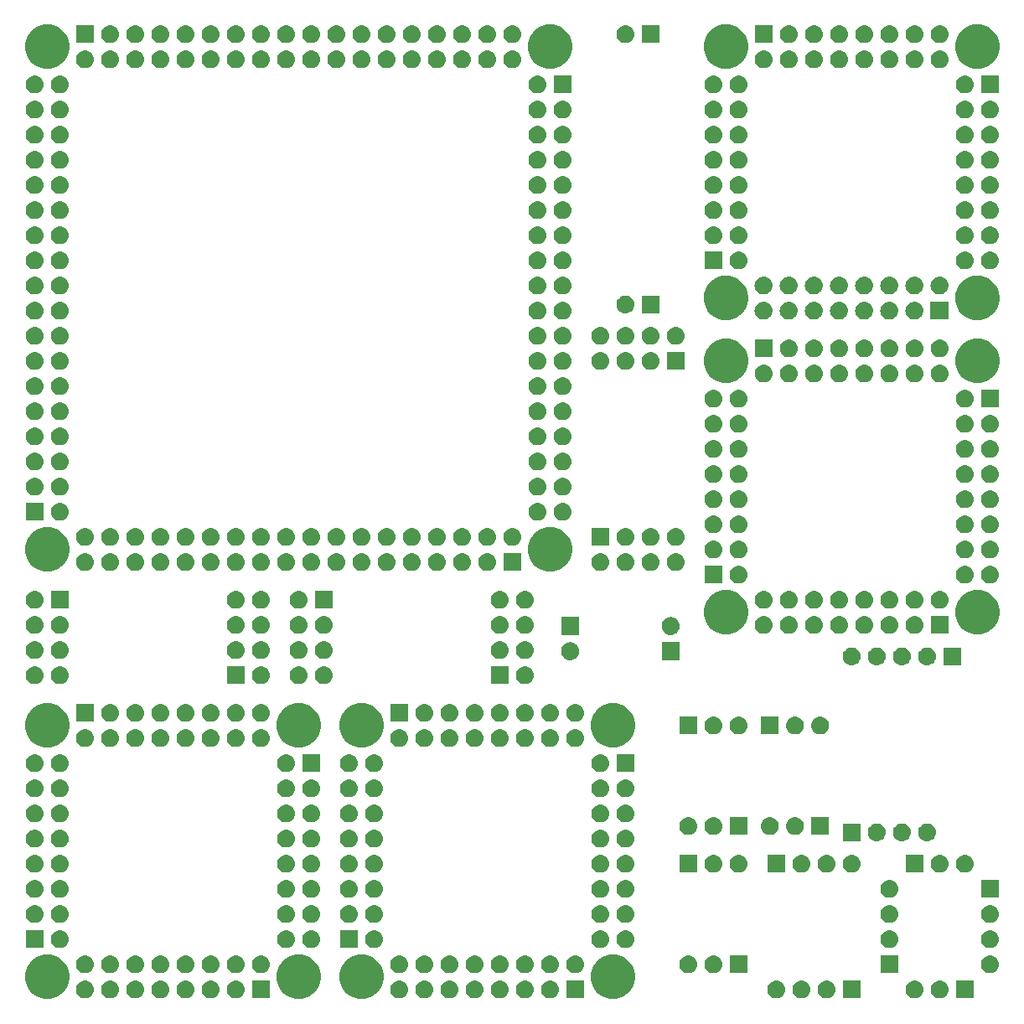
<source format=gbr>
G04 #@! TF.GenerationSoftware,KiCad,Pcbnew,5.0.2-bee76a0~70~ubuntu16.04.1*
G04 #@! TF.CreationDate,2019-05-26T13:41:25+03:00*
G04 #@! TF.ProjectId,FreeEEG32-prealpha2,46726565-4545-4473-9332-2d707265616c,rev?*
G04 #@! TF.SameCoordinates,Original*
G04 #@! TF.FileFunction,Soldermask,Bot*
G04 #@! TF.FilePolarity,Negative*
%FSLAX46Y46*%
G04 Gerber Fmt 4.6, Leading zero omitted, Abs format (unit mm)*
G04 Created by KiCad (PCBNEW 5.0.2-bee76a0~70~ubuntu16.04.1) date Вс 26 май 2019 13:41:25*
%MOMM*%
%LPD*%
G01*
G04 APERTURE LIST*
%ADD10C,0.100000*%
G04 APERTURE END LIST*
D10*
G36*
X10468445Y-44756254D02*
X10816593Y-44825504D01*
X11226249Y-44995189D01*
X11594929Y-45241534D01*
X11908466Y-45555071D01*
X12154811Y-45923751D01*
X12324496Y-46333407D01*
X12411000Y-46768296D01*
X12411000Y-47211704D01*
X12324496Y-47646593D01*
X12154811Y-48056249D01*
X11908466Y-48424929D01*
X11594929Y-48738466D01*
X11226249Y-48984811D01*
X10816593Y-49154496D01*
X10468445Y-49223746D01*
X10381706Y-49241000D01*
X9938294Y-49241000D01*
X9851555Y-49223746D01*
X9503407Y-49154496D01*
X9093751Y-48984811D01*
X8725071Y-48738466D01*
X8411534Y-48424929D01*
X8165189Y-48056249D01*
X7995504Y-47646593D01*
X7909000Y-47211704D01*
X7909000Y-46768296D01*
X7995504Y-46333407D01*
X8165189Y-45923751D01*
X8411534Y-45555071D01*
X8725071Y-45241534D01*
X9093751Y-44995189D01*
X9503407Y-44825504D01*
X9851555Y-44756254D01*
X9938294Y-44739000D01*
X10381706Y-44739000D01*
X10468445Y-44756254D01*
X10468445Y-44756254D01*
G37*
G36*
X-14931555Y-44756254D02*
X-14583407Y-44825504D01*
X-14173751Y-44995189D01*
X-13805071Y-45241534D01*
X-13491534Y-45555071D01*
X-13245189Y-45923751D01*
X-13075504Y-46333407D01*
X-12989000Y-46768296D01*
X-12989000Y-47211704D01*
X-13075504Y-47646593D01*
X-13245189Y-48056249D01*
X-13491534Y-48424929D01*
X-13805071Y-48738466D01*
X-14173751Y-48984811D01*
X-14583407Y-49154496D01*
X-14931555Y-49223746D01*
X-15018294Y-49241000D01*
X-15461706Y-49241000D01*
X-15548445Y-49223746D01*
X-15896593Y-49154496D01*
X-16306249Y-48984811D01*
X-16674929Y-48738466D01*
X-16988466Y-48424929D01*
X-17234811Y-48056249D01*
X-17404496Y-47646593D01*
X-17491000Y-47211704D01*
X-17491000Y-46768296D01*
X-17404496Y-46333407D01*
X-17234811Y-45923751D01*
X-16988466Y-45555071D01*
X-16674929Y-45241534D01*
X-16306249Y-44995189D01*
X-15896593Y-44825504D01*
X-15548445Y-44756254D01*
X-15461706Y-44739000D01*
X-15018294Y-44739000D01*
X-14931555Y-44756254D01*
X-14931555Y-44756254D01*
G37*
G36*
X-21281555Y-44756254D02*
X-20933407Y-44825504D01*
X-20523751Y-44995189D01*
X-20155071Y-45241534D01*
X-19841534Y-45555071D01*
X-19595189Y-45923751D01*
X-19425504Y-46333407D01*
X-19339000Y-46768296D01*
X-19339000Y-47211704D01*
X-19425504Y-47646593D01*
X-19595189Y-48056249D01*
X-19841534Y-48424929D01*
X-20155071Y-48738466D01*
X-20523751Y-48984811D01*
X-20933407Y-49154496D01*
X-21281555Y-49223746D01*
X-21368294Y-49241000D01*
X-21811706Y-49241000D01*
X-21898445Y-49223746D01*
X-22246593Y-49154496D01*
X-22656249Y-48984811D01*
X-23024929Y-48738466D01*
X-23338466Y-48424929D01*
X-23584811Y-48056249D01*
X-23754496Y-47646593D01*
X-23841000Y-47211704D01*
X-23841000Y-46768296D01*
X-23754496Y-46333407D01*
X-23584811Y-45923751D01*
X-23338466Y-45555071D01*
X-23024929Y-45241534D01*
X-22656249Y-44995189D01*
X-22246593Y-44825504D01*
X-21898445Y-44756254D01*
X-21811706Y-44739000D01*
X-21368294Y-44739000D01*
X-21281555Y-44756254D01*
X-21281555Y-44756254D01*
G37*
G36*
X-46681555Y-44756254D02*
X-46333407Y-44825504D01*
X-45923751Y-44995189D01*
X-45555071Y-45241534D01*
X-45241534Y-45555071D01*
X-44995189Y-45923751D01*
X-44825504Y-46333407D01*
X-44739000Y-46768296D01*
X-44739000Y-47211704D01*
X-44825504Y-47646593D01*
X-44995189Y-48056249D01*
X-45241534Y-48424929D01*
X-45555071Y-48738466D01*
X-45923751Y-48984811D01*
X-46333407Y-49154496D01*
X-46681555Y-49223746D01*
X-46768294Y-49241000D01*
X-47211706Y-49241000D01*
X-47298445Y-49223746D01*
X-47646593Y-49154496D01*
X-48056249Y-48984811D01*
X-48424929Y-48738466D01*
X-48738466Y-48424929D01*
X-48984811Y-48056249D01*
X-49154496Y-47646593D01*
X-49241000Y-47211704D01*
X-49241000Y-46768296D01*
X-49154496Y-46333407D01*
X-48984811Y-45923751D01*
X-48738466Y-45555071D01*
X-48424929Y-45241534D01*
X-48056249Y-44995189D01*
X-47646593Y-44825504D01*
X-47298445Y-44756254D01*
X-47211706Y-44739000D01*
X-46768294Y-44739000D01*
X-46681555Y-44756254D01*
X-46681555Y-44756254D01*
G37*
G36*
X-35449557Y-47365519D02*
X-35383373Y-47372037D01*
X-35270147Y-47406384D01*
X-35213533Y-47423557D01*
X-35074913Y-47497652D01*
X-35057009Y-47507222D01*
X-35021271Y-47536552D01*
X-34919814Y-47619814D01*
X-34836552Y-47721271D01*
X-34807222Y-47757009D01*
X-34807221Y-47757011D01*
X-34723557Y-47913533D01*
X-34723557Y-47913534D01*
X-34672037Y-48083373D01*
X-34654641Y-48260000D01*
X-34672037Y-48436627D01*
X-34706384Y-48549853D01*
X-34723557Y-48606467D01*
X-34794111Y-48738463D01*
X-34807222Y-48762991D01*
X-34836552Y-48798729D01*
X-34919814Y-48900186D01*
X-35021271Y-48983448D01*
X-35057009Y-49012778D01*
X-35057011Y-49012779D01*
X-35213533Y-49096443D01*
X-35270147Y-49113616D01*
X-35383373Y-49147963D01*
X-35449557Y-49154481D01*
X-35515740Y-49161000D01*
X-35604260Y-49161000D01*
X-35670443Y-49154481D01*
X-35736627Y-49147963D01*
X-35849853Y-49113616D01*
X-35906467Y-49096443D01*
X-36062989Y-49012779D01*
X-36062991Y-49012778D01*
X-36098729Y-48983448D01*
X-36200186Y-48900186D01*
X-36283448Y-48798729D01*
X-36312778Y-48762991D01*
X-36325889Y-48738463D01*
X-36396443Y-48606467D01*
X-36413616Y-48549853D01*
X-36447963Y-48436627D01*
X-36465359Y-48260000D01*
X-36447963Y-48083373D01*
X-36396443Y-47913534D01*
X-36396443Y-47913533D01*
X-36312779Y-47757011D01*
X-36312778Y-47757009D01*
X-36283448Y-47721271D01*
X-36200186Y-47619814D01*
X-36098729Y-47536552D01*
X-36062991Y-47507222D01*
X-36045087Y-47497652D01*
X-35906467Y-47423557D01*
X-35849853Y-47406384D01*
X-35736627Y-47372037D01*
X-35670443Y-47365519D01*
X-35604260Y-47359000D01*
X-35515740Y-47359000D01*
X-35449557Y-47365519D01*
X-35449557Y-47365519D01*
G37*
G36*
X31860443Y-47365519D02*
X31926627Y-47372037D01*
X32039853Y-47406384D01*
X32096467Y-47423557D01*
X32235087Y-47497652D01*
X32252991Y-47507222D01*
X32288729Y-47536552D01*
X32390186Y-47619814D01*
X32473448Y-47721271D01*
X32502778Y-47757009D01*
X32502779Y-47757011D01*
X32586443Y-47913533D01*
X32586443Y-47913534D01*
X32637963Y-48083373D01*
X32655359Y-48260000D01*
X32637963Y-48436627D01*
X32603616Y-48549853D01*
X32586443Y-48606467D01*
X32515889Y-48738463D01*
X32502778Y-48762991D01*
X32473448Y-48798729D01*
X32390186Y-48900186D01*
X32288729Y-48983448D01*
X32252991Y-49012778D01*
X32252989Y-49012779D01*
X32096467Y-49096443D01*
X32039853Y-49113616D01*
X31926627Y-49147963D01*
X31860443Y-49154481D01*
X31794260Y-49161000D01*
X31705740Y-49161000D01*
X31639557Y-49154481D01*
X31573373Y-49147963D01*
X31460147Y-49113616D01*
X31403533Y-49096443D01*
X31247011Y-49012779D01*
X31247009Y-49012778D01*
X31211271Y-48983448D01*
X31109814Y-48900186D01*
X31026552Y-48798729D01*
X30997222Y-48762991D01*
X30984111Y-48738463D01*
X30913557Y-48606467D01*
X30896384Y-48549853D01*
X30862037Y-48436627D01*
X30844641Y-48260000D01*
X30862037Y-48083373D01*
X30913557Y-47913534D01*
X30913557Y-47913533D01*
X30997221Y-47757011D01*
X30997222Y-47757009D01*
X31026552Y-47721271D01*
X31109814Y-47619814D01*
X31211271Y-47536552D01*
X31247009Y-47507222D01*
X31264913Y-47497652D01*
X31403533Y-47423557D01*
X31460147Y-47406384D01*
X31573373Y-47372037D01*
X31639557Y-47365519D01*
X31705740Y-47359000D01*
X31794260Y-47359000D01*
X31860443Y-47365519D01*
X31860443Y-47365519D01*
G37*
G36*
X35191000Y-49161000D02*
X33389000Y-49161000D01*
X33389000Y-47359000D01*
X35191000Y-47359000D01*
X35191000Y-49161000D01*
X35191000Y-49161000D01*
G37*
G36*
X40750443Y-47365519D02*
X40816627Y-47372037D01*
X40929853Y-47406384D01*
X40986467Y-47423557D01*
X41125087Y-47497652D01*
X41142991Y-47507222D01*
X41178729Y-47536552D01*
X41280186Y-47619814D01*
X41363448Y-47721271D01*
X41392778Y-47757009D01*
X41392779Y-47757011D01*
X41476443Y-47913533D01*
X41476443Y-47913534D01*
X41527963Y-48083373D01*
X41545359Y-48260000D01*
X41527963Y-48436627D01*
X41493616Y-48549853D01*
X41476443Y-48606467D01*
X41405889Y-48738463D01*
X41392778Y-48762991D01*
X41363448Y-48798729D01*
X41280186Y-48900186D01*
X41178729Y-48983448D01*
X41142991Y-49012778D01*
X41142989Y-49012779D01*
X40986467Y-49096443D01*
X40929853Y-49113616D01*
X40816627Y-49147963D01*
X40750443Y-49154481D01*
X40684260Y-49161000D01*
X40595740Y-49161000D01*
X40529557Y-49154481D01*
X40463373Y-49147963D01*
X40350147Y-49113616D01*
X40293533Y-49096443D01*
X40137011Y-49012779D01*
X40137009Y-49012778D01*
X40101271Y-48983448D01*
X39999814Y-48900186D01*
X39916552Y-48798729D01*
X39887222Y-48762991D01*
X39874111Y-48738463D01*
X39803557Y-48606467D01*
X39786384Y-48549853D01*
X39752037Y-48436627D01*
X39734641Y-48260000D01*
X39752037Y-48083373D01*
X39803557Y-47913534D01*
X39803557Y-47913533D01*
X39887221Y-47757011D01*
X39887222Y-47757009D01*
X39916552Y-47721271D01*
X39999814Y-47619814D01*
X40101271Y-47536552D01*
X40137009Y-47507222D01*
X40154913Y-47497652D01*
X40293533Y-47423557D01*
X40350147Y-47406384D01*
X40463373Y-47372037D01*
X40529557Y-47365519D01*
X40595740Y-47359000D01*
X40684260Y-47359000D01*
X40750443Y-47365519D01*
X40750443Y-47365519D01*
G37*
G36*
X43290443Y-47365519D02*
X43356627Y-47372037D01*
X43469853Y-47406384D01*
X43526467Y-47423557D01*
X43665087Y-47497652D01*
X43682991Y-47507222D01*
X43718729Y-47536552D01*
X43820186Y-47619814D01*
X43903448Y-47721271D01*
X43932778Y-47757009D01*
X43932779Y-47757011D01*
X44016443Y-47913533D01*
X44016443Y-47913534D01*
X44067963Y-48083373D01*
X44085359Y-48260000D01*
X44067963Y-48436627D01*
X44033616Y-48549853D01*
X44016443Y-48606467D01*
X43945889Y-48738463D01*
X43932778Y-48762991D01*
X43903448Y-48798729D01*
X43820186Y-48900186D01*
X43718729Y-48983448D01*
X43682991Y-49012778D01*
X43682989Y-49012779D01*
X43526467Y-49096443D01*
X43469853Y-49113616D01*
X43356627Y-49147963D01*
X43290443Y-49154481D01*
X43224260Y-49161000D01*
X43135740Y-49161000D01*
X43069557Y-49154481D01*
X43003373Y-49147963D01*
X42890147Y-49113616D01*
X42833533Y-49096443D01*
X42677011Y-49012779D01*
X42677009Y-49012778D01*
X42641271Y-48983448D01*
X42539814Y-48900186D01*
X42456552Y-48798729D01*
X42427222Y-48762991D01*
X42414111Y-48738463D01*
X42343557Y-48606467D01*
X42326384Y-48549853D01*
X42292037Y-48436627D01*
X42274641Y-48260000D01*
X42292037Y-48083373D01*
X42343557Y-47913534D01*
X42343557Y-47913533D01*
X42427221Y-47757011D01*
X42427222Y-47757009D01*
X42456552Y-47721271D01*
X42539814Y-47619814D01*
X42641271Y-47536552D01*
X42677009Y-47507222D01*
X42694913Y-47497652D01*
X42833533Y-47423557D01*
X42890147Y-47406384D01*
X43003373Y-47372037D01*
X43069557Y-47365519D01*
X43135740Y-47359000D01*
X43224260Y-47359000D01*
X43290443Y-47365519D01*
X43290443Y-47365519D01*
G37*
G36*
X46621000Y-49161000D02*
X44819000Y-49161000D01*
X44819000Y-47359000D01*
X46621000Y-47359000D01*
X46621000Y-49161000D01*
X46621000Y-49161000D01*
G37*
G36*
X-24499000Y-49161000D02*
X-26301000Y-49161000D01*
X-26301000Y-47359000D01*
X-24499000Y-47359000D01*
X-24499000Y-49161000D01*
X-24499000Y-49161000D01*
G37*
G36*
X-27829557Y-47365519D02*
X-27763373Y-47372037D01*
X-27650147Y-47406384D01*
X-27593533Y-47423557D01*
X-27454913Y-47497652D01*
X-27437009Y-47507222D01*
X-27401271Y-47536552D01*
X-27299814Y-47619814D01*
X-27216552Y-47721271D01*
X-27187222Y-47757009D01*
X-27187221Y-47757011D01*
X-27103557Y-47913533D01*
X-27103557Y-47913534D01*
X-27052037Y-48083373D01*
X-27034641Y-48260000D01*
X-27052037Y-48436627D01*
X-27086384Y-48549853D01*
X-27103557Y-48606467D01*
X-27174111Y-48738463D01*
X-27187222Y-48762991D01*
X-27216552Y-48798729D01*
X-27299814Y-48900186D01*
X-27401271Y-48983448D01*
X-27437009Y-49012778D01*
X-27437011Y-49012779D01*
X-27593533Y-49096443D01*
X-27650147Y-49113616D01*
X-27763373Y-49147963D01*
X-27829557Y-49154481D01*
X-27895740Y-49161000D01*
X-27984260Y-49161000D01*
X-28050443Y-49154481D01*
X-28116627Y-49147963D01*
X-28229853Y-49113616D01*
X-28286467Y-49096443D01*
X-28442989Y-49012779D01*
X-28442991Y-49012778D01*
X-28478729Y-48983448D01*
X-28580186Y-48900186D01*
X-28663448Y-48798729D01*
X-28692778Y-48762991D01*
X-28705889Y-48738463D01*
X-28776443Y-48606467D01*
X-28793616Y-48549853D01*
X-28827963Y-48436627D01*
X-28845359Y-48260000D01*
X-28827963Y-48083373D01*
X-28776443Y-47913534D01*
X-28776443Y-47913533D01*
X-28692779Y-47757011D01*
X-28692778Y-47757009D01*
X-28663448Y-47721271D01*
X-28580186Y-47619814D01*
X-28478729Y-47536552D01*
X-28442991Y-47507222D01*
X-28425087Y-47497652D01*
X-28286467Y-47423557D01*
X-28229853Y-47406384D01*
X-28116627Y-47372037D01*
X-28050443Y-47365519D01*
X-27984260Y-47359000D01*
X-27895740Y-47359000D01*
X-27829557Y-47365519D01*
X-27829557Y-47365519D01*
G37*
G36*
X-30369557Y-47365519D02*
X-30303373Y-47372037D01*
X-30190147Y-47406384D01*
X-30133533Y-47423557D01*
X-29994913Y-47497652D01*
X-29977009Y-47507222D01*
X-29941271Y-47536552D01*
X-29839814Y-47619814D01*
X-29756552Y-47721271D01*
X-29727222Y-47757009D01*
X-29727221Y-47757011D01*
X-29643557Y-47913533D01*
X-29643557Y-47913534D01*
X-29592037Y-48083373D01*
X-29574641Y-48260000D01*
X-29592037Y-48436627D01*
X-29626384Y-48549853D01*
X-29643557Y-48606467D01*
X-29714111Y-48738463D01*
X-29727222Y-48762991D01*
X-29756552Y-48798729D01*
X-29839814Y-48900186D01*
X-29941271Y-48983448D01*
X-29977009Y-49012778D01*
X-29977011Y-49012779D01*
X-30133533Y-49096443D01*
X-30190147Y-49113616D01*
X-30303373Y-49147963D01*
X-30369557Y-49154481D01*
X-30435740Y-49161000D01*
X-30524260Y-49161000D01*
X-30590443Y-49154481D01*
X-30656627Y-49147963D01*
X-30769853Y-49113616D01*
X-30826467Y-49096443D01*
X-30982989Y-49012779D01*
X-30982991Y-49012778D01*
X-31018729Y-48983448D01*
X-31120186Y-48900186D01*
X-31203448Y-48798729D01*
X-31232778Y-48762991D01*
X-31245889Y-48738463D01*
X-31316443Y-48606467D01*
X-31333616Y-48549853D01*
X-31367963Y-48436627D01*
X-31385359Y-48260000D01*
X-31367963Y-48083373D01*
X-31316443Y-47913534D01*
X-31316443Y-47913533D01*
X-31232779Y-47757011D01*
X-31232778Y-47757009D01*
X-31203448Y-47721271D01*
X-31120186Y-47619814D01*
X-31018729Y-47536552D01*
X-30982991Y-47507222D01*
X-30965087Y-47497652D01*
X-30826467Y-47423557D01*
X-30769853Y-47406384D01*
X-30656627Y-47372037D01*
X-30590443Y-47365519D01*
X-30524260Y-47359000D01*
X-30435740Y-47359000D01*
X-30369557Y-47365519D01*
X-30369557Y-47365519D01*
G37*
G36*
X-32909557Y-47365519D02*
X-32843373Y-47372037D01*
X-32730147Y-47406384D01*
X-32673533Y-47423557D01*
X-32534913Y-47497652D01*
X-32517009Y-47507222D01*
X-32481271Y-47536552D01*
X-32379814Y-47619814D01*
X-32296552Y-47721271D01*
X-32267222Y-47757009D01*
X-32267221Y-47757011D01*
X-32183557Y-47913533D01*
X-32183557Y-47913534D01*
X-32132037Y-48083373D01*
X-32114641Y-48260000D01*
X-32132037Y-48436627D01*
X-32166384Y-48549853D01*
X-32183557Y-48606467D01*
X-32254111Y-48738463D01*
X-32267222Y-48762991D01*
X-32296552Y-48798729D01*
X-32379814Y-48900186D01*
X-32481271Y-48983448D01*
X-32517009Y-49012778D01*
X-32517011Y-49012779D01*
X-32673533Y-49096443D01*
X-32730147Y-49113616D01*
X-32843373Y-49147963D01*
X-32909557Y-49154481D01*
X-32975740Y-49161000D01*
X-33064260Y-49161000D01*
X-33130443Y-49154481D01*
X-33196627Y-49147963D01*
X-33309853Y-49113616D01*
X-33366467Y-49096443D01*
X-33522989Y-49012779D01*
X-33522991Y-49012778D01*
X-33558729Y-48983448D01*
X-33660186Y-48900186D01*
X-33743448Y-48798729D01*
X-33772778Y-48762991D01*
X-33785889Y-48738463D01*
X-33856443Y-48606467D01*
X-33873616Y-48549853D01*
X-33907963Y-48436627D01*
X-33925359Y-48260000D01*
X-33907963Y-48083373D01*
X-33856443Y-47913534D01*
X-33856443Y-47913533D01*
X-33772779Y-47757011D01*
X-33772778Y-47757009D01*
X-33743448Y-47721271D01*
X-33660186Y-47619814D01*
X-33558729Y-47536552D01*
X-33522991Y-47507222D01*
X-33505087Y-47497652D01*
X-33366467Y-47423557D01*
X-33309853Y-47406384D01*
X-33196627Y-47372037D01*
X-33130443Y-47365519D01*
X-33064260Y-47359000D01*
X-32975740Y-47359000D01*
X-32909557Y-47365519D01*
X-32909557Y-47365519D01*
G37*
G36*
X-6239557Y-47365519D02*
X-6173373Y-47372037D01*
X-6060147Y-47406384D01*
X-6003533Y-47423557D01*
X-5864913Y-47497652D01*
X-5847009Y-47507222D01*
X-5811271Y-47536552D01*
X-5709814Y-47619814D01*
X-5626552Y-47721271D01*
X-5597222Y-47757009D01*
X-5597221Y-47757011D01*
X-5513557Y-47913533D01*
X-5513557Y-47913534D01*
X-5462037Y-48083373D01*
X-5444641Y-48260000D01*
X-5462037Y-48436627D01*
X-5496384Y-48549853D01*
X-5513557Y-48606467D01*
X-5584111Y-48738463D01*
X-5597222Y-48762991D01*
X-5626552Y-48798729D01*
X-5709814Y-48900186D01*
X-5811271Y-48983448D01*
X-5847009Y-49012778D01*
X-5847011Y-49012779D01*
X-6003533Y-49096443D01*
X-6060147Y-49113616D01*
X-6173373Y-49147963D01*
X-6239557Y-49154481D01*
X-6305740Y-49161000D01*
X-6394260Y-49161000D01*
X-6460443Y-49154481D01*
X-6526627Y-49147963D01*
X-6639853Y-49113616D01*
X-6696467Y-49096443D01*
X-6852989Y-49012779D01*
X-6852991Y-49012778D01*
X-6888729Y-48983448D01*
X-6990186Y-48900186D01*
X-7073448Y-48798729D01*
X-7102778Y-48762991D01*
X-7115889Y-48738463D01*
X-7186443Y-48606467D01*
X-7203616Y-48549853D01*
X-7237963Y-48436627D01*
X-7255359Y-48260000D01*
X-7237963Y-48083373D01*
X-7186443Y-47913534D01*
X-7186443Y-47913533D01*
X-7102779Y-47757011D01*
X-7102778Y-47757009D01*
X-7073448Y-47721271D01*
X-6990186Y-47619814D01*
X-6888729Y-47536552D01*
X-6852991Y-47507222D01*
X-6835087Y-47497652D01*
X-6696467Y-47423557D01*
X-6639853Y-47406384D01*
X-6526627Y-47372037D01*
X-6460443Y-47365519D01*
X-6394260Y-47359000D01*
X-6305740Y-47359000D01*
X-6239557Y-47365519D01*
X-6239557Y-47365519D01*
G37*
G36*
X-37989557Y-47365519D02*
X-37923373Y-47372037D01*
X-37810147Y-47406384D01*
X-37753533Y-47423557D01*
X-37614913Y-47497652D01*
X-37597009Y-47507222D01*
X-37561271Y-47536552D01*
X-37459814Y-47619814D01*
X-37376552Y-47721271D01*
X-37347222Y-47757009D01*
X-37347221Y-47757011D01*
X-37263557Y-47913533D01*
X-37263557Y-47913534D01*
X-37212037Y-48083373D01*
X-37194641Y-48260000D01*
X-37212037Y-48436627D01*
X-37246384Y-48549853D01*
X-37263557Y-48606467D01*
X-37334111Y-48738463D01*
X-37347222Y-48762991D01*
X-37376552Y-48798729D01*
X-37459814Y-48900186D01*
X-37561271Y-48983448D01*
X-37597009Y-49012778D01*
X-37597011Y-49012779D01*
X-37753533Y-49096443D01*
X-37810147Y-49113616D01*
X-37923373Y-49147963D01*
X-37989557Y-49154481D01*
X-38055740Y-49161000D01*
X-38144260Y-49161000D01*
X-38210443Y-49154481D01*
X-38276627Y-49147963D01*
X-38389853Y-49113616D01*
X-38446467Y-49096443D01*
X-38602989Y-49012779D01*
X-38602991Y-49012778D01*
X-38638729Y-48983448D01*
X-38740186Y-48900186D01*
X-38823448Y-48798729D01*
X-38852778Y-48762991D01*
X-38865889Y-48738463D01*
X-38936443Y-48606467D01*
X-38953616Y-48549853D01*
X-38987963Y-48436627D01*
X-39005359Y-48260000D01*
X-38987963Y-48083373D01*
X-38936443Y-47913534D01*
X-38936443Y-47913533D01*
X-38852779Y-47757011D01*
X-38852778Y-47757009D01*
X-38823448Y-47721271D01*
X-38740186Y-47619814D01*
X-38638729Y-47536552D01*
X-38602991Y-47507222D01*
X-38585087Y-47497652D01*
X-38446467Y-47423557D01*
X-38389853Y-47406384D01*
X-38276627Y-47372037D01*
X-38210443Y-47365519D01*
X-38144260Y-47359000D01*
X-38055740Y-47359000D01*
X-37989557Y-47365519D01*
X-37989557Y-47365519D01*
G37*
G36*
X-43069557Y-47365519D02*
X-43003373Y-47372037D01*
X-42890147Y-47406384D01*
X-42833533Y-47423557D01*
X-42694913Y-47497652D01*
X-42677009Y-47507222D01*
X-42641271Y-47536552D01*
X-42539814Y-47619814D01*
X-42456552Y-47721271D01*
X-42427222Y-47757009D01*
X-42427221Y-47757011D01*
X-42343557Y-47913533D01*
X-42343557Y-47913534D01*
X-42292037Y-48083373D01*
X-42274641Y-48260000D01*
X-42292037Y-48436627D01*
X-42326384Y-48549853D01*
X-42343557Y-48606467D01*
X-42414111Y-48738463D01*
X-42427222Y-48762991D01*
X-42456552Y-48798729D01*
X-42539814Y-48900186D01*
X-42641271Y-48983448D01*
X-42677009Y-49012778D01*
X-42677011Y-49012779D01*
X-42833533Y-49096443D01*
X-42890147Y-49113616D01*
X-43003373Y-49147963D01*
X-43069557Y-49154481D01*
X-43135740Y-49161000D01*
X-43224260Y-49161000D01*
X-43290443Y-49154481D01*
X-43356627Y-49147963D01*
X-43469853Y-49113616D01*
X-43526467Y-49096443D01*
X-43682989Y-49012779D01*
X-43682991Y-49012778D01*
X-43718729Y-48983448D01*
X-43820186Y-48900186D01*
X-43903448Y-48798729D01*
X-43932778Y-48762991D01*
X-43945889Y-48738463D01*
X-44016443Y-48606467D01*
X-44033616Y-48549853D01*
X-44067963Y-48436627D01*
X-44085359Y-48260000D01*
X-44067963Y-48083373D01*
X-44016443Y-47913534D01*
X-44016443Y-47913533D01*
X-43932779Y-47757011D01*
X-43932778Y-47757009D01*
X-43903448Y-47721271D01*
X-43820186Y-47619814D01*
X-43718729Y-47536552D01*
X-43682991Y-47507222D01*
X-43665087Y-47497652D01*
X-43526467Y-47423557D01*
X-43469853Y-47406384D01*
X-43356627Y-47372037D01*
X-43290443Y-47365519D01*
X-43224260Y-47359000D01*
X-43135740Y-47359000D01*
X-43069557Y-47365519D01*
X-43069557Y-47365519D01*
G37*
G36*
X7251000Y-49161000D02*
X5449000Y-49161000D01*
X5449000Y-47359000D01*
X7251000Y-47359000D01*
X7251000Y-49161000D01*
X7251000Y-49161000D01*
G37*
G36*
X3920443Y-47365519D02*
X3986627Y-47372037D01*
X4099853Y-47406384D01*
X4156467Y-47423557D01*
X4295087Y-47497652D01*
X4312991Y-47507222D01*
X4348729Y-47536552D01*
X4450186Y-47619814D01*
X4533448Y-47721271D01*
X4562778Y-47757009D01*
X4562779Y-47757011D01*
X4646443Y-47913533D01*
X4646443Y-47913534D01*
X4697963Y-48083373D01*
X4715359Y-48260000D01*
X4697963Y-48436627D01*
X4663616Y-48549853D01*
X4646443Y-48606467D01*
X4575889Y-48738463D01*
X4562778Y-48762991D01*
X4533448Y-48798729D01*
X4450186Y-48900186D01*
X4348729Y-48983448D01*
X4312991Y-49012778D01*
X4312989Y-49012779D01*
X4156467Y-49096443D01*
X4099853Y-49113616D01*
X3986627Y-49147963D01*
X3920443Y-49154481D01*
X3854260Y-49161000D01*
X3765740Y-49161000D01*
X3699557Y-49154481D01*
X3633373Y-49147963D01*
X3520147Y-49113616D01*
X3463533Y-49096443D01*
X3307011Y-49012779D01*
X3307009Y-49012778D01*
X3271271Y-48983448D01*
X3169814Y-48900186D01*
X3086552Y-48798729D01*
X3057222Y-48762991D01*
X3044111Y-48738463D01*
X2973557Y-48606467D01*
X2956384Y-48549853D01*
X2922037Y-48436627D01*
X2904641Y-48260000D01*
X2922037Y-48083373D01*
X2973557Y-47913534D01*
X2973557Y-47913533D01*
X3057221Y-47757011D01*
X3057222Y-47757009D01*
X3086552Y-47721271D01*
X3169814Y-47619814D01*
X3271271Y-47536552D01*
X3307009Y-47507222D01*
X3324913Y-47497652D01*
X3463533Y-47423557D01*
X3520147Y-47406384D01*
X3633373Y-47372037D01*
X3699557Y-47365519D01*
X3765740Y-47359000D01*
X3854260Y-47359000D01*
X3920443Y-47365519D01*
X3920443Y-47365519D01*
G37*
G36*
X1380443Y-47365519D02*
X1446627Y-47372037D01*
X1559853Y-47406384D01*
X1616467Y-47423557D01*
X1755087Y-47497652D01*
X1772991Y-47507222D01*
X1808729Y-47536552D01*
X1910186Y-47619814D01*
X1993448Y-47721271D01*
X2022778Y-47757009D01*
X2022779Y-47757011D01*
X2106443Y-47913533D01*
X2106443Y-47913534D01*
X2157963Y-48083373D01*
X2175359Y-48260000D01*
X2157963Y-48436627D01*
X2123616Y-48549853D01*
X2106443Y-48606467D01*
X2035889Y-48738463D01*
X2022778Y-48762991D01*
X1993448Y-48798729D01*
X1910186Y-48900186D01*
X1808729Y-48983448D01*
X1772991Y-49012778D01*
X1772989Y-49012779D01*
X1616467Y-49096443D01*
X1559853Y-49113616D01*
X1446627Y-49147963D01*
X1380443Y-49154481D01*
X1314260Y-49161000D01*
X1225740Y-49161000D01*
X1159557Y-49154481D01*
X1093373Y-49147963D01*
X980147Y-49113616D01*
X923533Y-49096443D01*
X767011Y-49012779D01*
X767009Y-49012778D01*
X731271Y-48983448D01*
X629814Y-48900186D01*
X546552Y-48798729D01*
X517222Y-48762991D01*
X504111Y-48738463D01*
X433557Y-48606467D01*
X416384Y-48549853D01*
X382037Y-48436627D01*
X364641Y-48260000D01*
X382037Y-48083373D01*
X433557Y-47913534D01*
X433557Y-47913533D01*
X517221Y-47757011D01*
X517222Y-47757009D01*
X546552Y-47721271D01*
X629814Y-47619814D01*
X731271Y-47536552D01*
X767009Y-47507222D01*
X784913Y-47497652D01*
X923533Y-47423557D01*
X980147Y-47406384D01*
X1093373Y-47372037D01*
X1159557Y-47365519D01*
X1225740Y-47359000D01*
X1314260Y-47359000D01*
X1380443Y-47365519D01*
X1380443Y-47365519D01*
G37*
G36*
X-1159557Y-47365519D02*
X-1093373Y-47372037D01*
X-980147Y-47406384D01*
X-923533Y-47423557D01*
X-784913Y-47497652D01*
X-767009Y-47507222D01*
X-731271Y-47536552D01*
X-629814Y-47619814D01*
X-546552Y-47721271D01*
X-517222Y-47757009D01*
X-517221Y-47757011D01*
X-433557Y-47913533D01*
X-433557Y-47913534D01*
X-382037Y-48083373D01*
X-364641Y-48260000D01*
X-382037Y-48436627D01*
X-416384Y-48549853D01*
X-433557Y-48606467D01*
X-504111Y-48738463D01*
X-517222Y-48762991D01*
X-546552Y-48798729D01*
X-629814Y-48900186D01*
X-731271Y-48983448D01*
X-767009Y-49012778D01*
X-767011Y-49012779D01*
X-923533Y-49096443D01*
X-980147Y-49113616D01*
X-1093373Y-49147963D01*
X-1159557Y-49154481D01*
X-1225740Y-49161000D01*
X-1314260Y-49161000D01*
X-1380443Y-49154481D01*
X-1446627Y-49147963D01*
X-1559853Y-49113616D01*
X-1616467Y-49096443D01*
X-1772989Y-49012779D01*
X-1772991Y-49012778D01*
X-1808729Y-48983448D01*
X-1910186Y-48900186D01*
X-1993448Y-48798729D01*
X-2022778Y-48762991D01*
X-2035889Y-48738463D01*
X-2106443Y-48606467D01*
X-2123616Y-48549853D01*
X-2157963Y-48436627D01*
X-2175359Y-48260000D01*
X-2157963Y-48083373D01*
X-2106443Y-47913534D01*
X-2106443Y-47913533D01*
X-2022779Y-47757011D01*
X-2022778Y-47757009D01*
X-1993448Y-47721271D01*
X-1910186Y-47619814D01*
X-1808729Y-47536552D01*
X-1772991Y-47507222D01*
X-1755087Y-47497652D01*
X-1616467Y-47423557D01*
X-1559853Y-47406384D01*
X-1446627Y-47372037D01*
X-1380443Y-47365519D01*
X-1314260Y-47359000D01*
X-1225740Y-47359000D01*
X-1159557Y-47365519D01*
X-1159557Y-47365519D01*
G37*
G36*
X-3699557Y-47365519D02*
X-3633373Y-47372037D01*
X-3520147Y-47406384D01*
X-3463533Y-47423557D01*
X-3324913Y-47497652D01*
X-3307009Y-47507222D01*
X-3271271Y-47536552D01*
X-3169814Y-47619814D01*
X-3086552Y-47721271D01*
X-3057222Y-47757009D01*
X-3057221Y-47757011D01*
X-2973557Y-47913533D01*
X-2973557Y-47913534D01*
X-2922037Y-48083373D01*
X-2904641Y-48260000D01*
X-2922037Y-48436627D01*
X-2956384Y-48549853D01*
X-2973557Y-48606467D01*
X-3044111Y-48738463D01*
X-3057222Y-48762991D01*
X-3086552Y-48798729D01*
X-3169814Y-48900186D01*
X-3271271Y-48983448D01*
X-3307009Y-49012778D01*
X-3307011Y-49012779D01*
X-3463533Y-49096443D01*
X-3520147Y-49113616D01*
X-3633373Y-49147963D01*
X-3699557Y-49154481D01*
X-3765740Y-49161000D01*
X-3854260Y-49161000D01*
X-3920443Y-49154481D01*
X-3986627Y-49147963D01*
X-4099853Y-49113616D01*
X-4156467Y-49096443D01*
X-4312989Y-49012779D01*
X-4312991Y-49012778D01*
X-4348729Y-48983448D01*
X-4450186Y-48900186D01*
X-4533448Y-48798729D01*
X-4562778Y-48762991D01*
X-4575889Y-48738463D01*
X-4646443Y-48606467D01*
X-4663616Y-48549853D01*
X-4697963Y-48436627D01*
X-4715359Y-48260000D01*
X-4697963Y-48083373D01*
X-4646443Y-47913534D01*
X-4646443Y-47913533D01*
X-4562779Y-47757011D01*
X-4562778Y-47757009D01*
X-4533448Y-47721271D01*
X-4450186Y-47619814D01*
X-4348729Y-47536552D01*
X-4312991Y-47507222D01*
X-4295087Y-47497652D01*
X-4156467Y-47423557D01*
X-4099853Y-47406384D01*
X-3986627Y-47372037D01*
X-3920443Y-47365519D01*
X-3854260Y-47359000D01*
X-3765740Y-47359000D01*
X-3699557Y-47365519D01*
X-3699557Y-47365519D01*
G37*
G36*
X-8779557Y-47365519D02*
X-8713373Y-47372037D01*
X-8600147Y-47406384D01*
X-8543533Y-47423557D01*
X-8404913Y-47497652D01*
X-8387009Y-47507222D01*
X-8351271Y-47536552D01*
X-8249814Y-47619814D01*
X-8166552Y-47721271D01*
X-8137222Y-47757009D01*
X-8137221Y-47757011D01*
X-8053557Y-47913533D01*
X-8053557Y-47913534D01*
X-8002037Y-48083373D01*
X-7984641Y-48260000D01*
X-8002037Y-48436627D01*
X-8036384Y-48549853D01*
X-8053557Y-48606467D01*
X-8124111Y-48738463D01*
X-8137222Y-48762991D01*
X-8166552Y-48798729D01*
X-8249814Y-48900186D01*
X-8351271Y-48983448D01*
X-8387009Y-49012778D01*
X-8387011Y-49012779D01*
X-8543533Y-49096443D01*
X-8600147Y-49113616D01*
X-8713373Y-49147963D01*
X-8779557Y-49154481D01*
X-8845740Y-49161000D01*
X-8934260Y-49161000D01*
X-9000443Y-49154481D01*
X-9066627Y-49147963D01*
X-9179853Y-49113616D01*
X-9236467Y-49096443D01*
X-9392989Y-49012779D01*
X-9392991Y-49012778D01*
X-9428729Y-48983448D01*
X-9530186Y-48900186D01*
X-9613448Y-48798729D01*
X-9642778Y-48762991D01*
X-9655889Y-48738463D01*
X-9726443Y-48606467D01*
X-9743616Y-48549853D01*
X-9777963Y-48436627D01*
X-9795359Y-48260000D01*
X-9777963Y-48083373D01*
X-9726443Y-47913534D01*
X-9726443Y-47913533D01*
X-9642779Y-47757011D01*
X-9642778Y-47757009D01*
X-9613448Y-47721271D01*
X-9530186Y-47619814D01*
X-9428729Y-47536552D01*
X-9392991Y-47507222D01*
X-9375087Y-47497652D01*
X-9236467Y-47423557D01*
X-9179853Y-47406384D01*
X-9066627Y-47372037D01*
X-9000443Y-47365519D01*
X-8934260Y-47359000D01*
X-8845740Y-47359000D01*
X-8779557Y-47365519D01*
X-8779557Y-47365519D01*
G37*
G36*
X-11319557Y-47365519D02*
X-11253373Y-47372037D01*
X-11140147Y-47406384D01*
X-11083533Y-47423557D01*
X-10944913Y-47497652D01*
X-10927009Y-47507222D01*
X-10891271Y-47536552D01*
X-10789814Y-47619814D01*
X-10706552Y-47721271D01*
X-10677222Y-47757009D01*
X-10677221Y-47757011D01*
X-10593557Y-47913533D01*
X-10593557Y-47913534D01*
X-10542037Y-48083373D01*
X-10524641Y-48260000D01*
X-10542037Y-48436627D01*
X-10576384Y-48549853D01*
X-10593557Y-48606467D01*
X-10664111Y-48738463D01*
X-10677222Y-48762991D01*
X-10706552Y-48798729D01*
X-10789814Y-48900186D01*
X-10891271Y-48983448D01*
X-10927009Y-49012778D01*
X-10927011Y-49012779D01*
X-11083533Y-49096443D01*
X-11140147Y-49113616D01*
X-11253373Y-49147963D01*
X-11319557Y-49154481D01*
X-11385740Y-49161000D01*
X-11474260Y-49161000D01*
X-11540443Y-49154481D01*
X-11606627Y-49147963D01*
X-11719853Y-49113616D01*
X-11776467Y-49096443D01*
X-11932989Y-49012779D01*
X-11932991Y-49012778D01*
X-11968729Y-48983448D01*
X-12070186Y-48900186D01*
X-12153448Y-48798729D01*
X-12182778Y-48762991D01*
X-12195889Y-48738463D01*
X-12266443Y-48606467D01*
X-12283616Y-48549853D01*
X-12317963Y-48436627D01*
X-12335359Y-48260000D01*
X-12317963Y-48083373D01*
X-12266443Y-47913534D01*
X-12266443Y-47913533D01*
X-12182779Y-47757011D01*
X-12182778Y-47757009D01*
X-12153448Y-47721271D01*
X-12070186Y-47619814D01*
X-11968729Y-47536552D01*
X-11932991Y-47507222D01*
X-11915087Y-47497652D01*
X-11776467Y-47423557D01*
X-11719853Y-47406384D01*
X-11606627Y-47372037D01*
X-11540443Y-47365519D01*
X-11474260Y-47359000D01*
X-11385740Y-47359000D01*
X-11319557Y-47365519D01*
X-11319557Y-47365519D01*
G37*
G36*
X26780443Y-47365519D02*
X26846627Y-47372037D01*
X26959853Y-47406384D01*
X27016467Y-47423557D01*
X27155087Y-47497652D01*
X27172991Y-47507222D01*
X27208729Y-47536552D01*
X27310186Y-47619814D01*
X27393448Y-47721271D01*
X27422778Y-47757009D01*
X27422779Y-47757011D01*
X27506443Y-47913533D01*
X27506443Y-47913534D01*
X27557963Y-48083373D01*
X27575359Y-48260000D01*
X27557963Y-48436627D01*
X27523616Y-48549853D01*
X27506443Y-48606467D01*
X27435889Y-48738463D01*
X27422778Y-48762991D01*
X27393448Y-48798729D01*
X27310186Y-48900186D01*
X27208729Y-48983448D01*
X27172991Y-49012778D01*
X27172989Y-49012779D01*
X27016467Y-49096443D01*
X26959853Y-49113616D01*
X26846627Y-49147963D01*
X26780443Y-49154481D01*
X26714260Y-49161000D01*
X26625740Y-49161000D01*
X26559557Y-49154481D01*
X26493373Y-49147963D01*
X26380147Y-49113616D01*
X26323533Y-49096443D01*
X26167011Y-49012779D01*
X26167009Y-49012778D01*
X26131271Y-48983448D01*
X26029814Y-48900186D01*
X25946552Y-48798729D01*
X25917222Y-48762991D01*
X25904111Y-48738463D01*
X25833557Y-48606467D01*
X25816384Y-48549853D01*
X25782037Y-48436627D01*
X25764641Y-48260000D01*
X25782037Y-48083373D01*
X25833557Y-47913534D01*
X25833557Y-47913533D01*
X25917221Y-47757011D01*
X25917222Y-47757009D01*
X25946552Y-47721271D01*
X26029814Y-47619814D01*
X26131271Y-47536552D01*
X26167009Y-47507222D01*
X26184913Y-47497652D01*
X26323533Y-47423557D01*
X26380147Y-47406384D01*
X26493373Y-47372037D01*
X26559557Y-47365519D01*
X26625740Y-47359000D01*
X26714260Y-47359000D01*
X26780443Y-47365519D01*
X26780443Y-47365519D01*
G37*
G36*
X29320443Y-47365519D02*
X29386627Y-47372037D01*
X29499853Y-47406384D01*
X29556467Y-47423557D01*
X29695087Y-47497652D01*
X29712991Y-47507222D01*
X29748729Y-47536552D01*
X29850186Y-47619814D01*
X29933448Y-47721271D01*
X29962778Y-47757009D01*
X29962779Y-47757011D01*
X30046443Y-47913533D01*
X30046443Y-47913534D01*
X30097963Y-48083373D01*
X30115359Y-48260000D01*
X30097963Y-48436627D01*
X30063616Y-48549853D01*
X30046443Y-48606467D01*
X29975889Y-48738463D01*
X29962778Y-48762991D01*
X29933448Y-48798729D01*
X29850186Y-48900186D01*
X29748729Y-48983448D01*
X29712991Y-49012778D01*
X29712989Y-49012779D01*
X29556467Y-49096443D01*
X29499853Y-49113616D01*
X29386627Y-49147963D01*
X29320443Y-49154481D01*
X29254260Y-49161000D01*
X29165740Y-49161000D01*
X29099557Y-49154481D01*
X29033373Y-49147963D01*
X28920147Y-49113616D01*
X28863533Y-49096443D01*
X28707011Y-49012779D01*
X28707009Y-49012778D01*
X28671271Y-48983448D01*
X28569814Y-48900186D01*
X28486552Y-48798729D01*
X28457222Y-48762991D01*
X28444111Y-48738463D01*
X28373557Y-48606467D01*
X28356384Y-48549853D01*
X28322037Y-48436627D01*
X28304641Y-48260000D01*
X28322037Y-48083373D01*
X28373557Y-47913534D01*
X28373557Y-47913533D01*
X28457221Y-47757011D01*
X28457222Y-47757009D01*
X28486552Y-47721271D01*
X28569814Y-47619814D01*
X28671271Y-47536552D01*
X28707009Y-47507222D01*
X28724913Y-47497652D01*
X28863533Y-47423557D01*
X28920147Y-47406384D01*
X29033373Y-47372037D01*
X29099557Y-47365519D01*
X29165740Y-47359000D01*
X29254260Y-47359000D01*
X29320443Y-47365519D01*
X29320443Y-47365519D01*
G37*
G36*
X-40529557Y-47365519D02*
X-40463373Y-47372037D01*
X-40350147Y-47406384D01*
X-40293533Y-47423557D01*
X-40154913Y-47497652D01*
X-40137009Y-47507222D01*
X-40101271Y-47536552D01*
X-39999814Y-47619814D01*
X-39916552Y-47721271D01*
X-39887222Y-47757009D01*
X-39887221Y-47757011D01*
X-39803557Y-47913533D01*
X-39803557Y-47913534D01*
X-39752037Y-48083373D01*
X-39734641Y-48260000D01*
X-39752037Y-48436627D01*
X-39786384Y-48549853D01*
X-39803557Y-48606467D01*
X-39874111Y-48738463D01*
X-39887222Y-48762991D01*
X-39916552Y-48798729D01*
X-39999814Y-48900186D01*
X-40101271Y-48983448D01*
X-40137009Y-49012778D01*
X-40137011Y-49012779D01*
X-40293533Y-49096443D01*
X-40350147Y-49113616D01*
X-40463373Y-49147963D01*
X-40529557Y-49154481D01*
X-40595740Y-49161000D01*
X-40684260Y-49161000D01*
X-40750443Y-49154481D01*
X-40816627Y-49147963D01*
X-40929853Y-49113616D01*
X-40986467Y-49096443D01*
X-41142989Y-49012779D01*
X-41142991Y-49012778D01*
X-41178729Y-48983448D01*
X-41280186Y-48900186D01*
X-41363448Y-48798729D01*
X-41392778Y-48762991D01*
X-41405889Y-48738463D01*
X-41476443Y-48606467D01*
X-41493616Y-48549853D01*
X-41527963Y-48436627D01*
X-41545359Y-48260000D01*
X-41527963Y-48083373D01*
X-41476443Y-47913534D01*
X-41476443Y-47913533D01*
X-41392779Y-47757011D01*
X-41392778Y-47757009D01*
X-41363448Y-47721271D01*
X-41280186Y-47619814D01*
X-41178729Y-47536552D01*
X-41142991Y-47507222D01*
X-41125087Y-47497652D01*
X-40986467Y-47423557D01*
X-40929853Y-47406384D01*
X-40816627Y-47372037D01*
X-40750443Y-47365519D01*
X-40684260Y-47359000D01*
X-40595740Y-47359000D01*
X-40529557Y-47365519D01*
X-40529557Y-47365519D01*
G37*
G36*
X17886069Y-44825504D02*
X17956777Y-44832468D01*
X18070003Y-44866815D01*
X18126617Y-44883988D01*
X18265237Y-44958083D01*
X18283141Y-44967653D01*
X18316693Y-44995189D01*
X18420336Y-45080245D01*
X18503598Y-45181702D01*
X18532928Y-45217440D01*
X18532929Y-45217442D01*
X18616593Y-45373964D01*
X18616593Y-45373965D01*
X18668113Y-45543804D01*
X18685509Y-45720431D01*
X18668113Y-45897058D01*
X18633766Y-46010284D01*
X18616593Y-46066898D01*
X18542498Y-46205518D01*
X18532928Y-46223422D01*
X18503598Y-46259160D01*
X18420336Y-46360617D01*
X18318879Y-46443879D01*
X18283141Y-46473209D01*
X18283139Y-46473210D01*
X18126617Y-46556874D01*
X18070003Y-46574047D01*
X17956777Y-46608394D01*
X17890593Y-46614912D01*
X17824410Y-46621431D01*
X17735890Y-46621431D01*
X17669707Y-46614912D01*
X17603523Y-46608394D01*
X17490297Y-46574047D01*
X17433683Y-46556874D01*
X17277161Y-46473210D01*
X17277159Y-46473209D01*
X17241421Y-46443879D01*
X17139964Y-46360617D01*
X17056702Y-46259160D01*
X17027372Y-46223422D01*
X17017802Y-46205518D01*
X16943707Y-46066898D01*
X16926534Y-46010284D01*
X16892187Y-45897058D01*
X16874791Y-45720431D01*
X16892187Y-45543804D01*
X16943707Y-45373965D01*
X16943707Y-45373964D01*
X17027371Y-45217442D01*
X17027372Y-45217440D01*
X17056702Y-45181702D01*
X17139964Y-45080245D01*
X17243607Y-44995189D01*
X17277159Y-44967653D01*
X17295063Y-44958083D01*
X17433683Y-44883988D01*
X17490297Y-44866815D01*
X17603523Y-44832468D01*
X17674231Y-44825504D01*
X17735890Y-44819431D01*
X17824410Y-44819431D01*
X17886069Y-44825504D01*
X17886069Y-44825504D01*
G37*
G36*
X23761150Y-46621431D02*
X21959150Y-46621431D01*
X21959150Y-44819431D01*
X23761150Y-44819431D01*
X23761150Y-46621431D01*
X23761150Y-46621431D01*
G37*
G36*
X20426069Y-44825504D02*
X20496777Y-44832468D01*
X20610003Y-44866815D01*
X20666617Y-44883988D01*
X20805237Y-44958083D01*
X20823141Y-44967653D01*
X20856693Y-44995189D01*
X20960336Y-45080245D01*
X21043598Y-45181702D01*
X21072928Y-45217440D01*
X21072929Y-45217442D01*
X21156593Y-45373964D01*
X21156593Y-45373965D01*
X21208113Y-45543804D01*
X21225509Y-45720431D01*
X21208113Y-45897058D01*
X21173766Y-46010284D01*
X21156593Y-46066898D01*
X21082498Y-46205518D01*
X21072928Y-46223422D01*
X21043598Y-46259160D01*
X20960336Y-46360617D01*
X20858879Y-46443879D01*
X20823141Y-46473209D01*
X20823139Y-46473210D01*
X20666617Y-46556874D01*
X20610003Y-46574047D01*
X20496777Y-46608394D01*
X20430593Y-46614912D01*
X20364410Y-46621431D01*
X20275890Y-46621431D01*
X20209707Y-46614912D01*
X20143523Y-46608394D01*
X20030297Y-46574047D01*
X19973683Y-46556874D01*
X19817161Y-46473210D01*
X19817159Y-46473209D01*
X19781421Y-46443879D01*
X19679964Y-46360617D01*
X19596702Y-46259160D01*
X19567372Y-46223422D01*
X19557802Y-46205518D01*
X19483707Y-46066898D01*
X19466534Y-46010284D01*
X19432187Y-45897058D01*
X19414791Y-45720431D01*
X19432187Y-45543804D01*
X19483707Y-45373965D01*
X19483707Y-45373964D01*
X19567371Y-45217442D01*
X19567372Y-45217440D01*
X19596702Y-45181702D01*
X19679964Y-45080245D01*
X19783607Y-44995189D01*
X19817159Y-44967653D01*
X19835063Y-44958083D01*
X19973683Y-44883988D01*
X20030297Y-44866815D01*
X20143523Y-44832468D01*
X20214231Y-44825504D01*
X20275890Y-44819431D01*
X20364410Y-44819431D01*
X20426069Y-44825504D01*
X20426069Y-44825504D01*
G37*
G36*
X6460295Y-44825504D02*
X6526627Y-44832037D01*
X6639853Y-44866384D01*
X6696467Y-44883557D01*
X6835087Y-44957652D01*
X6852991Y-44967222D01*
X6887069Y-44995189D01*
X6990186Y-45079814D01*
X7073448Y-45181271D01*
X7102778Y-45217009D01*
X7102779Y-45217011D01*
X7186443Y-45373533D01*
X7186574Y-45373965D01*
X7237963Y-45543373D01*
X7255359Y-45720000D01*
X7237963Y-45896627D01*
X7237832Y-45897058D01*
X7186443Y-46066467D01*
X7112348Y-46205087D01*
X7102778Y-46222991D01*
X7102424Y-46223422D01*
X6990186Y-46360186D01*
X6888729Y-46443448D01*
X6852991Y-46472778D01*
X6852989Y-46472779D01*
X6696467Y-46556443D01*
X6639853Y-46573616D01*
X6526627Y-46607963D01*
X6460442Y-46614482D01*
X6394260Y-46621000D01*
X6305740Y-46621000D01*
X6239558Y-46614482D01*
X6173373Y-46607963D01*
X6060147Y-46573616D01*
X6003533Y-46556443D01*
X5847011Y-46472779D01*
X5847009Y-46472778D01*
X5811271Y-46443448D01*
X5709814Y-46360186D01*
X5597576Y-46223422D01*
X5597222Y-46222991D01*
X5587652Y-46205087D01*
X5513557Y-46066467D01*
X5462168Y-45897058D01*
X5462037Y-45896627D01*
X5444641Y-45720000D01*
X5462037Y-45543373D01*
X5513426Y-45373965D01*
X5513557Y-45373533D01*
X5597221Y-45217011D01*
X5597222Y-45217009D01*
X5626552Y-45181271D01*
X5709814Y-45079814D01*
X5812931Y-44995189D01*
X5847009Y-44967222D01*
X5864913Y-44957652D01*
X6003533Y-44883557D01*
X6060147Y-44866384D01*
X6173373Y-44832037D01*
X6239705Y-44825504D01*
X6305740Y-44819000D01*
X6394260Y-44819000D01*
X6460295Y-44825504D01*
X6460295Y-44825504D01*
G37*
G36*
X3920295Y-44825504D02*
X3986627Y-44832037D01*
X4099853Y-44866384D01*
X4156467Y-44883557D01*
X4295087Y-44957652D01*
X4312991Y-44967222D01*
X4347069Y-44995189D01*
X4450186Y-45079814D01*
X4533448Y-45181271D01*
X4562778Y-45217009D01*
X4562779Y-45217011D01*
X4646443Y-45373533D01*
X4646574Y-45373965D01*
X4697963Y-45543373D01*
X4715359Y-45720000D01*
X4697963Y-45896627D01*
X4697832Y-45897058D01*
X4646443Y-46066467D01*
X4572348Y-46205087D01*
X4562778Y-46222991D01*
X4562424Y-46223422D01*
X4450186Y-46360186D01*
X4348729Y-46443448D01*
X4312991Y-46472778D01*
X4312989Y-46472779D01*
X4156467Y-46556443D01*
X4099853Y-46573616D01*
X3986627Y-46607963D01*
X3920442Y-46614482D01*
X3854260Y-46621000D01*
X3765740Y-46621000D01*
X3699558Y-46614482D01*
X3633373Y-46607963D01*
X3520147Y-46573616D01*
X3463533Y-46556443D01*
X3307011Y-46472779D01*
X3307009Y-46472778D01*
X3271271Y-46443448D01*
X3169814Y-46360186D01*
X3057576Y-46223422D01*
X3057222Y-46222991D01*
X3047652Y-46205087D01*
X2973557Y-46066467D01*
X2922168Y-45897058D01*
X2922037Y-45896627D01*
X2904641Y-45720000D01*
X2922037Y-45543373D01*
X2973426Y-45373965D01*
X2973557Y-45373533D01*
X3057221Y-45217011D01*
X3057222Y-45217009D01*
X3086552Y-45181271D01*
X3169814Y-45079814D01*
X3272931Y-44995189D01*
X3307009Y-44967222D01*
X3324913Y-44957652D01*
X3463533Y-44883557D01*
X3520147Y-44866384D01*
X3633373Y-44832037D01*
X3699705Y-44825504D01*
X3765740Y-44819000D01*
X3854260Y-44819000D01*
X3920295Y-44825504D01*
X3920295Y-44825504D01*
G37*
G36*
X-43069705Y-44825504D02*
X-43003373Y-44832037D01*
X-42890147Y-44866384D01*
X-42833533Y-44883557D01*
X-42694913Y-44957652D01*
X-42677009Y-44967222D01*
X-42642931Y-44995189D01*
X-42539814Y-45079814D01*
X-42456552Y-45181271D01*
X-42427222Y-45217009D01*
X-42427221Y-45217011D01*
X-42343557Y-45373533D01*
X-42343426Y-45373965D01*
X-42292037Y-45543373D01*
X-42274641Y-45720000D01*
X-42292037Y-45896627D01*
X-42292168Y-45897058D01*
X-42343557Y-46066467D01*
X-42417652Y-46205087D01*
X-42427222Y-46222991D01*
X-42427576Y-46223422D01*
X-42539814Y-46360186D01*
X-42641271Y-46443448D01*
X-42677009Y-46472778D01*
X-42677011Y-46472779D01*
X-42833533Y-46556443D01*
X-42890147Y-46573616D01*
X-43003373Y-46607963D01*
X-43069558Y-46614482D01*
X-43135740Y-46621000D01*
X-43224260Y-46621000D01*
X-43290442Y-46614482D01*
X-43356627Y-46607963D01*
X-43469853Y-46573616D01*
X-43526467Y-46556443D01*
X-43682989Y-46472779D01*
X-43682991Y-46472778D01*
X-43718729Y-46443448D01*
X-43820186Y-46360186D01*
X-43932424Y-46223422D01*
X-43932778Y-46222991D01*
X-43942348Y-46205087D01*
X-44016443Y-46066467D01*
X-44067832Y-45897058D01*
X-44067963Y-45896627D01*
X-44085359Y-45720000D01*
X-44067963Y-45543373D01*
X-44016574Y-45373965D01*
X-44016443Y-45373533D01*
X-43932779Y-45217011D01*
X-43932778Y-45217009D01*
X-43903448Y-45181271D01*
X-43820186Y-45079814D01*
X-43717069Y-44995189D01*
X-43682991Y-44967222D01*
X-43665087Y-44957652D01*
X-43526467Y-44883557D01*
X-43469853Y-44866384D01*
X-43356627Y-44832037D01*
X-43290295Y-44825504D01*
X-43224260Y-44819000D01*
X-43135740Y-44819000D01*
X-43069705Y-44825504D01*
X-43069705Y-44825504D01*
G37*
G36*
X-40529705Y-44825504D02*
X-40463373Y-44832037D01*
X-40350147Y-44866384D01*
X-40293533Y-44883557D01*
X-40154913Y-44957652D01*
X-40137009Y-44967222D01*
X-40102931Y-44995189D01*
X-39999814Y-45079814D01*
X-39916552Y-45181271D01*
X-39887222Y-45217009D01*
X-39887221Y-45217011D01*
X-39803557Y-45373533D01*
X-39803426Y-45373965D01*
X-39752037Y-45543373D01*
X-39734641Y-45720000D01*
X-39752037Y-45896627D01*
X-39752168Y-45897058D01*
X-39803557Y-46066467D01*
X-39877652Y-46205087D01*
X-39887222Y-46222991D01*
X-39887576Y-46223422D01*
X-39999814Y-46360186D01*
X-40101271Y-46443448D01*
X-40137009Y-46472778D01*
X-40137011Y-46472779D01*
X-40293533Y-46556443D01*
X-40350147Y-46573616D01*
X-40463373Y-46607963D01*
X-40529558Y-46614482D01*
X-40595740Y-46621000D01*
X-40684260Y-46621000D01*
X-40750442Y-46614482D01*
X-40816627Y-46607963D01*
X-40929853Y-46573616D01*
X-40986467Y-46556443D01*
X-41142989Y-46472779D01*
X-41142991Y-46472778D01*
X-41178729Y-46443448D01*
X-41280186Y-46360186D01*
X-41392424Y-46223422D01*
X-41392778Y-46222991D01*
X-41402348Y-46205087D01*
X-41476443Y-46066467D01*
X-41527832Y-45897058D01*
X-41527963Y-45896627D01*
X-41545359Y-45720000D01*
X-41527963Y-45543373D01*
X-41476574Y-45373965D01*
X-41476443Y-45373533D01*
X-41392779Y-45217011D01*
X-41392778Y-45217009D01*
X-41363448Y-45181271D01*
X-41280186Y-45079814D01*
X-41177069Y-44995189D01*
X-41142991Y-44967222D01*
X-41125087Y-44957652D01*
X-40986467Y-44883557D01*
X-40929853Y-44866384D01*
X-40816627Y-44832037D01*
X-40750295Y-44825504D01*
X-40684260Y-44819000D01*
X-40595740Y-44819000D01*
X-40529705Y-44825504D01*
X-40529705Y-44825504D01*
G37*
G36*
X1380295Y-44825504D02*
X1446627Y-44832037D01*
X1559853Y-44866384D01*
X1616467Y-44883557D01*
X1755087Y-44957652D01*
X1772991Y-44967222D01*
X1807069Y-44995189D01*
X1910186Y-45079814D01*
X1993448Y-45181271D01*
X2022778Y-45217009D01*
X2022779Y-45217011D01*
X2106443Y-45373533D01*
X2106574Y-45373965D01*
X2157963Y-45543373D01*
X2175359Y-45720000D01*
X2157963Y-45896627D01*
X2157832Y-45897058D01*
X2106443Y-46066467D01*
X2032348Y-46205087D01*
X2022778Y-46222991D01*
X2022424Y-46223422D01*
X1910186Y-46360186D01*
X1808729Y-46443448D01*
X1772991Y-46472778D01*
X1772989Y-46472779D01*
X1616467Y-46556443D01*
X1559853Y-46573616D01*
X1446627Y-46607963D01*
X1380442Y-46614482D01*
X1314260Y-46621000D01*
X1225740Y-46621000D01*
X1159558Y-46614482D01*
X1093373Y-46607963D01*
X980147Y-46573616D01*
X923533Y-46556443D01*
X767011Y-46472779D01*
X767009Y-46472778D01*
X731271Y-46443448D01*
X629814Y-46360186D01*
X517576Y-46223422D01*
X517222Y-46222991D01*
X507652Y-46205087D01*
X433557Y-46066467D01*
X382168Y-45897058D01*
X382037Y-45896627D01*
X364641Y-45720000D01*
X382037Y-45543373D01*
X433426Y-45373965D01*
X433557Y-45373533D01*
X517221Y-45217011D01*
X517222Y-45217009D01*
X546552Y-45181271D01*
X629814Y-45079814D01*
X732931Y-44995189D01*
X767009Y-44967222D01*
X784913Y-44957652D01*
X923533Y-44883557D01*
X980147Y-44866384D01*
X1093373Y-44832037D01*
X1159705Y-44825504D01*
X1225740Y-44819000D01*
X1314260Y-44819000D01*
X1380295Y-44825504D01*
X1380295Y-44825504D01*
G37*
G36*
X-37989705Y-44825504D02*
X-37923373Y-44832037D01*
X-37810147Y-44866384D01*
X-37753533Y-44883557D01*
X-37614913Y-44957652D01*
X-37597009Y-44967222D01*
X-37562931Y-44995189D01*
X-37459814Y-45079814D01*
X-37376552Y-45181271D01*
X-37347222Y-45217009D01*
X-37347221Y-45217011D01*
X-37263557Y-45373533D01*
X-37263426Y-45373965D01*
X-37212037Y-45543373D01*
X-37194641Y-45720000D01*
X-37212037Y-45896627D01*
X-37212168Y-45897058D01*
X-37263557Y-46066467D01*
X-37337652Y-46205087D01*
X-37347222Y-46222991D01*
X-37347576Y-46223422D01*
X-37459814Y-46360186D01*
X-37561271Y-46443448D01*
X-37597009Y-46472778D01*
X-37597011Y-46472779D01*
X-37753533Y-46556443D01*
X-37810147Y-46573616D01*
X-37923373Y-46607963D01*
X-37989558Y-46614482D01*
X-38055740Y-46621000D01*
X-38144260Y-46621000D01*
X-38210442Y-46614482D01*
X-38276627Y-46607963D01*
X-38389853Y-46573616D01*
X-38446467Y-46556443D01*
X-38602989Y-46472779D01*
X-38602991Y-46472778D01*
X-38638729Y-46443448D01*
X-38740186Y-46360186D01*
X-38852424Y-46223422D01*
X-38852778Y-46222991D01*
X-38862348Y-46205087D01*
X-38936443Y-46066467D01*
X-38987832Y-45897058D01*
X-38987963Y-45896627D01*
X-39005359Y-45720000D01*
X-38987963Y-45543373D01*
X-38936574Y-45373965D01*
X-38936443Y-45373533D01*
X-38852779Y-45217011D01*
X-38852778Y-45217009D01*
X-38823448Y-45181271D01*
X-38740186Y-45079814D01*
X-38637069Y-44995189D01*
X-38602991Y-44967222D01*
X-38585087Y-44957652D01*
X-38446467Y-44883557D01*
X-38389853Y-44866384D01*
X-38276627Y-44832037D01*
X-38210295Y-44825504D01*
X-38144260Y-44819000D01*
X-38055740Y-44819000D01*
X-37989705Y-44825504D01*
X-37989705Y-44825504D01*
G37*
G36*
X-35449705Y-44825504D02*
X-35383373Y-44832037D01*
X-35270147Y-44866384D01*
X-35213533Y-44883557D01*
X-35074913Y-44957652D01*
X-35057009Y-44967222D01*
X-35022931Y-44995189D01*
X-34919814Y-45079814D01*
X-34836552Y-45181271D01*
X-34807222Y-45217009D01*
X-34807221Y-45217011D01*
X-34723557Y-45373533D01*
X-34723426Y-45373965D01*
X-34672037Y-45543373D01*
X-34654641Y-45720000D01*
X-34672037Y-45896627D01*
X-34672168Y-45897058D01*
X-34723557Y-46066467D01*
X-34797652Y-46205087D01*
X-34807222Y-46222991D01*
X-34807576Y-46223422D01*
X-34919814Y-46360186D01*
X-35021271Y-46443448D01*
X-35057009Y-46472778D01*
X-35057011Y-46472779D01*
X-35213533Y-46556443D01*
X-35270147Y-46573616D01*
X-35383373Y-46607963D01*
X-35449558Y-46614482D01*
X-35515740Y-46621000D01*
X-35604260Y-46621000D01*
X-35670442Y-46614482D01*
X-35736627Y-46607963D01*
X-35849853Y-46573616D01*
X-35906467Y-46556443D01*
X-36062989Y-46472779D01*
X-36062991Y-46472778D01*
X-36098729Y-46443448D01*
X-36200186Y-46360186D01*
X-36312424Y-46223422D01*
X-36312778Y-46222991D01*
X-36322348Y-46205087D01*
X-36396443Y-46066467D01*
X-36447832Y-45897058D01*
X-36447963Y-45896627D01*
X-36465359Y-45720000D01*
X-36447963Y-45543373D01*
X-36396574Y-45373965D01*
X-36396443Y-45373533D01*
X-36312779Y-45217011D01*
X-36312778Y-45217009D01*
X-36283448Y-45181271D01*
X-36200186Y-45079814D01*
X-36097069Y-44995189D01*
X-36062991Y-44967222D01*
X-36045087Y-44957652D01*
X-35906467Y-44883557D01*
X-35849853Y-44866384D01*
X-35736627Y-44832037D01*
X-35670295Y-44825504D01*
X-35604260Y-44819000D01*
X-35515740Y-44819000D01*
X-35449705Y-44825504D01*
X-35449705Y-44825504D01*
G37*
G36*
X-1159705Y-44825504D02*
X-1093373Y-44832037D01*
X-980147Y-44866384D01*
X-923533Y-44883557D01*
X-784913Y-44957652D01*
X-767009Y-44967222D01*
X-732931Y-44995189D01*
X-629814Y-45079814D01*
X-546552Y-45181271D01*
X-517222Y-45217009D01*
X-517221Y-45217011D01*
X-433557Y-45373533D01*
X-433426Y-45373965D01*
X-382037Y-45543373D01*
X-364641Y-45720000D01*
X-382037Y-45896627D01*
X-382168Y-45897058D01*
X-433557Y-46066467D01*
X-507652Y-46205087D01*
X-517222Y-46222991D01*
X-517576Y-46223422D01*
X-629814Y-46360186D01*
X-731271Y-46443448D01*
X-767009Y-46472778D01*
X-767011Y-46472779D01*
X-923533Y-46556443D01*
X-980147Y-46573616D01*
X-1093373Y-46607963D01*
X-1159558Y-46614482D01*
X-1225740Y-46621000D01*
X-1314260Y-46621000D01*
X-1380442Y-46614482D01*
X-1446627Y-46607963D01*
X-1559853Y-46573616D01*
X-1616467Y-46556443D01*
X-1772989Y-46472779D01*
X-1772991Y-46472778D01*
X-1808729Y-46443448D01*
X-1910186Y-46360186D01*
X-2022424Y-46223422D01*
X-2022778Y-46222991D01*
X-2032348Y-46205087D01*
X-2106443Y-46066467D01*
X-2157832Y-45897058D01*
X-2157963Y-45896627D01*
X-2175359Y-45720000D01*
X-2157963Y-45543373D01*
X-2106574Y-45373965D01*
X-2106443Y-45373533D01*
X-2022779Y-45217011D01*
X-2022778Y-45217009D01*
X-1993448Y-45181271D01*
X-1910186Y-45079814D01*
X-1807069Y-44995189D01*
X-1772991Y-44967222D01*
X-1755087Y-44957652D01*
X-1616467Y-44883557D01*
X-1559853Y-44866384D01*
X-1446627Y-44832037D01*
X-1380295Y-44825504D01*
X-1314260Y-44819000D01*
X-1225740Y-44819000D01*
X-1159705Y-44825504D01*
X-1159705Y-44825504D01*
G37*
G36*
X-32909705Y-44825504D02*
X-32843373Y-44832037D01*
X-32730147Y-44866384D01*
X-32673533Y-44883557D01*
X-32534913Y-44957652D01*
X-32517009Y-44967222D01*
X-32482931Y-44995189D01*
X-32379814Y-45079814D01*
X-32296552Y-45181271D01*
X-32267222Y-45217009D01*
X-32267221Y-45217011D01*
X-32183557Y-45373533D01*
X-32183426Y-45373965D01*
X-32132037Y-45543373D01*
X-32114641Y-45720000D01*
X-32132037Y-45896627D01*
X-32132168Y-45897058D01*
X-32183557Y-46066467D01*
X-32257652Y-46205087D01*
X-32267222Y-46222991D01*
X-32267576Y-46223422D01*
X-32379814Y-46360186D01*
X-32481271Y-46443448D01*
X-32517009Y-46472778D01*
X-32517011Y-46472779D01*
X-32673533Y-46556443D01*
X-32730147Y-46573616D01*
X-32843373Y-46607963D01*
X-32909558Y-46614482D01*
X-32975740Y-46621000D01*
X-33064260Y-46621000D01*
X-33130442Y-46614482D01*
X-33196627Y-46607963D01*
X-33309853Y-46573616D01*
X-33366467Y-46556443D01*
X-33522989Y-46472779D01*
X-33522991Y-46472778D01*
X-33558729Y-46443448D01*
X-33660186Y-46360186D01*
X-33772424Y-46223422D01*
X-33772778Y-46222991D01*
X-33782348Y-46205087D01*
X-33856443Y-46066467D01*
X-33907832Y-45897058D01*
X-33907963Y-45896627D01*
X-33925359Y-45720000D01*
X-33907963Y-45543373D01*
X-33856574Y-45373965D01*
X-33856443Y-45373533D01*
X-33772779Y-45217011D01*
X-33772778Y-45217009D01*
X-33743448Y-45181271D01*
X-33660186Y-45079814D01*
X-33557069Y-44995189D01*
X-33522991Y-44967222D01*
X-33505087Y-44957652D01*
X-33366467Y-44883557D01*
X-33309853Y-44866384D01*
X-33196627Y-44832037D01*
X-33130295Y-44825504D01*
X-33064260Y-44819000D01*
X-32975740Y-44819000D01*
X-32909705Y-44825504D01*
X-32909705Y-44825504D01*
G37*
G36*
X-27829705Y-44825504D02*
X-27763373Y-44832037D01*
X-27650147Y-44866384D01*
X-27593533Y-44883557D01*
X-27454913Y-44957652D01*
X-27437009Y-44967222D01*
X-27402931Y-44995189D01*
X-27299814Y-45079814D01*
X-27216552Y-45181271D01*
X-27187222Y-45217009D01*
X-27187221Y-45217011D01*
X-27103557Y-45373533D01*
X-27103426Y-45373965D01*
X-27052037Y-45543373D01*
X-27034641Y-45720000D01*
X-27052037Y-45896627D01*
X-27052168Y-45897058D01*
X-27103557Y-46066467D01*
X-27177652Y-46205087D01*
X-27187222Y-46222991D01*
X-27187576Y-46223422D01*
X-27299814Y-46360186D01*
X-27401271Y-46443448D01*
X-27437009Y-46472778D01*
X-27437011Y-46472779D01*
X-27593533Y-46556443D01*
X-27650147Y-46573616D01*
X-27763373Y-46607963D01*
X-27829558Y-46614482D01*
X-27895740Y-46621000D01*
X-27984260Y-46621000D01*
X-28050442Y-46614482D01*
X-28116627Y-46607963D01*
X-28229853Y-46573616D01*
X-28286467Y-46556443D01*
X-28442989Y-46472779D01*
X-28442991Y-46472778D01*
X-28478729Y-46443448D01*
X-28580186Y-46360186D01*
X-28692424Y-46223422D01*
X-28692778Y-46222991D01*
X-28702348Y-46205087D01*
X-28776443Y-46066467D01*
X-28827832Y-45897058D01*
X-28827963Y-45896627D01*
X-28845359Y-45720000D01*
X-28827963Y-45543373D01*
X-28776574Y-45373965D01*
X-28776443Y-45373533D01*
X-28692779Y-45217011D01*
X-28692778Y-45217009D01*
X-28663448Y-45181271D01*
X-28580186Y-45079814D01*
X-28477069Y-44995189D01*
X-28442991Y-44967222D01*
X-28425087Y-44957652D01*
X-28286467Y-44883557D01*
X-28229853Y-44866384D01*
X-28116627Y-44832037D01*
X-28050295Y-44825504D01*
X-27984260Y-44819000D01*
X-27895740Y-44819000D01*
X-27829705Y-44825504D01*
X-27829705Y-44825504D01*
G37*
G36*
X48370295Y-44825504D02*
X48436627Y-44832037D01*
X48549853Y-44866384D01*
X48606467Y-44883557D01*
X48745087Y-44957652D01*
X48762991Y-44967222D01*
X48797069Y-44995189D01*
X48900186Y-45079814D01*
X48983448Y-45181271D01*
X49012778Y-45217009D01*
X49012779Y-45217011D01*
X49096443Y-45373533D01*
X49096574Y-45373965D01*
X49147963Y-45543373D01*
X49165359Y-45720000D01*
X49147963Y-45896627D01*
X49147832Y-45897058D01*
X49096443Y-46066467D01*
X49022348Y-46205087D01*
X49012778Y-46222991D01*
X49012424Y-46223422D01*
X48900186Y-46360186D01*
X48798729Y-46443448D01*
X48762991Y-46472778D01*
X48762989Y-46472779D01*
X48606467Y-46556443D01*
X48549853Y-46573616D01*
X48436627Y-46607963D01*
X48370442Y-46614482D01*
X48304260Y-46621000D01*
X48215740Y-46621000D01*
X48149558Y-46614482D01*
X48083373Y-46607963D01*
X47970147Y-46573616D01*
X47913533Y-46556443D01*
X47757011Y-46472779D01*
X47757009Y-46472778D01*
X47721271Y-46443448D01*
X47619814Y-46360186D01*
X47507576Y-46223422D01*
X47507222Y-46222991D01*
X47497652Y-46205087D01*
X47423557Y-46066467D01*
X47372168Y-45897058D01*
X47372037Y-45896627D01*
X47354641Y-45720000D01*
X47372037Y-45543373D01*
X47423426Y-45373965D01*
X47423557Y-45373533D01*
X47507221Y-45217011D01*
X47507222Y-45217009D01*
X47536552Y-45181271D01*
X47619814Y-45079814D01*
X47722931Y-44995189D01*
X47757009Y-44967222D01*
X47774913Y-44957652D01*
X47913533Y-44883557D01*
X47970147Y-44866384D01*
X48083373Y-44832037D01*
X48149705Y-44825504D01*
X48215740Y-44819000D01*
X48304260Y-44819000D01*
X48370295Y-44825504D01*
X48370295Y-44825504D01*
G37*
G36*
X-25289705Y-44825504D02*
X-25223373Y-44832037D01*
X-25110147Y-44866384D01*
X-25053533Y-44883557D01*
X-24914913Y-44957652D01*
X-24897009Y-44967222D01*
X-24862931Y-44995189D01*
X-24759814Y-45079814D01*
X-24676552Y-45181271D01*
X-24647222Y-45217009D01*
X-24647221Y-45217011D01*
X-24563557Y-45373533D01*
X-24563426Y-45373965D01*
X-24512037Y-45543373D01*
X-24494641Y-45720000D01*
X-24512037Y-45896627D01*
X-24512168Y-45897058D01*
X-24563557Y-46066467D01*
X-24637652Y-46205087D01*
X-24647222Y-46222991D01*
X-24647576Y-46223422D01*
X-24759814Y-46360186D01*
X-24861271Y-46443448D01*
X-24897009Y-46472778D01*
X-24897011Y-46472779D01*
X-25053533Y-46556443D01*
X-25110147Y-46573616D01*
X-25223373Y-46607963D01*
X-25289558Y-46614482D01*
X-25355740Y-46621000D01*
X-25444260Y-46621000D01*
X-25510442Y-46614482D01*
X-25576627Y-46607963D01*
X-25689853Y-46573616D01*
X-25746467Y-46556443D01*
X-25902989Y-46472779D01*
X-25902991Y-46472778D01*
X-25938729Y-46443448D01*
X-26040186Y-46360186D01*
X-26152424Y-46223422D01*
X-26152778Y-46222991D01*
X-26162348Y-46205087D01*
X-26236443Y-46066467D01*
X-26287832Y-45897058D01*
X-26287963Y-45896627D01*
X-26305359Y-45720000D01*
X-26287963Y-45543373D01*
X-26236574Y-45373965D01*
X-26236443Y-45373533D01*
X-26152779Y-45217011D01*
X-26152778Y-45217009D01*
X-26123448Y-45181271D01*
X-26040186Y-45079814D01*
X-25937069Y-44995189D01*
X-25902991Y-44967222D01*
X-25885087Y-44957652D01*
X-25746467Y-44883557D01*
X-25689853Y-44866384D01*
X-25576627Y-44832037D01*
X-25510295Y-44825504D01*
X-25444260Y-44819000D01*
X-25355740Y-44819000D01*
X-25289705Y-44825504D01*
X-25289705Y-44825504D01*
G37*
G36*
X-6239705Y-44825504D02*
X-6173373Y-44832037D01*
X-6060147Y-44866384D01*
X-6003533Y-44883557D01*
X-5864913Y-44957652D01*
X-5847009Y-44967222D01*
X-5812931Y-44995189D01*
X-5709814Y-45079814D01*
X-5626552Y-45181271D01*
X-5597222Y-45217009D01*
X-5597221Y-45217011D01*
X-5513557Y-45373533D01*
X-5513426Y-45373965D01*
X-5462037Y-45543373D01*
X-5444641Y-45720000D01*
X-5462037Y-45896627D01*
X-5462168Y-45897058D01*
X-5513557Y-46066467D01*
X-5587652Y-46205087D01*
X-5597222Y-46222991D01*
X-5597576Y-46223422D01*
X-5709814Y-46360186D01*
X-5811271Y-46443448D01*
X-5847009Y-46472778D01*
X-5847011Y-46472779D01*
X-6003533Y-46556443D01*
X-6060147Y-46573616D01*
X-6173373Y-46607963D01*
X-6239558Y-46614482D01*
X-6305740Y-46621000D01*
X-6394260Y-46621000D01*
X-6460442Y-46614482D01*
X-6526627Y-46607963D01*
X-6639853Y-46573616D01*
X-6696467Y-46556443D01*
X-6852989Y-46472779D01*
X-6852991Y-46472778D01*
X-6888729Y-46443448D01*
X-6990186Y-46360186D01*
X-7102424Y-46223422D01*
X-7102778Y-46222991D01*
X-7112348Y-46205087D01*
X-7186443Y-46066467D01*
X-7237832Y-45897058D01*
X-7237963Y-45896627D01*
X-7255359Y-45720000D01*
X-7237963Y-45543373D01*
X-7186574Y-45373965D01*
X-7186443Y-45373533D01*
X-7102779Y-45217011D01*
X-7102778Y-45217009D01*
X-7073448Y-45181271D01*
X-6990186Y-45079814D01*
X-6887069Y-44995189D01*
X-6852991Y-44967222D01*
X-6835087Y-44957652D01*
X-6696467Y-44883557D01*
X-6639853Y-44866384D01*
X-6526627Y-44832037D01*
X-6460295Y-44825504D01*
X-6394260Y-44819000D01*
X-6305740Y-44819000D01*
X-6239705Y-44825504D01*
X-6239705Y-44825504D01*
G37*
G36*
X-8779705Y-44825504D02*
X-8713373Y-44832037D01*
X-8600147Y-44866384D01*
X-8543533Y-44883557D01*
X-8404913Y-44957652D01*
X-8387009Y-44967222D01*
X-8352931Y-44995189D01*
X-8249814Y-45079814D01*
X-8166552Y-45181271D01*
X-8137222Y-45217009D01*
X-8137221Y-45217011D01*
X-8053557Y-45373533D01*
X-8053426Y-45373965D01*
X-8002037Y-45543373D01*
X-7984641Y-45720000D01*
X-8002037Y-45896627D01*
X-8002168Y-45897058D01*
X-8053557Y-46066467D01*
X-8127652Y-46205087D01*
X-8137222Y-46222991D01*
X-8137576Y-46223422D01*
X-8249814Y-46360186D01*
X-8351271Y-46443448D01*
X-8387009Y-46472778D01*
X-8387011Y-46472779D01*
X-8543533Y-46556443D01*
X-8600147Y-46573616D01*
X-8713373Y-46607963D01*
X-8779558Y-46614482D01*
X-8845740Y-46621000D01*
X-8934260Y-46621000D01*
X-9000442Y-46614482D01*
X-9066627Y-46607963D01*
X-9179853Y-46573616D01*
X-9236467Y-46556443D01*
X-9392989Y-46472779D01*
X-9392991Y-46472778D01*
X-9428729Y-46443448D01*
X-9530186Y-46360186D01*
X-9642424Y-46223422D01*
X-9642778Y-46222991D01*
X-9652348Y-46205087D01*
X-9726443Y-46066467D01*
X-9777832Y-45897058D01*
X-9777963Y-45896627D01*
X-9795359Y-45720000D01*
X-9777963Y-45543373D01*
X-9726574Y-45373965D01*
X-9726443Y-45373533D01*
X-9642779Y-45217011D01*
X-9642778Y-45217009D01*
X-9613448Y-45181271D01*
X-9530186Y-45079814D01*
X-9427069Y-44995189D01*
X-9392991Y-44967222D01*
X-9375087Y-44957652D01*
X-9236467Y-44883557D01*
X-9179853Y-44866384D01*
X-9066627Y-44832037D01*
X-9000295Y-44825504D01*
X-8934260Y-44819000D01*
X-8845740Y-44819000D01*
X-8779705Y-44825504D01*
X-8779705Y-44825504D01*
G37*
G36*
X-11319705Y-44825504D02*
X-11253373Y-44832037D01*
X-11140147Y-44866384D01*
X-11083533Y-44883557D01*
X-10944913Y-44957652D01*
X-10927009Y-44967222D01*
X-10892931Y-44995189D01*
X-10789814Y-45079814D01*
X-10706552Y-45181271D01*
X-10677222Y-45217009D01*
X-10677221Y-45217011D01*
X-10593557Y-45373533D01*
X-10593426Y-45373965D01*
X-10542037Y-45543373D01*
X-10524641Y-45720000D01*
X-10542037Y-45896627D01*
X-10542168Y-45897058D01*
X-10593557Y-46066467D01*
X-10667652Y-46205087D01*
X-10677222Y-46222991D01*
X-10677576Y-46223422D01*
X-10789814Y-46360186D01*
X-10891271Y-46443448D01*
X-10927009Y-46472778D01*
X-10927011Y-46472779D01*
X-11083533Y-46556443D01*
X-11140147Y-46573616D01*
X-11253373Y-46607963D01*
X-11319558Y-46614482D01*
X-11385740Y-46621000D01*
X-11474260Y-46621000D01*
X-11540442Y-46614482D01*
X-11606627Y-46607963D01*
X-11719853Y-46573616D01*
X-11776467Y-46556443D01*
X-11932989Y-46472779D01*
X-11932991Y-46472778D01*
X-11968729Y-46443448D01*
X-12070186Y-46360186D01*
X-12182424Y-46223422D01*
X-12182778Y-46222991D01*
X-12192348Y-46205087D01*
X-12266443Y-46066467D01*
X-12317832Y-45897058D01*
X-12317963Y-45896627D01*
X-12335359Y-45720000D01*
X-12317963Y-45543373D01*
X-12266574Y-45373965D01*
X-12266443Y-45373533D01*
X-12182779Y-45217011D01*
X-12182778Y-45217009D01*
X-12153448Y-45181271D01*
X-12070186Y-45079814D01*
X-11967069Y-44995189D01*
X-11932991Y-44967222D01*
X-11915087Y-44957652D01*
X-11776467Y-44883557D01*
X-11719853Y-44866384D01*
X-11606627Y-44832037D01*
X-11540295Y-44825504D01*
X-11474260Y-44819000D01*
X-11385740Y-44819000D01*
X-11319705Y-44825504D01*
X-11319705Y-44825504D01*
G37*
G36*
X39001000Y-46621000D02*
X37199000Y-46621000D01*
X37199000Y-44819000D01*
X39001000Y-44819000D01*
X39001000Y-46621000D01*
X39001000Y-46621000D01*
G37*
G36*
X-3699705Y-44825504D02*
X-3633373Y-44832037D01*
X-3520147Y-44866384D01*
X-3463533Y-44883557D01*
X-3324913Y-44957652D01*
X-3307009Y-44967222D01*
X-3272931Y-44995189D01*
X-3169814Y-45079814D01*
X-3086552Y-45181271D01*
X-3057222Y-45217009D01*
X-3057221Y-45217011D01*
X-2973557Y-45373533D01*
X-2973426Y-45373965D01*
X-2922037Y-45543373D01*
X-2904641Y-45720000D01*
X-2922037Y-45896627D01*
X-2922168Y-45897058D01*
X-2973557Y-46066467D01*
X-3047652Y-46205087D01*
X-3057222Y-46222991D01*
X-3057576Y-46223422D01*
X-3169814Y-46360186D01*
X-3271271Y-46443448D01*
X-3307009Y-46472778D01*
X-3307011Y-46472779D01*
X-3463533Y-46556443D01*
X-3520147Y-46573616D01*
X-3633373Y-46607963D01*
X-3699558Y-46614482D01*
X-3765740Y-46621000D01*
X-3854260Y-46621000D01*
X-3920442Y-46614482D01*
X-3986627Y-46607963D01*
X-4099853Y-46573616D01*
X-4156467Y-46556443D01*
X-4312989Y-46472779D01*
X-4312991Y-46472778D01*
X-4348729Y-46443448D01*
X-4450186Y-46360186D01*
X-4562424Y-46223422D01*
X-4562778Y-46222991D01*
X-4572348Y-46205087D01*
X-4646443Y-46066467D01*
X-4697832Y-45897058D01*
X-4697963Y-45896627D01*
X-4715359Y-45720000D01*
X-4697963Y-45543373D01*
X-4646574Y-45373965D01*
X-4646443Y-45373533D01*
X-4562779Y-45217011D01*
X-4562778Y-45217009D01*
X-4533448Y-45181271D01*
X-4450186Y-45079814D01*
X-4347069Y-44995189D01*
X-4312991Y-44967222D01*
X-4295087Y-44957652D01*
X-4156467Y-44883557D01*
X-4099853Y-44866384D01*
X-3986627Y-44832037D01*
X-3920295Y-44825504D01*
X-3854260Y-44819000D01*
X-3765740Y-44819000D01*
X-3699705Y-44825504D01*
X-3699705Y-44825504D01*
G37*
G36*
X-30369705Y-44825504D02*
X-30303373Y-44832037D01*
X-30190147Y-44866384D01*
X-30133533Y-44883557D01*
X-29994913Y-44957652D01*
X-29977009Y-44967222D01*
X-29942931Y-44995189D01*
X-29839814Y-45079814D01*
X-29756552Y-45181271D01*
X-29727222Y-45217009D01*
X-29727221Y-45217011D01*
X-29643557Y-45373533D01*
X-29643426Y-45373965D01*
X-29592037Y-45543373D01*
X-29574641Y-45720000D01*
X-29592037Y-45896627D01*
X-29592168Y-45897058D01*
X-29643557Y-46066467D01*
X-29717652Y-46205087D01*
X-29727222Y-46222991D01*
X-29727576Y-46223422D01*
X-29839814Y-46360186D01*
X-29941271Y-46443448D01*
X-29977009Y-46472778D01*
X-29977011Y-46472779D01*
X-30133533Y-46556443D01*
X-30190147Y-46573616D01*
X-30303373Y-46607963D01*
X-30369558Y-46614482D01*
X-30435740Y-46621000D01*
X-30524260Y-46621000D01*
X-30590442Y-46614482D01*
X-30656627Y-46607963D01*
X-30769853Y-46573616D01*
X-30826467Y-46556443D01*
X-30982989Y-46472779D01*
X-30982991Y-46472778D01*
X-31018729Y-46443448D01*
X-31120186Y-46360186D01*
X-31232424Y-46223422D01*
X-31232778Y-46222991D01*
X-31242348Y-46205087D01*
X-31316443Y-46066467D01*
X-31367832Y-45897058D01*
X-31367963Y-45896627D01*
X-31385359Y-45720000D01*
X-31367963Y-45543373D01*
X-31316574Y-45373965D01*
X-31316443Y-45373533D01*
X-31232779Y-45217011D01*
X-31232778Y-45217009D01*
X-31203448Y-45181271D01*
X-31120186Y-45079814D01*
X-31017069Y-44995189D01*
X-30982991Y-44967222D01*
X-30965087Y-44957652D01*
X-30826467Y-44883557D01*
X-30769853Y-44866384D01*
X-30656627Y-44832037D01*
X-30590295Y-44825504D01*
X-30524260Y-44819000D01*
X-30435740Y-44819000D01*
X-30369705Y-44825504D01*
X-30369705Y-44825504D01*
G37*
G36*
X-22749558Y-42285518D02*
X-22683373Y-42292037D01*
X-22570147Y-42326384D01*
X-22513533Y-42343557D01*
X-22374913Y-42417652D01*
X-22357009Y-42427222D01*
X-22321271Y-42456552D01*
X-22219814Y-42539814D01*
X-22136552Y-42641271D01*
X-22107222Y-42677009D01*
X-22107221Y-42677011D01*
X-22023557Y-42833533D01*
X-22023557Y-42833534D01*
X-21972037Y-43003373D01*
X-21954641Y-43180000D01*
X-21972037Y-43356627D01*
X-22006384Y-43469853D01*
X-22023557Y-43526467D01*
X-22097652Y-43665087D01*
X-22107222Y-43682991D01*
X-22136552Y-43718729D01*
X-22219814Y-43820186D01*
X-22321271Y-43903448D01*
X-22357009Y-43932778D01*
X-22357011Y-43932779D01*
X-22513533Y-44016443D01*
X-22570147Y-44033616D01*
X-22683373Y-44067963D01*
X-22749557Y-44074481D01*
X-22815740Y-44081000D01*
X-22904260Y-44081000D01*
X-22970443Y-44074481D01*
X-23036627Y-44067963D01*
X-23149853Y-44033616D01*
X-23206467Y-44016443D01*
X-23362989Y-43932779D01*
X-23362991Y-43932778D01*
X-23398729Y-43903448D01*
X-23500186Y-43820186D01*
X-23583448Y-43718729D01*
X-23612778Y-43682991D01*
X-23622348Y-43665087D01*
X-23696443Y-43526467D01*
X-23713616Y-43469853D01*
X-23747963Y-43356627D01*
X-23765359Y-43180000D01*
X-23747963Y-43003373D01*
X-23696443Y-42833534D01*
X-23696443Y-42833533D01*
X-23612779Y-42677011D01*
X-23612778Y-42677009D01*
X-23583448Y-42641271D01*
X-23500186Y-42539814D01*
X-23398729Y-42456552D01*
X-23362991Y-42427222D01*
X-23345087Y-42417652D01*
X-23206467Y-42343557D01*
X-23149853Y-42326384D01*
X-23036627Y-42292037D01*
X-22970442Y-42285518D01*
X-22904260Y-42279000D01*
X-22815740Y-42279000D01*
X-22749558Y-42285518D01*
X-22749558Y-42285518D01*
G37*
G36*
X-20209558Y-42285518D02*
X-20143373Y-42292037D01*
X-20030147Y-42326384D01*
X-19973533Y-42343557D01*
X-19834913Y-42417652D01*
X-19817009Y-42427222D01*
X-19781271Y-42456552D01*
X-19679814Y-42539814D01*
X-19596552Y-42641271D01*
X-19567222Y-42677009D01*
X-19567221Y-42677011D01*
X-19483557Y-42833533D01*
X-19483557Y-42833534D01*
X-19432037Y-43003373D01*
X-19414641Y-43180000D01*
X-19432037Y-43356627D01*
X-19466384Y-43469853D01*
X-19483557Y-43526467D01*
X-19557652Y-43665087D01*
X-19567222Y-43682991D01*
X-19596552Y-43718729D01*
X-19679814Y-43820186D01*
X-19781271Y-43903448D01*
X-19817009Y-43932778D01*
X-19817011Y-43932779D01*
X-19973533Y-44016443D01*
X-20030147Y-44033616D01*
X-20143373Y-44067963D01*
X-20209557Y-44074481D01*
X-20275740Y-44081000D01*
X-20364260Y-44081000D01*
X-20430443Y-44074481D01*
X-20496627Y-44067963D01*
X-20609853Y-44033616D01*
X-20666467Y-44016443D01*
X-20822989Y-43932779D01*
X-20822991Y-43932778D01*
X-20858729Y-43903448D01*
X-20960186Y-43820186D01*
X-21043448Y-43718729D01*
X-21072778Y-43682991D01*
X-21082348Y-43665087D01*
X-21156443Y-43526467D01*
X-21173616Y-43469853D01*
X-21207963Y-43356627D01*
X-21225359Y-43180000D01*
X-21207963Y-43003373D01*
X-21156443Y-42833534D01*
X-21156443Y-42833533D01*
X-21072779Y-42677011D01*
X-21072778Y-42677009D01*
X-21043448Y-42641271D01*
X-20960186Y-42539814D01*
X-20858729Y-42456552D01*
X-20822991Y-42427222D01*
X-20805087Y-42417652D01*
X-20666467Y-42343557D01*
X-20609853Y-42326384D01*
X-20496627Y-42292037D01*
X-20430442Y-42285518D01*
X-20364260Y-42279000D01*
X-20275740Y-42279000D01*
X-20209558Y-42285518D01*
X-20209558Y-42285518D01*
G37*
G36*
X-15609000Y-44081000D02*
X-17411000Y-44081000D01*
X-17411000Y-42279000D01*
X-15609000Y-42279000D01*
X-15609000Y-44081000D01*
X-15609000Y-44081000D01*
G37*
G36*
X-13859558Y-42285518D02*
X-13793373Y-42292037D01*
X-13680147Y-42326384D01*
X-13623533Y-42343557D01*
X-13484913Y-42417652D01*
X-13467009Y-42427222D01*
X-13431271Y-42456552D01*
X-13329814Y-42539814D01*
X-13246552Y-42641271D01*
X-13217222Y-42677009D01*
X-13217221Y-42677011D01*
X-13133557Y-42833533D01*
X-13133557Y-42833534D01*
X-13082037Y-43003373D01*
X-13064641Y-43180000D01*
X-13082037Y-43356627D01*
X-13116384Y-43469853D01*
X-13133557Y-43526467D01*
X-13207652Y-43665087D01*
X-13217222Y-43682991D01*
X-13246552Y-43718729D01*
X-13329814Y-43820186D01*
X-13431271Y-43903448D01*
X-13467009Y-43932778D01*
X-13467011Y-43932779D01*
X-13623533Y-44016443D01*
X-13680147Y-44033616D01*
X-13793373Y-44067963D01*
X-13859557Y-44074481D01*
X-13925740Y-44081000D01*
X-14014260Y-44081000D01*
X-14080443Y-44074481D01*
X-14146627Y-44067963D01*
X-14259853Y-44033616D01*
X-14316467Y-44016443D01*
X-14472989Y-43932779D01*
X-14472991Y-43932778D01*
X-14508729Y-43903448D01*
X-14610186Y-43820186D01*
X-14693448Y-43718729D01*
X-14722778Y-43682991D01*
X-14732348Y-43665087D01*
X-14806443Y-43526467D01*
X-14823616Y-43469853D01*
X-14857963Y-43356627D01*
X-14875359Y-43180000D01*
X-14857963Y-43003373D01*
X-14806443Y-42833534D01*
X-14806443Y-42833533D01*
X-14722779Y-42677011D01*
X-14722778Y-42677009D01*
X-14693448Y-42641271D01*
X-14610186Y-42539814D01*
X-14508729Y-42456552D01*
X-14472991Y-42427222D01*
X-14455087Y-42417652D01*
X-14316467Y-42343557D01*
X-14259853Y-42326384D01*
X-14146627Y-42292037D01*
X-14080442Y-42285518D01*
X-14014260Y-42279000D01*
X-13925740Y-42279000D01*
X-13859558Y-42285518D01*
X-13859558Y-42285518D01*
G37*
G36*
X48370442Y-42285518D02*
X48436627Y-42292037D01*
X48549853Y-42326384D01*
X48606467Y-42343557D01*
X48745087Y-42417652D01*
X48762991Y-42427222D01*
X48798729Y-42456552D01*
X48900186Y-42539814D01*
X48983448Y-42641271D01*
X49012778Y-42677009D01*
X49012779Y-42677011D01*
X49096443Y-42833533D01*
X49096443Y-42833534D01*
X49147963Y-43003373D01*
X49165359Y-43180000D01*
X49147963Y-43356627D01*
X49113616Y-43469853D01*
X49096443Y-43526467D01*
X49022348Y-43665087D01*
X49012778Y-43682991D01*
X48983448Y-43718729D01*
X48900186Y-43820186D01*
X48798729Y-43903448D01*
X48762991Y-43932778D01*
X48762989Y-43932779D01*
X48606467Y-44016443D01*
X48549853Y-44033616D01*
X48436627Y-44067963D01*
X48370443Y-44074481D01*
X48304260Y-44081000D01*
X48215740Y-44081000D01*
X48149557Y-44074481D01*
X48083373Y-44067963D01*
X47970147Y-44033616D01*
X47913533Y-44016443D01*
X47757011Y-43932779D01*
X47757009Y-43932778D01*
X47721271Y-43903448D01*
X47619814Y-43820186D01*
X47536552Y-43718729D01*
X47507222Y-43682991D01*
X47497652Y-43665087D01*
X47423557Y-43526467D01*
X47406384Y-43469853D01*
X47372037Y-43356627D01*
X47354641Y-43180000D01*
X47372037Y-43003373D01*
X47423557Y-42833534D01*
X47423557Y-42833533D01*
X47507221Y-42677011D01*
X47507222Y-42677009D01*
X47536552Y-42641271D01*
X47619814Y-42539814D01*
X47721271Y-42456552D01*
X47757009Y-42427222D01*
X47774913Y-42417652D01*
X47913533Y-42343557D01*
X47970147Y-42326384D01*
X48083373Y-42292037D01*
X48149558Y-42285518D01*
X48215740Y-42279000D01*
X48304260Y-42279000D01*
X48370442Y-42285518D01*
X48370442Y-42285518D01*
G37*
G36*
X38210442Y-42285518D02*
X38276627Y-42292037D01*
X38389853Y-42326384D01*
X38446467Y-42343557D01*
X38585087Y-42417652D01*
X38602991Y-42427222D01*
X38638729Y-42456552D01*
X38740186Y-42539814D01*
X38823448Y-42641271D01*
X38852778Y-42677009D01*
X38852779Y-42677011D01*
X38936443Y-42833533D01*
X38936443Y-42833534D01*
X38987963Y-43003373D01*
X39005359Y-43180000D01*
X38987963Y-43356627D01*
X38953616Y-43469853D01*
X38936443Y-43526467D01*
X38862348Y-43665087D01*
X38852778Y-43682991D01*
X38823448Y-43718729D01*
X38740186Y-43820186D01*
X38638729Y-43903448D01*
X38602991Y-43932778D01*
X38602989Y-43932779D01*
X38446467Y-44016443D01*
X38389853Y-44033616D01*
X38276627Y-44067963D01*
X38210443Y-44074481D01*
X38144260Y-44081000D01*
X38055740Y-44081000D01*
X37989557Y-44074481D01*
X37923373Y-44067963D01*
X37810147Y-44033616D01*
X37753533Y-44016443D01*
X37597011Y-43932779D01*
X37597009Y-43932778D01*
X37561271Y-43903448D01*
X37459814Y-43820186D01*
X37376552Y-43718729D01*
X37347222Y-43682991D01*
X37337652Y-43665087D01*
X37263557Y-43526467D01*
X37246384Y-43469853D01*
X37212037Y-43356627D01*
X37194641Y-43180000D01*
X37212037Y-43003373D01*
X37263557Y-42833534D01*
X37263557Y-42833533D01*
X37347221Y-42677011D01*
X37347222Y-42677009D01*
X37376552Y-42641271D01*
X37459814Y-42539814D01*
X37561271Y-42456552D01*
X37597009Y-42427222D01*
X37614913Y-42417652D01*
X37753533Y-42343557D01*
X37810147Y-42326384D01*
X37923373Y-42292037D01*
X37989558Y-42285518D01*
X38055740Y-42279000D01*
X38144260Y-42279000D01*
X38210442Y-42285518D01*
X38210442Y-42285518D01*
G37*
G36*
X11540442Y-42285518D02*
X11606627Y-42292037D01*
X11719853Y-42326384D01*
X11776467Y-42343557D01*
X11915087Y-42417652D01*
X11932991Y-42427222D01*
X11968729Y-42456552D01*
X12070186Y-42539814D01*
X12153448Y-42641271D01*
X12182778Y-42677009D01*
X12182779Y-42677011D01*
X12266443Y-42833533D01*
X12266443Y-42833534D01*
X12317963Y-43003373D01*
X12335359Y-43180000D01*
X12317963Y-43356627D01*
X12283616Y-43469853D01*
X12266443Y-43526467D01*
X12192348Y-43665087D01*
X12182778Y-43682991D01*
X12153448Y-43718729D01*
X12070186Y-43820186D01*
X11968729Y-43903448D01*
X11932991Y-43932778D01*
X11932989Y-43932779D01*
X11776467Y-44016443D01*
X11719853Y-44033616D01*
X11606627Y-44067963D01*
X11540443Y-44074481D01*
X11474260Y-44081000D01*
X11385740Y-44081000D01*
X11319557Y-44074481D01*
X11253373Y-44067963D01*
X11140147Y-44033616D01*
X11083533Y-44016443D01*
X10927011Y-43932779D01*
X10927009Y-43932778D01*
X10891271Y-43903448D01*
X10789814Y-43820186D01*
X10706552Y-43718729D01*
X10677222Y-43682991D01*
X10667652Y-43665087D01*
X10593557Y-43526467D01*
X10576384Y-43469853D01*
X10542037Y-43356627D01*
X10524641Y-43180000D01*
X10542037Y-43003373D01*
X10593557Y-42833534D01*
X10593557Y-42833533D01*
X10677221Y-42677011D01*
X10677222Y-42677009D01*
X10706552Y-42641271D01*
X10789814Y-42539814D01*
X10891271Y-42456552D01*
X10927009Y-42427222D01*
X10944913Y-42417652D01*
X11083533Y-42343557D01*
X11140147Y-42326384D01*
X11253373Y-42292037D01*
X11319558Y-42285518D01*
X11385740Y-42279000D01*
X11474260Y-42279000D01*
X11540442Y-42285518D01*
X11540442Y-42285518D01*
G37*
G36*
X9000442Y-42285518D02*
X9066627Y-42292037D01*
X9179853Y-42326384D01*
X9236467Y-42343557D01*
X9375087Y-42417652D01*
X9392991Y-42427222D01*
X9428729Y-42456552D01*
X9530186Y-42539814D01*
X9613448Y-42641271D01*
X9642778Y-42677009D01*
X9642779Y-42677011D01*
X9726443Y-42833533D01*
X9726443Y-42833534D01*
X9777963Y-43003373D01*
X9795359Y-43180000D01*
X9777963Y-43356627D01*
X9743616Y-43469853D01*
X9726443Y-43526467D01*
X9652348Y-43665087D01*
X9642778Y-43682991D01*
X9613448Y-43718729D01*
X9530186Y-43820186D01*
X9428729Y-43903448D01*
X9392991Y-43932778D01*
X9392989Y-43932779D01*
X9236467Y-44016443D01*
X9179853Y-44033616D01*
X9066627Y-44067963D01*
X9000443Y-44074481D01*
X8934260Y-44081000D01*
X8845740Y-44081000D01*
X8779557Y-44074481D01*
X8713373Y-44067963D01*
X8600147Y-44033616D01*
X8543533Y-44016443D01*
X8387011Y-43932779D01*
X8387009Y-43932778D01*
X8351271Y-43903448D01*
X8249814Y-43820186D01*
X8166552Y-43718729D01*
X8137222Y-43682991D01*
X8127652Y-43665087D01*
X8053557Y-43526467D01*
X8036384Y-43469853D01*
X8002037Y-43356627D01*
X7984641Y-43180000D01*
X8002037Y-43003373D01*
X8053557Y-42833534D01*
X8053557Y-42833533D01*
X8137221Y-42677011D01*
X8137222Y-42677009D01*
X8166552Y-42641271D01*
X8249814Y-42539814D01*
X8351271Y-42456552D01*
X8387009Y-42427222D01*
X8404913Y-42417652D01*
X8543533Y-42343557D01*
X8600147Y-42326384D01*
X8713373Y-42292037D01*
X8779558Y-42285518D01*
X8845740Y-42279000D01*
X8934260Y-42279000D01*
X9000442Y-42285518D01*
X9000442Y-42285518D01*
G37*
G36*
X-47359000Y-44080999D02*
X-49161000Y-44080999D01*
X-49161000Y-42278999D01*
X-47359000Y-42278999D01*
X-47359000Y-44080999D01*
X-47359000Y-44080999D01*
G37*
G36*
X-45609558Y-42285517D02*
X-45543373Y-42292036D01*
X-45430147Y-42326383D01*
X-45373533Y-42343556D01*
X-45234913Y-42417651D01*
X-45217009Y-42427221D01*
X-45181271Y-42456551D01*
X-45079814Y-42539813D01*
X-44996552Y-42641270D01*
X-44967222Y-42677008D01*
X-44967221Y-42677010D01*
X-44883557Y-42833532D01*
X-44866384Y-42890146D01*
X-44832037Y-43003372D01*
X-44814641Y-43179999D01*
X-44832037Y-43356626D01*
X-44866384Y-43469852D01*
X-44883557Y-43526466D01*
X-44883558Y-43526467D01*
X-44967222Y-43682990D01*
X-44967223Y-43682991D01*
X-45079814Y-43820185D01*
X-45181271Y-43903447D01*
X-45217009Y-43932777D01*
X-45217011Y-43932778D01*
X-45373533Y-44016442D01*
X-45430147Y-44033615D01*
X-45543373Y-44067962D01*
X-45609558Y-44074481D01*
X-45675740Y-44080999D01*
X-45764260Y-44080999D01*
X-45830442Y-44074481D01*
X-45896627Y-44067962D01*
X-46009853Y-44033615D01*
X-46066467Y-44016442D01*
X-46222989Y-43932778D01*
X-46222991Y-43932777D01*
X-46258729Y-43903447D01*
X-46360186Y-43820185D01*
X-46472777Y-43682991D01*
X-46472778Y-43682990D01*
X-46556442Y-43526467D01*
X-46556443Y-43526466D01*
X-46573616Y-43469852D01*
X-46607963Y-43356626D01*
X-46625359Y-43179999D01*
X-46607963Y-43003372D01*
X-46573616Y-42890146D01*
X-46556443Y-42833532D01*
X-46472779Y-42677010D01*
X-46472778Y-42677008D01*
X-46443448Y-42641270D01*
X-46360186Y-42539813D01*
X-46258729Y-42456551D01*
X-46222991Y-42427221D01*
X-46205087Y-42417651D01*
X-46066467Y-42343556D01*
X-46009853Y-42326383D01*
X-45896627Y-42292036D01*
X-45830442Y-42285517D01*
X-45764260Y-42278999D01*
X-45675740Y-42278999D01*
X-45609558Y-42285517D01*
X-45609558Y-42285517D01*
G37*
G36*
X-22749558Y-39745518D02*
X-22683373Y-39752037D01*
X-22570147Y-39786384D01*
X-22513533Y-39803557D01*
X-22374913Y-39877652D01*
X-22357009Y-39887222D01*
X-22321271Y-39916552D01*
X-22219814Y-39999814D01*
X-22136552Y-40101271D01*
X-22107222Y-40137009D01*
X-22107221Y-40137011D01*
X-22023557Y-40293533D01*
X-22023557Y-40293534D01*
X-21972037Y-40463373D01*
X-21954641Y-40640000D01*
X-21972037Y-40816627D01*
X-22006384Y-40929853D01*
X-22023557Y-40986467D01*
X-22097652Y-41125087D01*
X-22107222Y-41142991D01*
X-22136552Y-41178729D01*
X-22219814Y-41280186D01*
X-22321271Y-41363448D01*
X-22357009Y-41392778D01*
X-22357011Y-41392779D01*
X-22513533Y-41476443D01*
X-22570147Y-41493616D01*
X-22683373Y-41527963D01*
X-22749558Y-41534482D01*
X-22815740Y-41541000D01*
X-22904260Y-41541000D01*
X-22970442Y-41534482D01*
X-23036627Y-41527963D01*
X-23149853Y-41493616D01*
X-23206467Y-41476443D01*
X-23362989Y-41392779D01*
X-23362991Y-41392778D01*
X-23398729Y-41363448D01*
X-23500186Y-41280186D01*
X-23583448Y-41178729D01*
X-23612778Y-41142991D01*
X-23622348Y-41125087D01*
X-23696443Y-40986467D01*
X-23713616Y-40929853D01*
X-23747963Y-40816627D01*
X-23765359Y-40640000D01*
X-23747963Y-40463373D01*
X-23696443Y-40293534D01*
X-23696443Y-40293533D01*
X-23612779Y-40137011D01*
X-23612778Y-40137009D01*
X-23583448Y-40101271D01*
X-23500186Y-39999814D01*
X-23398729Y-39916552D01*
X-23362991Y-39887222D01*
X-23345087Y-39877652D01*
X-23206467Y-39803557D01*
X-23149853Y-39786384D01*
X-23036627Y-39752037D01*
X-22970442Y-39745518D01*
X-22904260Y-39739000D01*
X-22815740Y-39739000D01*
X-22749558Y-39745518D01*
X-22749558Y-39745518D01*
G37*
G36*
X48370442Y-39745518D02*
X48436627Y-39752037D01*
X48549853Y-39786384D01*
X48606467Y-39803557D01*
X48745087Y-39877652D01*
X48762991Y-39887222D01*
X48798729Y-39916552D01*
X48900186Y-39999814D01*
X48983448Y-40101271D01*
X49012778Y-40137009D01*
X49012779Y-40137011D01*
X49096443Y-40293533D01*
X49096443Y-40293534D01*
X49147963Y-40463373D01*
X49165359Y-40640000D01*
X49147963Y-40816627D01*
X49113616Y-40929853D01*
X49096443Y-40986467D01*
X49022348Y-41125087D01*
X49012778Y-41142991D01*
X48983448Y-41178729D01*
X48900186Y-41280186D01*
X48798729Y-41363448D01*
X48762991Y-41392778D01*
X48762989Y-41392779D01*
X48606467Y-41476443D01*
X48549853Y-41493616D01*
X48436627Y-41527963D01*
X48370442Y-41534482D01*
X48304260Y-41541000D01*
X48215740Y-41541000D01*
X48149558Y-41534482D01*
X48083373Y-41527963D01*
X47970147Y-41493616D01*
X47913533Y-41476443D01*
X47757011Y-41392779D01*
X47757009Y-41392778D01*
X47721271Y-41363448D01*
X47619814Y-41280186D01*
X47536552Y-41178729D01*
X47507222Y-41142991D01*
X47497652Y-41125087D01*
X47423557Y-40986467D01*
X47406384Y-40929853D01*
X47372037Y-40816627D01*
X47354641Y-40640000D01*
X47372037Y-40463373D01*
X47423557Y-40293534D01*
X47423557Y-40293533D01*
X47507221Y-40137011D01*
X47507222Y-40137009D01*
X47536552Y-40101271D01*
X47619814Y-39999814D01*
X47721271Y-39916552D01*
X47757009Y-39887222D01*
X47774913Y-39877652D01*
X47913533Y-39803557D01*
X47970147Y-39786384D01*
X48083373Y-39752037D01*
X48149558Y-39745518D01*
X48215740Y-39739000D01*
X48304260Y-39739000D01*
X48370442Y-39745518D01*
X48370442Y-39745518D01*
G37*
G36*
X38210442Y-39745518D02*
X38276627Y-39752037D01*
X38389853Y-39786384D01*
X38446467Y-39803557D01*
X38585087Y-39877652D01*
X38602991Y-39887222D01*
X38638729Y-39916552D01*
X38740186Y-39999814D01*
X38823448Y-40101271D01*
X38852778Y-40137009D01*
X38852779Y-40137011D01*
X38936443Y-40293533D01*
X38936443Y-40293534D01*
X38987963Y-40463373D01*
X39005359Y-40640000D01*
X38987963Y-40816627D01*
X38953616Y-40929853D01*
X38936443Y-40986467D01*
X38862348Y-41125087D01*
X38852778Y-41142991D01*
X38823448Y-41178729D01*
X38740186Y-41280186D01*
X38638729Y-41363448D01*
X38602991Y-41392778D01*
X38602989Y-41392779D01*
X38446467Y-41476443D01*
X38389853Y-41493616D01*
X38276627Y-41527963D01*
X38210442Y-41534482D01*
X38144260Y-41541000D01*
X38055740Y-41541000D01*
X37989558Y-41534482D01*
X37923373Y-41527963D01*
X37810147Y-41493616D01*
X37753533Y-41476443D01*
X37597011Y-41392779D01*
X37597009Y-41392778D01*
X37561271Y-41363448D01*
X37459814Y-41280186D01*
X37376552Y-41178729D01*
X37347222Y-41142991D01*
X37337652Y-41125087D01*
X37263557Y-40986467D01*
X37246384Y-40929853D01*
X37212037Y-40816627D01*
X37194641Y-40640000D01*
X37212037Y-40463373D01*
X37263557Y-40293534D01*
X37263557Y-40293533D01*
X37347221Y-40137011D01*
X37347222Y-40137009D01*
X37376552Y-40101271D01*
X37459814Y-39999814D01*
X37561271Y-39916552D01*
X37597009Y-39887222D01*
X37614913Y-39877652D01*
X37753533Y-39803557D01*
X37810147Y-39786384D01*
X37923373Y-39752037D01*
X37989558Y-39745518D01*
X38055740Y-39739000D01*
X38144260Y-39739000D01*
X38210442Y-39745518D01*
X38210442Y-39745518D01*
G37*
G36*
X11540442Y-39745518D02*
X11606627Y-39752037D01*
X11719853Y-39786384D01*
X11776467Y-39803557D01*
X11915087Y-39877652D01*
X11932991Y-39887222D01*
X11968729Y-39916552D01*
X12070186Y-39999814D01*
X12153448Y-40101271D01*
X12182778Y-40137009D01*
X12182779Y-40137011D01*
X12266443Y-40293533D01*
X12266443Y-40293534D01*
X12317963Y-40463373D01*
X12335359Y-40640000D01*
X12317963Y-40816627D01*
X12283616Y-40929853D01*
X12266443Y-40986467D01*
X12192348Y-41125087D01*
X12182778Y-41142991D01*
X12153448Y-41178729D01*
X12070186Y-41280186D01*
X11968729Y-41363448D01*
X11932991Y-41392778D01*
X11932989Y-41392779D01*
X11776467Y-41476443D01*
X11719853Y-41493616D01*
X11606627Y-41527963D01*
X11540442Y-41534482D01*
X11474260Y-41541000D01*
X11385740Y-41541000D01*
X11319558Y-41534482D01*
X11253373Y-41527963D01*
X11140147Y-41493616D01*
X11083533Y-41476443D01*
X10927011Y-41392779D01*
X10927009Y-41392778D01*
X10891271Y-41363448D01*
X10789814Y-41280186D01*
X10706552Y-41178729D01*
X10677222Y-41142991D01*
X10667652Y-41125087D01*
X10593557Y-40986467D01*
X10576384Y-40929853D01*
X10542037Y-40816627D01*
X10524641Y-40640000D01*
X10542037Y-40463373D01*
X10593557Y-40293534D01*
X10593557Y-40293533D01*
X10677221Y-40137011D01*
X10677222Y-40137009D01*
X10706552Y-40101271D01*
X10789814Y-39999814D01*
X10891271Y-39916552D01*
X10927009Y-39887222D01*
X10944913Y-39877652D01*
X11083533Y-39803557D01*
X11140147Y-39786384D01*
X11253373Y-39752037D01*
X11319558Y-39745518D01*
X11385740Y-39739000D01*
X11474260Y-39739000D01*
X11540442Y-39745518D01*
X11540442Y-39745518D01*
G37*
G36*
X9000442Y-39745518D02*
X9066627Y-39752037D01*
X9179853Y-39786384D01*
X9236467Y-39803557D01*
X9375087Y-39877652D01*
X9392991Y-39887222D01*
X9428729Y-39916552D01*
X9530186Y-39999814D01*
X9613448Y-40101271D01*
X9642778Y-40137009D01*
X9642779Y-40137011D01*
X9726443Y-40293533D01*
X9726443Y-40293534D01*
X9777963Y-40463373D01*
X9795359Y-40640000D01*
X9777963Y-40816627D01*
X9743616Y-40929853D01*
X9726443Y-40986467D01*
X9652348Y-41125087D01*
X9642778Y-41142991D01*
X9613448Y-41178729D01*
X9530186Y-41280186D01*
X9428729Y-41363448D01*
X9392991Y-41392778D01*
X9392989Y-41392779D01*
X9236467Y-41476443D01*
X9179853Y-41493616D01*
X9066627Y-41527963D01*
X9000442Y-41534482D01*
X8934260Y-41541000D01*
X8845740Y-41541000D01*
X8779558Y-41534482D01*
X8713373Y-41527963D01*
X8600147Y-41493616D01*
X8543533Y-41476443D01*
X8387011Y-41392779D01*
X8387009Y-41392778D01*
X8351271Y-41363448D01*
X8249814Y-41280186D01*
X8166552Y-41178729D01*
X8137222Y-41142991D01*
X8127652Y-41125087D01*
X8053557Y-40986467D01*
X8036384Y-40929853D01*
X8002037Y-40816627D01*
X7984641Y-40640000D01*
X8002037Y-40463373D01*
X8053557Y-40293534D01*
X8053557Y-40293533D01*
X8137221Y-40137011D01*
X8137222Y-40137009D01*
X8166552Y-40101271D01*
X8249814Y-39999814D01*
X8351271Y-39916552D01*
X8387009Y-39887222D01*
X8404913Y-39877652D01*
X8543533Y-39803557D01*
X8600147Y-39786384D01*
X8713373Y-39752037D01*
X8779558Y-39745518D01*
X8845740Y-39739000D01*
X8934260Y-39739000D01*
X9000442Y-39745518D01*
X9000442Y-39745518D01*
G37*
G36*
X-13859558Y-39745518D02*
X-13793373Y-39752037D01*
X-13680147Y-39786384D01*
X-13623533Y-39803557D01*
X-13484913Y-39877652D01*
X-13467009Y-39887222D01*
X-13431271Y-39916552D01*
X-13329814Y-39999814D01*
X-13246552Y-40101271D01*
X-13217222Y-40137009D01*
X-13217221Y-40137011D01*
X-13133557Y-40293533D01*
X-13133557Y-40293534D01*
X-13082037Y-40463373D01*
X-13064641Y-40640000D01*
X-13082037Y-40816627D01*
X-13116384Y-40929853D01*
X-13133557Y-40986467D01*
X-13207652Y-41125087D01*
X-13217222Y-41142991D01*
X-13246552Y-41178729D01*
X-13329814Y-41280186D01*
X-13431271Y-41363448D01*
X-13467009Y-41392778D01*
X-13467011Y-41392779D01*
X-13623533Y-41476443D01*
X-13680147Y-41493616D01*
X-13793373Y-41527963D01*
X-13859558Y-41534482D01*
X-13925740Y-41541000D01*
X-14014260Y-41541000D01*
X-14080442Y-41534482D01*
X-14146627Y-41527963D01*
X-14259853Y-41493616D01*
X-14316467Y-41476443D01*
X-14472989Y-41392779D01*
X-14472991Y-41392778D01*
X-14508729Y-41363448D01*
X-14610186Y-41280186D01*
X-14693448Y-41178729D01*
X-14722778Y-41142991D01*
X-14732348Y-41125087D01*
X-14806443Y-40986467D01*
X-14823616Y-40929853D01*
X-14857963Y-40816627D01*
X-14875359Y-40640000D01*
X-14857963Y-40463373D01*
X-14806443Y-40293534D01*
X-14806443Y-40293533D01*
X-14722779Y-40137011D01*
X-14722778Y-40137009D01*
X-14693448Y-40101271D01*
X-14610186Y-39999814D01*
X-14508729Y-39916552D01*
X-14472991Y-39887222D01*
X-14455087Y-39877652D01*
X-14316467Y-39803557D01*
X-14259853Y-39786384D01*
X-14146627Y-39752037D01*
X-14080442Y-39745518D01*
X-14014260Y-39739000D01*
X-13925740Y-39739000D01*
X-13859558Y-39745518D01*
X-13859558Y-39745518D01*
G37*
G36*
X-16399558Y-39745518D02*
X-16333373Y-39752037D01*
X-16220147Y-39786384D01*
X-16163533Y-39803557D01*
X-16024913Y-39877652D01*
X-16007009Y-39887222D01*
X-15971271Y-39916552D01*
X-15869814Y-39999814D01*
X-15786552Y-40101271D01*
X-15757222Y-40137009D01*
X-15757221Y-40137011D01*
X-15673557Y-40293533D01*
X-15673557Y-40293534D01*
X-15622037Y-40463373D01*
X-15604641Y-40640000D01*
X-15622037Y-40816627D01*
X-15656384Y-40929853D01*
X-15673557Y-40986467D01*
X-15747652Y-41125087D01*
X-15757222Y-41142991D01*
X-15786552Y-41178729D01*
X-15869814Y-41280186D01*
X-15971271Y-41363448D01*
X-16007009Y-41392778D01*
X-16007011Y-41392779D01*
X-16163533Y-41476443D01*
X-16220147Y-41493616D01*
X-16333373Y-41527963D01*
X-16399558Y-41534482D01*
X-16465740Y-41541000D01*
X-16554260Y-41541000D01*
X-16620442Y-41534482D01*
X-16686627Y-41527963D01*
X-16799853Y-41493616D01*
X-16856467Y-41476443D01*
X-17012989Y-41392779D01*
X-17012991Y-41392778D01*
X-17048729Y-41363448D01*
X-17150186Y-41280186D01*
X-17233448Y-41178729D01*
X-17262778Y-41142991D01*
X-17272348Y-41125087D01*
X-17346443Y-40986467D01*
X-17363616Y-40929853D01*
X-17397963Y-40816627D01*
X-17415359Y-40640000D01*
X-17397963Y-40463373D01*
X-17346443Y-40293534D01*
X-17346443Y-40293533D01*
X-17262779Y-40137011D01*
X-17262778Y-40137009D01*
X-17233448Y-40101271D01*
X-17150186Y-39999814D01*
X-17048729Y-39916552D01*
X-17012991Y-39887222D01*
X-16995087Y-39877652D01*
X-16856467Y-39803557D01*
X-16799853Y-39786384D01*
X-16686627Y-39752037D01*
X-16620442Y-39745518D01*
X-16554260Y-39739000D01*
X-16465740Y-39739000D01*
X-16399558Y-39745518D01*
X-16399558Y-39745518D01*
G37*
G36*
X-20209558Y-39745518D02*
X-20143373Y-39752037D01*
X-20030147Y-39786384D01*
X-19973533Y-39803557D01*
X-19834913Y-39877652D01*
X-19817009Y-39887222D01*
X-19781271Y-39916552D01*
X-19679814Y-39999814D01*
X-19596552Y-40101271D01*
X-19567222Y-40137009D01*
X-19567221Y-40137011D01*
X-19483557Y-40293533D01*
X-19483557Y-40293534D01*
X-19432037Y-40463373D01*
X-19414641Y-40640000D01*
X-19432037Y-40816627D01*
X-19466384Y-40929853D01*
X-19483557Y-40986467D01*
X-19557652Y-41125087D01*
X-19567222Y-41142991D01*
X-19596552Y-41178729D01*
X-19679814Y-41280186D01*
X-19781271Y-41363448D01*
X-19817009Y-41392778D01*
X-19817011Y-41392779D01*
X-19973533Y-41476443D01*
X-20030147Y-41493616D01*
X-20143373Y-41527963D01*
X-20209558Y-41534482D01*
X-20275740Y-41541000D01*
X-20364260Y-41541000D01*
X-20430442Y-41534482D01*
X-20496627Y-41527963D01*
X-20609853Y-41493616D01*
X-20666467Y-41476443D01*
X-20822989Y-41392779D01*
X-20822991Y-41392778D01*
X-20858729Y-41363448D01*
X-20960186Y-41280186D01*
X-21043448Y-41178729D01*
X-21072778Y-41142991D01*
X-21082348Y-41125087D01*
X-21156443Y-40986467D01*
X-21173616Y-40929853D01*
X-21207963Y-40816627D01*
X-21225359Y-40640000D01*
X-21207963Y-40463373D01*
X-21156443Y-40293534D01*
X-21156443Y-40293533D01*
X-21072779Y-40137011D01*
X-21072778Y-40137009D01*
X-21043448Y-40101271D01*
X-20960186Y-39999814D01*
X-20858729Y-39916552D01*
X-20822991Y-39887222D01*
X-20805087Y-39877652D01*
X-20666467Y-39803557D01*
X-20609853Y-39786384D01*
X-20496627Y-39752037D01*
X-20430442Y-39745518D01*
X-20364260Y-39739000D01*
X-20275740Y-39739000D01*
X-20209558Y-39745518D01*
X-20209558Y-39745518D01*
G37*
G36*
X-45609558Y-39745517D02*
X-45543373Y-39752036D01*
X-45430147Y-39786383D01*
X-45373533Y-39803556D01*
X-45234913Y-39877651D01*
X-45217009Y-39887221D01*
X-45181271Y-39916551D01*
X-45079814Y-39999813D01*
X-44996552Y-40101270D01*
X-44967222Y-40137008D01*
X-44967221Y-40137010D01*
X-44883557Y-40293532D01*
X-44866384Y-40350146D01*
X-44832037Y-40463372D01*
X-44814641Y-40639999D01*
X-44832037Y-40816626D01*
X-44866384Y-40929852D01*
X-44883557Y-40986466D01*
X-44883558Y-40986467D01*
X-44967222Y-41142990D01*
X-44967223Y-41142991D01*
X-45079814Y-41280185D01*
X-45181271Y-41363447D01*
X-45217009Y-41392777D01*
X-45217011Y-41392778D01*
X-45373533Y-41476442D01*
X-45430147Y-41493615D01*
X-45543373Y-41527962D01*
X-45609557Y-41534480D01*
X-45675740Y-41540999D01*
X-45764260Y-41540999D01*
X-45830443Y-41534480D01*
X-45896627Y-41527962D01*
X-46009853Y-41493615D01*
X-46066467Y-41476442D01*
X-46222989Y-41392778D01*
X-46222991Y-41392777D01*
X-46258729Y-41363447D01*
X-46360186Y-41280185D01*
X-46472777Y-41142991D01*
X-46472778Y-41142990D01*
X-46556442Y-40986467D01*
X-46556443Y-40986466D01*
X-46573616Y-40929852D01*
X-46607963Y-40816626D01*
X-46625359Y-40639999D01*
X-46607963Y-40463372D01*
X-46573616Y-40350146D01*
X-46556443Y-40293532D01*
X-46472779Y-40137010D01*
X-46472778Y-40137008D01*
X-46443448Y-40101270D01*
X-46360186Y-39999813D01*
X-46258729Y-39916551D01*
X-46222991Y-39887221D01*
X-46205087Y-39877651D01*
X-46066467Y-39803556D01*
X-46009853Y-39786383D01*
X-45896627Y-39752036D01*
X-45830442Y-39745517D01*
X-45764260Y-39738999D01*
X-45675740Y-39738999D01*
X-45609558Y-39745517D01*
X-45609558Y-39745517D01*
G37*
G36*
X-48149558Y-39745517D02*
X-48083373Y-39752036D01*
X-47970147Y-39786383D01*
X-47913533Y-39803556D01*
X-47774913Y-39877651D01*
X-47757009Y-39887221D01*
X-47721271Y-39916551D01*
X-47619814Y-39999813D01*
X-47536552Y-40101270D01*
X-47507222Y-40137008D01*
X-47507221Y-40137010D01*
X-47423557Y-40293532D01*
X-47406384Y-40350146D01*
X-47372037Y-40463372D01*
X-47354641Y-40639999D01*
X-47372037Y-40816626D01*
X-47406384Y-40929852D01*
X-47423557Y-40986466D01*
X-47423558Y-40986467D01*
X-47507222Y-41142990D01*
X-47507223Y-41142991D01*
X-47619814Y-41280185D01*
X-47721271Y-41363447D01*
X-47757009Y-41392777D01*
X-47757011Y-41392778D01*
X-47913533Y-41476442D01*
X-47970147Y-41493615D01*
X-48083373Y-41527962D01*
X-48149557Y-41534480D01*
X-48215740Y-41540999D01*
X-48304260Y-41540999D01*
X-48370443Y-41534480D01*
X-48436627Y-41527962D01*
X-48549853Y-41493615D01*
X-48606467Y-41476442D01*
X-48762989Y-41392778D01*
X-48762991Y-41392777D01*
X-48798729Y-41363447D01*
X-48900186Y-41280185D01*
X-49012777Y-41142991D01*
X-49012778Y-41142990D01*
X-49096442Y-40986467D01*
X-49096443Y-40986466D01*
X-49113616Y-40929852D01*
X-49147963Y-40816626D01*
X-49165359Y-40639999D01*
X-49147963Y-40463372D01*
X-49113616Y-40350146D01*
X-49096443Y-40293532D01*
X-49012779Y-40137010D01*
X-49012778Y-40137008D01*
X-48983448Y-40101270D01*
X-48900186Y-39999813D01*
X-48798729Y-39916551D01*
X-48762991Y-39887221D01*
X-48745087Y-39877651D01*
X-48606467Y-39803556D01*
X-48549853Y-39786383D01*
X-48436627Y-39752036D01*
X-48370442Y-39745517D01*
X-48304260Y-39738999D01*
X-48215740Y-39738999D01*
X-48149558Y-39745517D01*
X-48149558Y-39745517D01*
G37*
G36*
X-22749558Y-37205518D02*
X-22683373Y-37212037D01*
X-22570147Y-37246384D01*
X-22513533Y-37263557D01*
X-22374913Y-37337652D01*
X-22357009Y-37347222D01*
X-22321271Y-37376552D01*
X-22219814Y-37459814D01*
X-22136552Y-37561271D01*
X-22107222Y-37597009D01*
X-22107221Y-37597011D01*
X-22023557Y-37753533D01*
X-22023557Y-37753534D01*
X-21972037Y-37923373D01*
X-21954641Y-38100000D01*
X-21972037Y-38276627D01*
X-22006384Y-38389853D01*
X-22023557Y-38446467D01*
X-22097652Y-38585087D01*
X-22107222Y-38602991D01*
X-22136552Y-38638729D01*
X-22219814Y-38740186D01*
X-22321271Y-38823448D01*
X-22357009Y-38852778D01*
X-22357011Y-38852779D01*
X-22513533Y-38936443D01*
X-22570147Y-38953616D01*
X-22683373Y-38987963D01*
X-22749557Y-38994481D01*
X-22815740Y-39001000D01*
X-22904260Y-39001000D01*
X-22970443Y-38994481D01*
X-23036627Y-38987963D01*
X-23149853Y-38953616D01*
X-23206467Y-38936443D01*
X-23362989Y-38852779D01*
X-23362991Y-38852778D01*
X-23398729Y-38823448D01*
X-23500186Y-38740186D01*
X-23583448Y-38638729D01*
X-23612778Y-38602991D01*
X-23622348Y-38585087D01*
X-23696443Y-38446467D01*
X-23713616Y-38389853D01*
X-23747963Y-38276627D01*
X-23765359Y-38100000D01*
X-23747963Y-37923373D01*
X-23696443Y-37753534D01*
X-23696443Y-37753533D01*
X-23612779Y-37597011D01*
X-23612778Y-37597009D01*
X-23583448Y-37561271D01*
X-23500186Y-37459814D01*
X-23398729Y-37376552D01*
X-23362991Y-37347222D01*
X-23345087Y-37337652D01*
X-23206467Y-37263557D01*
X-23149853Y-37246384D01*
X-23036627Y-37212037D01*
X-22970442Y-37205518D01*
X-22904260Y-37199000D01*
X-22815740Y-37199000D01*
X-22749558Y-37205518D01*
X-22749558Y-37205518D01*
G37*
G36*
X11540442Y-37205518D02*
X11606627Y-37212037D01*
X11719853Y-37246384D01*
X11776467Y-37263557D01*
X11915087Y-37337652D01*
X11932991Y-37347222D01*
X11968729Y-37376552D01*
X12070186Y-37459814D01*
X12153448Y-37561271D01*
X12182778Y-37597009D01*
X12182779Y-37597011D01*
X12266443Y-37753533D01*
X12266443Y-37753534D01*
X12317963Y-37923373D01*
X12335359Y-38100000D01*
X12317963Y-38276627D01*
X12283616Y-38389853D01*
X12266443Y-38446467D01*
X12192348Y-38585087D01*
X12182778Y-38602991D01*
X12153448Y-38638729D01*
X12070186Y-38740186D01*
X11968729Y-38823448D01*
X11932991Y-38852778D01*
X11932989Y-38852779D01*
X11776467Y-38936443D01*
X11719853Y-38953616D01*
X11606627Y-38987963D01*
X11540443Y-38994481D01*
X11474260Y-39001000D01*
X11385740Y-39001000D01*
X11319557Y-38994481D01*
X11253373Y-38987963D01*
X11140147Y-38953616D01*
X11083533Y-38936443D01*
X10927011Y-38852779D01*
X10927009Y-38852778D01*
X10891271Y-38823448D01*
X10789814Y-38740186D01*
X10706552Y-38638729D01*
X10677222Y-38602991D01*
X10667652Y-38585087D01*
X10593557Y-38446467D01*
X10576384Y-38389853D01*
X10542037Y-38276627D01*
X10524641Y-38100000D01*
X10542037Y-37923373D01*
X10593557Y-37753534D01*
X10593557Y-37753533D01*
X10677221Y-37597011D01*
X10677222Y-37597009D01*
X10706552Y-37561271D01*
X10789814Y-37459814D01*
X10891271Y-37376552D01*
X10927009Y-37347222D01*
X10944913Y-37337652D01*
X11083533Y-37263557D01*
X11140147Y-37246384D01*
X11253373Y-37212037D01*
X11319558Y-37205518D01*
X11385740Y-37199000D01*
X11474260Y-37199000D01*
X11540442Y-37205518D01*
X11540442Y-37205518D01*
G37*
G36*
X9000442Y-37205518D02*
X9066627Y-37212037D01*
X9179853Y-37246384D01*
X9236467Y-37263557D01*
X9375087Y-37337652D01*
X9392991Y-37347222D01*
X9428729Y-37376552D01*
X9530186Y-37459814D01*
X9613448Y-37561271D01*
X9642778Y-37597009D01*
X9642779Y-37597011D01*
X9726443Y-37753533D01*
X9726443Y-37753534D01*
X9777963Y-37923373D01*
X9795359Y-38100000D01*
X9777963Y-38276627D01*
X9743616Y-38389853D01*
X9726443Y-38446467D01*
X9652348Y-38585087D01*
X9642778Y-38602991D01*
X9613448Y-38638729D01*
X9530186Y-38740186D01*
X9428729Y-38823448D01*
X9392991Y-38852778D01*
X9392989Y-38852779D01*
X9236467Y-38936443D01*
X9179853Y-38953616D01*
X9066627Y-38987963D01*
X9000443Y-38994481D01*
X8934260Y-39001000D01*
X8845740Y-39001000D01*
X8779557Y-38994481D01*
X8713373Y-38987963D01*
X8600147Y-38953616D01*
X8543533Y-38936443D01*
X8387011Y-38852779D01*
X8387009Y-38852778D01*
X8351271Y-38823448D01*
X8249814Y-38740186D01*
X8166552Y-38638729D01*
X8137222Y-38602991D01*
X8127652Y-38585087D01*
X8053557Y-38446467D01*
X8036384Y-38389853D01*
X8002037Y-38276627D01*
X7984641Y-38100000D01*
X8002037Y-37923373D01*
X8053557Y-37753534D01*
X8053557Y-37753533D01*
X8137221Y-37597011D01*
X8137222Y-37597009D01*
X8166552Y-37561271D01*
X8249814Y-37459814D01*
X8351271Y-37376552D01*
X8387009Y-37347222D01*
X8404913Y-37337652D01*
X8543533Y-37263557D01*
X8600147Y-37246384D01*
X8713373Y-37212037D01*
X8779558Y-37205518D01*
X8845740Y-37199000D01*
X8934260Y-37199000D01*
X9000442Y-37205518D01*
X9000442Y-37205518D01*
G37*
G36*
X-13859558Y-37205518D02*
X-13793373Y-37212037D01*
X-13680147Y-37246384D01*
X-13623533Y-37263557D01*
X-13484913Y-37337652D01*
X-13467009Y-37347222D01*
X-13431271Y-37376552D01*
X-13329814Y-37459814D01*
X-13246552Y-37561271D01*
X-13217222Y-37597009D01*
X-13217221Y-37597011D01*
X-13133557Y-37753533D01*
X-13133557Y-37753534D01*
X-13082037Y-37923373D01*
X-13064641Y-38100000D01*
X-13082037Y-38276627D01*
X-13116384Y-38389853D01*
X-13133557Y-38446467D01*
X-13207652Y-38585087D01*
X-13217222Y-38602991D01*
X-13246552Y-38638729D01*
X-13329814Y-38740186D01*
X-13431271Y-38823448D01*
X-13467009Y-38852778D01*
X-13467011Y-38852779D01*
X-13623533Y-38936443D01*
X-13680147Y-38953616D01*
X-13793373Y-38987963D01*
X-13859557Y-38994481D01*
X-13925740Y-39001000D01*
X-14014260Y-39001000D01*
X-14080443Y-38994481D01*
X-14146627Y-38987963D01*
X-14259853Y-38953616D01*
X-14316467Y-38936443D01*
X-14472989Y-38852779D01*
X-14472991Y-38852778D01*
X-14508729Y-38823448D01*
X-14610186Y-38740186D01*
X-14693448Y-38638729D01*
X-14722778Y-38602991D01*
X-14732348Y-38585087D01*
X-14806443Y-38446467D01*
X-14823616Y-38389853D01*
X-14857963Y-38276627D01*
X-14875359Y-38100000D01*
X-14857963Y-37923373D01*
X-14806443Y-37753534D01*
X-14806443Y-37753533D01*
X-14722779Y-37597011D01*
X-14722778Y-37597009D01*
X-14693448Y-37561271D01*
X-14610186Y-37459814D01*
X-14508729Y-37376552D01*
X-14472991Y-37347222D01*
X-14455087Y-37337652D01*
X-14316467Y-37263557D01*
X-14259853Y-37246384D01*
X-14146627Y-37212037D01*
X-14080442Y-37205518D01*
X-14014260Y-37199000D01*
X-13925740Y-37199000D01*
X-13859558Y-37205518D01*
X-13859558Y-37205518D01*
G37*
G36*
X-16399558Y-37205518D02*
X-16333373Y-37212037D01*
X-16220147Y-37246384D01*
X-16163533Y-37263557D01*
X-16024913Y-37337652D01*
X-16007009Y-37347222D01*
X-15971271Y-37376552D01*
X-15869814Y-37459814D01*
X-15786552Y-37561271D01*
X-15757222Y-37597009D01*
X-15757221Y-37597011D01*
X-15673557Y-37753533D01*
X-15673557Y-37753534D01*
X-15622037Y-37923373D01*
X-15604641Y-38100000D01*
X-15622037Y-38276627D01*
X-15656384Y-38389853D01*
X-15673557Y-38446467D01*
X-15747652Y-38585087D01*
X-15757222Y-38602991D01*
X-15786552Y-38638729D01*
X-15869814Y-38740186D01*
X-15971271Y-38823448D01*
X-16007009Y-38852778D01*
X-16007011Y-38852779D01*
X-16163533Y-38936443D01*
X-16220147Y-38953616D01*
X-16333373Y-38987963D01*
X-16399557Y-38994481D01*
X-16465740Y-39001000D01*
X-16554260Y-39001000D01*
X-16620443Y-38994481D01*
X-16686627Y-38987963D01*
X-16799853Y-38953616D01*
X-16856467Y-38936443D01*
X-17012989Y-38852779D01*
X-17012991Y-38852778D01*
X-17048729Y-38823448D01*
X-17150186Y-38740186D01*
X-17233448Y-38638729D01*
X-17262778Y-38602991D01*
X-17272348Y-38585087D01*
X-17346443Y-38446467D01*
X-17363616Y-38389853D01*
X-17397963Y-38276627D01*
X-17415359Y-38100000D01*
X-17397963Y-37923373D01*
X-17346443Y-37753534D01*
X-17346443Y-37753533D01*
X-17262779Y-37597011D01*
X-17262778Y-37597009D01*
X-17233448Y-37561271D01*
X-17150186Y-37459814D01*
X-17048729Y-37376552D01*
X-17012991Y-37347222D01*
X-16995087Y-37337652D01*
X-16856467Y-37263557D01*
X-16799853Y-37246384D01*
X-16686627Y-37212037D01*
X-16620442Y-37205518D01*
X-16554260Y-37199000D01*
X-16465740Y-37199000D01*
X-16399558Y-37205518D01*
X-16399558Y-37205518D01*
G37*
G36*
X-20209558Y-37205518D02*
X-20143373Y-37212037D01*
X-20030147Y-37246384D01*
X-19973533Y-37263557D01*
X-19834913Y-37337652D01*
X-19817009Y-37347222D01*
X-19781271Y-37376552D01*
X-19679814Y-37459814D01*
X-19596552Y-37561271D01*
X-19567222Y-37597009D01*
X-19567221Y-37597011D01*
X-19483557Y-37753533D01*
X-19483557Y-37753534D01*
X-19432037Y-37923373D01*
X-19414641Y-38100000D01*
X-19432037Y-38276627D01*
X-19466384Y-38389853D01*
X-19483557Y-38446467D01*
X-19557652Y-38585087D01*
X-19567222Y-38602991D01*
X-19596552Y-38638729D01*
X-19679814Y-38740186D01*
X-19781271Y-38823448D01*
X-19817009Y-38852778D01*
X-19817011Y-38852779D01*
X-19973533Y-38936443D01*
X-20030147Y-38953616D01*
X-20143373Y-38987963D01*
X-20209557Y-38994481D01*
X-20275740Y-39001000D01*
X-20364260Y-39001000D01*
X-20430443Y-38994481D01*
X-20496627Y-38987963D01*
X-20609853Y-38953616D01*
X-20666467Y-38936443D01*
X-20822989Y-38852779D01*
X-20822991Y-38852778D01*
X-20858729Y-38823448D01*
X-20960186Y-38740186D01*
X-21043448Y-38638729D01*
X-21072778Y-38602991D01*
X-21082348Y-38585087D01*
X-21156443Y-38446467D01*
X-21173616Y-38389853D01*
X-21207963Y-38276627D01*
X-21225359Y-38100000D01*
X-21207963Y-37923373D01*
X-21156443Y-37753534D01*
X-21156443Y-37753533D01*
X-21072779Y-37597011D01*
X-21072778Y-37597009D01*
X-21043448Y-37561271D01*
X-20960186Y-37459814D01*
X-20858729Y-37376552D01*
X-20822991Y-37347222D01*
X-20805087Y-37337652D01*
X-20666467Y-37263557D01*
X-20609853Y-37246384D01*
X-20496627Y-37212037D01*
X-20430442Y-37205518D01*
X-20364260Y-37199000D01*
X-20275740Y-37199000D01*
X-20209558Y-37205518D01*
X-20209558Y-37205518D01*
G37*
G36*
X49161000Y-39001000D02*
X47359000Y-39001000D01*
X47359000Y-37199000D01*
X49161000Y-37199000D01*
X49161000Y-39001000D01*
X49161000Y-39001000D01*
G37*
G36*
X38210442Y-37205518D02*
X38276627Y-37212037D01*
X38389853Y-37246384D01*
X38446467Y-37263557D01*
X38585087Y-37337652D01*
X38602991Y-37347222D01*
X38638729Y-37376552D01*
X38740186Y-37459814D01*
X38823448Y-37561271D01*
X38852778Y-37597009D01*
X38852779Y-37597011D01*
X38936443Y-37753533D01*
X38936443Y-37753534D01*
X38987963Y-37923373D01*
X39005359Y-38100000D01*
X38987963Y-38276627D01*
X38953616Y-38389853D01*
X38936443Y-38446467D01*
X38862348Y-38585087D01*
X38852778Y-38602991D01*
X38823448Y-38638729D01*
X38740186Y-38740186D01*
X38638729Y-38823448D01*
X38602991Y-38852778D01*
X38602989Y-38852779D01*
X38446467Y-38936443D01*
X38389853Y-38953616D01*
X38276627Y-38987963D01*
X38210443Y-38994481D01*
X38144260Y-39001000D01*
X38055740Y-39001000D01*
X37989557Y-38994481D01*
X37923373Y-38987963D01*
X37810147Y-38953616D01*
X37753533Y-38936443D01*
X37597011Y-38852779D01*
X37597009Y-38852778D01*
X37561271Y-38823448D01*
X37459814Y-38740186D01*
X37376552Y-38638729D01*
X37347222Y-38602991D01*
X37337652Y-38585087D01*
X37263557Y-38446467D01*
X37246384Y-38389853D01*
X37212037Y-38276627D01*
X37194641Y-38100000D01*
X37212037Y-37923373D01*
X37263557Y-37753534D01*
X37263557Y-37753533D01*
X37347221Y-37597011D01*
X37347222Y-37597009D01*
X37376552Y-37561271D01*
X37459814Y-37459814D01*
X37561271Y-37376552D01*
X37597009Y-37347222D01*
X37614913Y-37337652D01*
X37753533Y-37263557D01*
X37810147Y-37246384D01*
X37923373Y-37212037D01*
X37989558Y-37205518D01*
X38055740Y-37199000D01*
X38144260Y-37199000D01*
X38210442Y-37205518D01*
X38210442Y-37205518D01*
G37*
G36*
X-48149557Y-37205518D02*
X-48083373Y-37212036D01*
X-47970147Y-37246383D01*
X-47913533Y-37263556D01*
X-47774913Y-37337651D01*
X-47757009Y-37347221D01*
X-47721271Y-37376551D01*
X-47619814Y-37459813D01*
X-47536552Y-37561270D01*
X-47507222Y-37597008D01*
X-47507221Y-37597010D01*
X-47423557Y-37753532D01*
X-47406384Y-37810146D01*
X-47372037Y-37923372D01*
X-47354641Y-38099999D01*
X-47372037Y-38276626D01*
X-47406384Y-38389852D01*
X-47423557Y-38446466D01*
X-47423558Y-38446467D01*
X-47507222Y-38602990D01*
X-47507223Y-38602991D01*
X-47619814Y-38740185D01*
X-47721271Y-38823447D01*
X-47757009Y-38852777D01*
X-47757011Y-38852778D01*
X-47913533Y-38936442D01*
X-47970147Y-38953615D01*
X-48083373Y-38987962D01*
X-48149558Y-38994481D01*
X-48215740Y-39000999D01*
X-48304260Y-39000999D01*
X-48370442Y-38994481D01*
X-48436627Y-38987962D01*
X-48549853Y-38953615D01*
X-48606467Y-38936442D01*
X-48762989Y-38852778D01*
X-48762991Y-38852777D01*
X-48798729Y-38823447D01*
X-48900186Y-38740185D01*
X-49012777Y-38602991D01*
X-49012778Y-38602990D01*
X-49096442Y-38446467D01*
X-49096443Y-38446466D01*
X-49113616Y-38389852D01*
X-49147963Y-38276626D01*
X-49165359Y-38099999D01*
X-49147963Y-37923372D01*
X-49113616Y-37810146D01*
X-49096443Y-37753532D01*
X-49012779Y-37597010D01*
X-49012778Y-37597008D01*
X-48983448Y-37561270D01*
X-48900186Y-37459813D01*
X-48798729Y-37376551D01*
X-48762991Y-37347221D01*
X-48745087Y-37337651D01*
X-48606467Y-37263556D01*
X-48549853Y-37246383D01*
X-48436627Y-37212036D01*
X-48370443Y-37205518D01*
X-48304260Y-37198999D01*
X-48215740Y-37198999D01*
X-48149557Y-37205518D01*
X-48149557Y-37205518D01*
G37*
G36*
X-45609557Y-37205518D02*
X-45543373Y-37212036D01*
X-45430147Y-37246383D01*
X-45373533Y-37263556D01*
X-45234913Y-37337651D01*
X-45217009Y-37347221D01*
X-45181271Y-37376551D01*
X-45079814Y-37459813D01*
X-44996552Y-37561270D01*
X-44967222Y-37597008D01*
X-44967221Y-37597010D01*
X-44883557Y-37753532D01*
X-44866384Y-37810146D01*
X-44832037Y-37923372D01*
X-44814641Y-38099999D01*
X-44832037Y-38276626D01*
X-44866384Y-38389852D01*
X-44883557Y-38446466D01*
X-44883558Y-38446467D01*
X-44967222Y-38602990D01*
X-44967223Y-38602991D01*
X-45079814Y-38740185D01*
X-45181271Y-38823447D01*
X-45217009Y-38852777D01*
X-45217011Y-38852778D01*
X-45373533Y-38936442D01*
X-45430147Y-38953615D01*
X-45543373Y-38987962D01*
X-45609558Y-38994481D01*
X-45675740Y-39000999D01*
X-45764260Y-39000999D01*
X-45830442Y-38994481D01*
X-45896627Y-38987962D01*
X-46009853Y-38953615D01*
X-46066467Y-38936442D01*
X-46222989Y-38852778D01*
X-46222991Y-38852777D01*
X-46258729Y-38823447D01*
X-46360186Y-38740185D01*
X-46472777Y-38602991D01*
X-46472778Y-38602990D01*
X-46556442Y-38446467D01*
X-46556443Y-38446466D01*
X-46573616Y-38389852D01*
X-46607963Y-38276626D01*
X-46625359Y-38099999D01*
X-46607963Y-37923372D01*
X-46573616Y-37810146D01*
X-46556443Y-37753532D01*
X-46472779Y-37597010D01*
X-46472778Y-37597008D01*
X-46443448Y-37561270D01*
X-46360186Y-37459813D01*
X-46258729Y-37376551D01*
X-46222991Y-37347221D01*
X-46205087Y-37337651D01*
X-46066467Y-37263556D01*
X-46009853Y-37246383D01*
X-45896627Y-37212036D01*
X-45830443Y-37205518D01*
X-45764260Y-37198999D01*
X-45675740Y-37198999D01*
X-45609557Y-37205518D01*
X-45609557Y-37205518D01*
G37*
G36*
X18681150Y-36461430D02*
X16879150Y-36461430D01*
X16879150Y-34659430D01*
X18681150Y-34659430D01*
X18681150Y-36461430D01*
X18681150Y-36461430D01*
G37*
G36*
X20430592Y-34665948D02*
X20496777Y-34672467D01*
X20610003Y-34706814D01*
X20666617Y-34723987D01*
X20805237Y-34798082D01*
X20823141Y-34807652D01*
X20858879Y-34836982D01*
X20960336Y-34920244D01*
X21043598Y-35021701D01*
X21072928Y-35057439D01*
X21072929Y-35057441D01*
X21156593Y-35213963D01*
X21156593Y-35213964D01*
X21208113Y-35383803D01*
X21225509Y-35560430D01*
X21208113Y-35737057D01*
X21173766Y-35850283D01*
X21156593Y-35906897D01*
X21082498Y-36045517D01*
X21072928Y-36063421D01*
X21043598Y-36099159D01*
X20960336Y-36200616D01*
X20858879Y-36283878D01*
X20823141Y-36313208D01*
X20823139Y-36313209D01*
X20666617Y-36396873D01*
X20610003Y-36414046D01*
X20496777Y-36448393D01*
X20430592Y-36454912D01*
X20364410Y-36461430D01*
X20275890Y-36461430D01*
X20209708Y-36454912D01*
X20143523Y-36448393D01*
X20030297Y-36414046D01*
X19973683Y-36396873D01*
X19817161Y-36313209D01*
X19817159Y-36313208D01*
X19781421Y-36283878D01*
X19679964Y-36200616D01*
X19596702Y-36099159D01*
X19567372Y-36063421D01*
X19557802Y-36045517D01*
X19483707Y-35906897D01*
X19466534Y-35850283D01*
X19432187Y-35737057D01*
X19414791Y-35560430D01*
X19432187Y-35383803D01*
X19483707Y-35213964D01*
X19483707Y-35213963D01*
X19567371Y-35057441D01*
X19567372Y-35057439D01*
X19596702Y-35021701D01*
X19679964Y-34920244D01*
X19781421Y-34836982D01*
X19817159Y-34807652D01*
X19835063Y-34798082D01*
X19973683Y-34723987D01*
X20030297Y-34706814D01*
X20143523Y-34672467D01*
X20209708Y-34665948D01*
X20275890Y-34659430D01*
X20364410Y-34659430D01*
X20430592Y-34665948D01*
X20430592Y-34665948D01*
G37*
G36*
X22970592Y-34665948D02*
X23036777Y-34672467D01*
X23150003Y-34706814D01*
X23206617Y-34723987D01*
X23345237Y-34798082D01*
X23363141Y-34807652D01*
X23398879Y-34836982D01*
X23500336Y-34920244D01*
X23583598Y-35021701D01*
X23612928Y-35057439D01*
X23612929Y-35057441D01*
X23696593Y-35213963D01*
X23696593Y-35213964D01*
X23748113Y-35383803D01*
X23765509Y-35560430D01*
X23748113Y-35737057D01*
X23713766Y-35850283D01*
X23696593Y-35906897D01*
X23622498Y-36045517D01*
X23612928Y-36063421D01*
X23583598Y-36099159D01*
X23500336Y-36200616D01*
X23398879Y-36283878D01*
X23363141Y-36313208D01*
X23363139Y-36313209D01*
X23206617Y-36396873D01*
X23150003Y-36414046D01*
X23036777Y-36448393D01*
X22970592Y-36454912D01*
X22904410Y-36461430D01*
X22815890Y-36461430D01*
X22749708Y-36454912D01*
X22683523Y-36448393D01*
X22570297Y-36414046D01*
X22513683Y-36396873D01*
X22357161Y-36313209D01*
X22357159Y-36313208D01*
X22321421Y-36283878D01*
X22219964Y-36200616D01*
X22136702Y-36099159D01*
X22107372Y-36063421D01*
X22097802Y-36045517D01*
X22023707Y-35906897D01*
X22006534Y-35850283D01*
X21972187Y-35737057D01*
X21954791Y-35560430D01*
X21972187Y-35383803D01*
X22023707Y-35213964D01*
X22023707Y-35213963D01*
X22107371Y-35057441D01*
X22107372Y-35057439D01*
X22136702Y-35021701D01*
X22219964Y-34920244D01*
X22321421Y-34836982D01*
X22357159Y-34807652D01*
X22375063Y-34798082D01*
X22513683Y-34723987D01*
X22570297Y-34706814D01*
X22683523Y-34672467D01*
X22749708Y-34665948D01*
X22815890Y-34659430D01*
X22904410Y-34659430D01*
X22970592Y-34665948D01*
X22970592Y-34665948D01*
G37*
G36*
X-20209557Y-34665519D02*
X-20143373Y-34672037D01*
X-20030147Y-34706384D01*
X-19973533Y-34723557D01*
X-19834913Y-34797652D01*
X-19817009Y-34807222D01*
X-19781271Y-34836552D01*
X-19679814Y-34919814D01*
X-19596552Y-35021271D01*
X-19567222Y-35057009D01*
X-19567221Y-35057011D01*
X-19483557Y-35213533D01*
X-19466384Y-35270147D01*
X-19432037Y-35383373D01*
X-19414641Y-35560000D01*
X-19432037Y-35736627D01*
X-19466384Y-35849853D01*
X-19483557Y-35906467D01*
X-19483787Y-35906897D01*
X-19567222Y-36062991D01*
X-19596552Y-36098729D01*
X-19679814Y-36200186D01*
X-19781271Y-36283448D01*
X-19817009Y-36312778D01*
X-19817815Y-36313209D01*
X-19973533Y-36396443D01*
X-20030147Y-36413616D01*
X-20143373Y-36447963D01*
X-20209558Y-36454482D01*
X-20275740Y-36461000D01*
X-20364260Y-36461000D01*
X-20430442Y-36454482D01*
X-20496627Y-36447963D01*
X-20609853Y-36413616D01*
X-20666467Y-36396443D01*
X-20822185Y-36313209D01*
X-20822991Y-36312778D01*
X-20858729Y-36283448D01*
X-20960186Y-36200186D01*
X-21043448Y-36098729D01*
X-21072778Y-36062991D01*
X-21156213Y-35906897D01*
X-21156443Y-35906467D01*
X-21173616Y-35849853D01*
X-21207963Y-35736627D01*
X-21225359Y-35560000D01*
X-21207963Y-35383373D01*
X-21173616Y-35270147D01*
X-21156443Y-35213533D01*
X-21072779Y-35057011D01*
X-21072778Y-35057009D01*
X-21043448Y-35021271D01*
X-20960186Y-34919814D01*
X-20858729Y-34836552D01*
X-20822991Y-34807222D01*
X-20805087Y-34797652D01*
X-20666467Y-34723557D01*
X-20609853Y-34706384D01*
X-20496627Y-34672037D01*
X-20430443Y-34665519D01*
X-20364260Y-34659000D01*
X-20275740Y-34659000D01*
X-20209557Y-34665519D01*
X-20209557Y-34665519D01*
G37*
G36*
X45830443Y-34665519D02*
X45896627Y-34672037D01*
X46009853Y-34706384D01*
X46066467Y-34723557D01*
X46205087Y-34797652D01*
X46222991Y-34807222D01*
X46258729Y-34836552D01*
X46360186Y-34919814D01*
X46443448Y-35021271D01*
X46472778Y-35057009D01*
X46472779Y-35057011D01*
X46556443Y-35213533D01*
X46573616Y-35270147D01*
X46607963Y-35383373D01*
X46625359Y-35560000D01*
X46607963Y-35736627D01*
X46573616Y-35849853D01*
X46556443Y-35906467D01*
X46556213Y-35906897D01*
X46472778Y-36062991D01*
X46443448Y-36098729D01*
X46360186Y-36200186D01*
X46258729Y-36283448D01*
X46222991Y-36312778D01*
X46222185Y-36313209D01*
X46066467Y-36396443D01*
X46009853Y-36413616D01*
X45896627Y-36447963D01*
X45830442Y-36454482D01*
X45764260Y-36461000D01*
X45675740Y-36461000D01*
X45609558Y-36454482D01*
X45543373Y-36447963D01*
X45430147Y-36413616D01*
X45373533Y-36396443D01*
X45217815Y-36313209D01*
X45217009Y-36312778D01*
X45181271Y-36283448D01*
X45079814Y-36200186D01*
X44996552Y-36098729D01*
X44967222Y-36062991D01*
X44883787Y-35906897D01*
X44883557Y-35906467D01*
X44866384Y-35849853D01*
X44832037Y-35736627D01*
X44814641Y-35560000D01*
X44832037Y-35383373D01*
X44866384Y-35270147D01*
X44883557Y-35213533D01*
X44967221Y-35057011D01*
X44967222Y-35057009D01*
X44996552Y-35021271D01*
X45079814Y-34919814D01*
X45181271Y-34836552D01*
X45217009Y-34807222D01*
X45234913Y-34797652D01*
X45373533Y-34723557D01*
X45430147Y-34706384D01*
X45543373Y-34672037D01*
X45609557Y-34665519D01*
X45675740Y-34659000D01*
X45764260Y-34659000D01*
X45830443Y-34665519D01*
X45830443Y-34665519D01*
G37*
G36*
X43290443Y-34665519D02*
X43356627Y-34672037D01*
X43469853Y-34706384D01*
X43526467Y-34723557D01*
X43665087Y-34797652D01*
X43682991Y-34807222D01*
X43718729Y-34836552D01*
X43820186Y-34919814D01*
X43903448Y-35021271D01*
X43932778Y-35057009D01*
X43932779Y-35057011D01*
X44016443Y-35213533D01*
X44033616Y-35270147D01*
X44067963Y-35383373D01*
X44085359Y-35560000D01*
X44067963Y-35736627D01*
X44033616Y-35849853D01*
X44016443Y-35906467D01*
X44016213Y-35906897D01*
X43932778Y-36062991D01*
X43903448Y-36098729D01*
X43820186Y-36200186D01*
X43718729Y-36283448D01*
X43682991Y-36312778D01*
X43682185Y-36313209D01*
X43526467Y-36396443D01*
X43469853Y-36413616D01*
X43356627Y-36447963D01*
X43290442Y-36454482D01*
X43224260Y-36461000D01*
X43135740Y-36461000D01*
X43069558Y-36454482D01*
X43003373Y-36447963D01*
X42890147Y-36413616D01*
X42833533Y-36396443D01*
X42677815Y-36313209D01*
X42677009Y-36312778D01*
X42641271Y-36283448D01*
X42539814Y-36200186D01*
X42456552Y-36098729D01*
X42427222Y-36062991D01*
X42343787Y-35906897D01*
X42343557Y-35906467D01*
X42326384Y-35849853D01*
X42292037Y-35736627D01*
X42274641Y-35560000D01*
X42292037Y-35383373D01*
X42326384Y-35270147D01*
X42343557Y-35213533D01*
X42427221Y-35057011D01*
X42427222Y-35057009D01*
X42456552Y-35021271D01*
X42539814Y-34919814D01*
X42641271Y-34836552D01*
X42677009Y-34807222D01*
X42694913Y-34797652D01*
X42833533Y-34723557D01*
X42890147Y-34706384D01*
X43003373Y-34672037D01*
X43069557Y-34665519D01*
X43135740Y-34659000D01*
X43224260Y-34659000D01*
X43290443Y-34665519D01*
X43290443Y-34665519D01*
G37*
G36*
X41541000Y-36461000D02*
X39739000Y-36461000D01*
X39739000Y-34659000D01*
X41541000Y-34659000D01*
X41541000Y-36461000D01*
X41541000Y-36461000D01*
G37*
G36*
X34400443Y-34665519D02*
X34466627Y-34672037D01*
X34579853Y-34706384D01*
X34636467Y-34723557D01*
X34775087Y-34797652D01*
X34792991Y-34807222D01*
X34828729Y-34836552D01*
X34930186Y-34919814D01*
X35013448Y-35021271D01*
X35042778Y-35057009D01*
X35042779Y-35057011D01*
X35126443Y-35213533D01*
X35143616Y-35270147D01*
X35177963Y-35383373D01*
X35195359Y-35560000D01*
X35177963Y-35736627D01*
X35143616Y-35849853D01*
X35126443Y-35906467D01*
X35126213Y-35906897D01*
X35042778Y-36062991D01*
X35013448Y-36098729D01*
X34930186Y-36200186D01*
X34828729Y-36283448D01*
X34792991Y-36312778D01*
X34792185Y-36313209D01*
X34636467Y-36396443D01*
X34579853Y-36413616D01*
X34466627Y-36447963D01*
X34400442Y-36454482D01*
X34334260Y-36461000D01*
X34245740Y-36461000D01*
X34179558Y-36454482D01*
X34113373Y-36447963D01*
X34000147Y-36413616D01*
X33943533Y-36396443D01*
X33787815Y-36313209D01*
X33787009Y-36312778D01*
X33751271Y-36283448D01*
X33649814Y-36200186D01*
X33566552Y-36098729D01*
X33537222Y-36062991D01*
X33453787Y-35906897D01*
X33453557Y-35906467D01*
X33436384Y-35849853D01*
X33402037Y-35736627D01*
X33384641Y-35560000D01*
X33402037Y-35383373D01*
X33436384Y-35270147D01*
X33453557Y-35213533D01*
X33537221Y-35057011D01*
X33537222Y-35057009D01*
X33566552Y-35021271D01*
X33649814Y-34919814D01*
X33751271Y-34836552D01*
X33787009Y-34807222D01*
X33804913Y-34797652D01*
X33943533Y-34723557D01*
X34000147Y-34706384D01*
X34113373Y-34672037D01*
X34179557Y-34665519D01*
X34245740Y-34659000D01*
X34334260Y-34659000D01*
X34400443Y-34665519D01*
X34400443Y-34665519D01*
G37*
G36*
X31860443Y-34665519D02*
X31926627Y-34672037D01*
X32039853Y-34706384D01*
X32096467Y-34723557D01*
X32235087Y-34797652D01*
X32252991Y-34807222D01*
X32288729Y-34836552D01*
X32390186Y-34919814D01*
X32473448Y-35021271D01*
X32502778Y-35057009D01*
X32502779Y-35057011D01*
X32586443Y-35213533D01*
X32603616Y-35270147D01*
X32637963Y-35383373D01*
X32655359Y-35560000D01*
X32637963Y-35736627D01*
X32603616Y-35849853D01*
X32586443Y-35906467D01*
X32586213Y-35906897D01*
X32502778Y-36062991D01*
X32473448Y-36098729D01*
X32390186Y-36200186D01*
X32288729Y-36283448D01*
X32252991Y-36312778D01*
X32252185Y-36313209D01*
X32096467Y-36396443D01*
X32039853Y-36413616D01*
X31926627Y-36447963D01*
X31860442Y-36454482D01*
X31794260Y-36461000D01*
X31705740Y-36461000D01*
X31639558Y-36454482D01*
X31573373Y-36447963D01*
X31460147Y-36413616D01*
X31403533Y-36396443D01*
X31247815Y-36313209D01*
X31247009Y-36312778D01*
X31211271Y-36283448D01*
X31109814Y-36200186D01*
X31026552Y-36098729D01*
X30997222Y-36062991D01*
X30913787Y-35906897D01*
X30913557Y-35906467D01*
X30896384Y-35849853D01*
X30862037Y-35736627D01*
X30844641Y-35560000D01*
X30862037Y-35383373D01*
X30896384Y-35270147D01*
X30913557Y-35213533D01*
X30997221Y-35057011D01*
X30997222Y-35057009D01*
X31026552Y-35021271D01*
X31109814Y-34919814D01*
X31211271Y-34836552D01*
X31247009Y-34807222D01*
X31264913Y-34797652D01*
X31403533Y-34723557D01*
X31460147Y-34706384D01*
X31573373Y-34672037D01*
X31639557Y-34665519D01*
X31705740Y-34659000D01*
X31794260Y-34659000D01*
X31860443Y-34665519D01*
X31860443Y-34665519D01*
G37*
G36*
X29320443Y-34665519D02*
X29386627Y-34672037D01*
X29499853Y-34706384D01*
X29556467Y-34723557D01*
X29695087Y-34797652D01*
X29712991Y-34807222D01*
X29748729Y-34836552D01*
X29850186Y-34919814D01*
X29933448Y-35021271D01*
X29962778Y-35057009D01*
X29962779Y-35057011D01*
X30046443Y-35213533D01*
X30063616Y-35270147D01*
X30097963Y-35383373D01*
X30115359Y-35560000D01*
X30097963Y-35736627D01*
X30063616Y-35849853D01*
X30046443Y-35906467D01*
X30046213Y-35906897D01*
X29962778Y-36062991D01*
X29933448Y-36098729D01*
X29850186Y-36200186D01*
X29748729Y-36283448D01*
X29712991Y-36312778D01*
X29712185Y-36313209D01*
X29556467Y-36396443D01*
X29499853Y-36413616D01*
X29386627Y-36447963D01*
X29320442Y-36454482D01*
X29254260Y-36461000D01*
X29165740Y-36461000D01*
X29099558Y-36454482D01*
X29033373Y-36447963D01*
X28920147Y-36413616D01*
X28863533Y-36396443D01*
X28707815Y-36313209D01*
X28707009Y-36312778D01*
X28671271Y-36283448D01*
X28569814Y-36200186D01*
X28486552Y-36098729D01*
X28457222Y-36062991D01*
X28373787Y-35906897D01*
X28373557Y-35906467D01*
X28356384Y-35849853D01*
X28322037Y-35736627D01*
X28304641Y-35560000D01*
X28322037Y-35383373D01*
X28356384Y-35270147D01*
X28373557Y-35213533D01*
X28457221Y-35057011D01*
X28457222Y-35057009D01*
X28486552Y-35021271D01*
X28569814Y-34919814D01*
X28671271Y-34836552D01*
X28707009Y-34807222D01*
X28724913Y-34797652D01*
X28863533Y-34723557D01*
X28920147Y-34706384D01*
X29033373Y-34672037D01*
X29099557Y-34665519D01*
X29165740Y-34659000D01*
X29254260Y-34659000D01*
X29320443Y-34665519D01*
X29320443Y-34665519D01*
G37*
G36*
X27571000Y-36461000D02*
X25769000Y-36461000D01*
X25769000Y-34659000D01*
X27571000Y-34659000D01*
X27571000Y-36461000D01*
X27571000Y-36461000D01*
G37*
G36*
X-22749557Y-34665519D02*
X-22683373Y-34672037D01*
X-22570147Y-34706384D01*
X-22513533Y-34723557D01*
X-22374913Y-34797652D01*
X-22357009Y-34807222D01*
X-22321271Y-34836552D01*
X-22219814Y-34919814D01*
X-22136552Y-35021271D01*
X-22107222Y-35057009D01*
X-22107221Y-35057011D01*
X-22023557Y-35213533D01*
X-22006384Y-35270147D01*
X-21972037Y-35383373D01*
X-21954641Y-35560000D01*
X-21972037Y-35736627D01*
X-22006384Y-35849853D01*
X-22023557Y-35906467D01*
X-22023787Y-35906897D01*
X-22107222Y-36062991D01*
X-22136552Y-36098729D01*
X-22219814Y-36200186D01*
X-22321271Y-36283448D01*
X-22357009Y-36312778D01*
X-22357815Y-36313209D01*
X-22513533Y-36396443D01*
X-22570147Y-36413616D01*
X-22683373Y-36447963D01*
X-22749558Y-36454482D01*
X-22815740Y-36461000D01*
X-22904260Y-36461000D01*
X-22970442Y-36454482D01*
X-23036627Y-36447963D01*
X-23149853Y-36413616D01*
X-23206467Y-36396443D01*
X-23362185Y-36313209D01*
X-23362991Y-36312778D01*
X-23398729Y-36283448D01*
X-23500186Y-36200186D01*
X-23583448Y-36098729D01*
X-23612778Y-36062991D01*
X-23696213Y-35906897D01*
X-23696443Y-35906467D01*
X-23713616Y-35849853D01*
X-23747963Y-35736627D01*
X-23765359Y-35560000D01*
X-23747963Y-35383373D01*
X-23713616Y-35270147D01*
X-23696443Y-35213533D01*
X-23612779Y-35057011D01*
X-23612778Y-35057009D01*
X-23583448Y-35021271D01*
X-23500186Y-34919814D01*
X-23398729Y-34836552D01*
X-23362991Y-34807222D01*
X-23345087Y-34797652D01*
X-23206467Y-34723557D01*
X-23149853Y-34706384D01*
X-23036627Y-34672037D01*
X-22970443Y-34665519D01*
X-22904260Y-34659000D01*
X-22815740Y-34659000D01*
X-22749557Y-34665519D01*
X-22749557Y-34665519D01*
G37*
G36*
X11540443Y-34665519D02*
X11606627Y-34672037D01*
X11719853Y-34706384D01*
X11776467Y-34723557D01*
X11915087Y-34797652D01*
X11932991Y-34807222D01*
X11968729Y-34836552D01*
X12070186Y-34919814D01*
X12153448Y-35021271D01*
X12182778Y-35057009D01*
X12182779Y-35057011D01*
X12266443Y-35213533D01*
X12283616Y-35270147D01*
X12317963Y-35383373D01*
X12335359Y-35560000D01*
X12317963Y-35736627D01*
X12283616Y-35849853D01*
X12266443Y-35906467D01*
X12266213Y-35906897D01*
X12182778Y-36062991D01*
X12153448Y-36098729D01*
X12070186Y-36200186D01*
X11968729Y-36283448D01*
X11932991Y-36312778D01*
X11932185Y-36313209D01*
X11776467Y-36396443D01*
X11719853Y-36413616D01*
X11606627Y-36447963D01*
X11540442Y-36454482D01*
X11474260Y-36461000D01*
X11385740Y-36461000D01*
X11319558Y-36454482D01*
X11253373Y-36447963D01*
X11140147Y-36413616D01*
X11083533Y-36396443D01*
X10927815Y-36313209D01*
X10927009Y-36312778D01*
X10891271Y-36283448D01*
X10789814Y-36200186D01*
X10706552Y-36098729D01*
X10677222Y-36062991D01*
X10593787Y-35906897D01*
X10593557Y-35906467D01*
X10576384Y-35849853D01*
X10542037Y-35736627D01*
X10524641Y-35560000D01*
X10542037Y-35383373D01*
X10576384Y-35270147D01*
X10593557Y-35213533D01*
X10677221Y-35057011D01*
X10677222Y-35057009D01*
X10706552Y-35021271D01*
X10789814Y-34919814D01*
X10891271Y-34836552D01*
X10927009Y-34807222D01*
X10944913Y-34797652D01*
X11083533Y-34723557D01*
X11140147Y-34706384D01*
X11253373Y-34672037D01*
X11319557Y-34665519D01*
X11385740Y-34659000D01*
X11474260Y-34659000D01*
X11540443Y-34665519D01*
X11540443Y-34665519D01*
G37*
G36*
X9000443Y-34665519D02*
X9066627Y-34672037D01*
X9179853Y-34706384D01*
X9236467Y-34723557D01*
X9375087Y-34797652D01*
X9392991Y-34807222D01*
X9428729Y-34836552D01*
X9530186Y-34919814D01*
X9613448Y-35021271D01*
X9642778Y-35057009D01*
X9642779Y-35057011D01*
X9726443Y-35213533D01*
X9743616Y-35270147D01*
X9777963Y-35383373D01*
X9795359Y-35560000D01*
X9777963Y-35736627D01*
X9743616Y-35849853D01*
X9726443Y-35906467D01*
X9726213Y-35906897D01*
X9642778Y-36062991D01*
X9613448Y-36098729D01*
X9530186Y-36200186D01*
X9428729Y-36283448D01*
X9392991Y-36312778D01*
X9392185Y-36313209D01*
X9236467Y-36396443D01*
X9179853Y-36413616D01*
X9066627Y-36447963D01*
X9000442Y-36454482D01*
X8934260Y-36461000D01*
X8845740Y-36461000D01*
X8779558Y-36454482D01*
X8713373Y-36447963D01*
X8600147Y-36413616D01*
X8543533Y-36396443D01*
X8387815Y-36313209D01*
X8387009Y-36312778D01*
X8351271Y-36283448D01*
X8249814Y-36200186D01*
X8166552Y-36098729D01*
X8137222Y-36062991D01*
X8053787Y-35906897D01*
X8053557Y-35906467D01*
X8036384Y-35849853D01*
X8002037Y-35736627D01*
X7984641Y-35560000D01*
X8002037Y-35383373D01*
X8036384Y-35270147D01*
X8053557Y-35213533D01*
X8137221Y-35057011D01*
X8137222Y-35057009D01*
X8166552Y-35021271D01*
X8249814Y-34919814D01*
X8351271Y-34836552D01*
X8387009Y-34807222D01*
X8404913Y-34797652D01*
X8543533Y-34723557D01*
X8600147Y-34706384D01*
X8713373Y-34672037D01*
X8779557Y-34665519D01*
X8845740Y-34659000D01*
X8934260Y-34659000D01*
X9000443Y-34665519D01*
X9000443Y-34665519D01*
G37*
G36*
X-16399557Y-34665519D02*
X-16333373Y-34672037D01*
X-16220147Y-34706384D01*
X-16163533Y-34723557D01*
X-16024913Y-34797652D01*
X-16007009Y-34807222D01*
X-15971271Y-34836552D01*
X-15869814Y-34919814D01*
X-15786552Y-35021271D01*
X-15757222Y-35057009D01*
X-15757221Y-35057011D01*
X-15673557Y-35213533D01*
X-15656384Y-35270147D01*
X-15622037Y-35383373D01*
X-15604641Y-35560000D01*
X-15622037Y-35736627D01*
X-15656384Y-35849853D01*
X-15673557Y-35906467D01*
X-15673787Y-35906897D01*
X-15757222Y-36062991D01*
X-15786552Y-36098729D01*
X-15869814Y-36200186D01*
X-15971271Y-36283448D01*
X-16007009Y-36312778D01*
X-16007815Y-36313209D01*
X-16163533Y-36396443D01*
X-16220147Y-36413616D01*
X-16333373Y-36447963D01*
X-16399558Y-36454482D01*
X-16465740Y-36461000D01*
X-16554260Y-36461000D01*
X-16620442Y-36454482D01*
X-16686627Y-36447963D01*
X-16799853Y-36413616D01*
X-16856467Y-36396443D01*
X-17012185Y-36313209D01*
X-17012991Y-36312778D01*
X-17048729Y-36283448D01*
X-17150186Y-36200186D01*
X-17233448Y-36098729D01*
X-17262778Y-36062991D01*
X-17346213Y-35906897D01*
X-17346443Y-35906467D01*
X-17363616Y-35849853D01*
X-17397963Y-35736627D01*
X-17415359Y-35560000D01*
X-17397963Y-35383373D01*
X-17363616Y-35270147D01*
X-17346443Y-35213533D01*
X-17262779Y-35057011D01*
X-17262778Y-35057009D01*
X-17233448Y-35021271D01*
X-17150186Y-34919814D01*
X-17048729Y-34836552D01*
X-17012991Y-34807222D01*
X-16995087Y-34797652D01*
X-16856467Y-34723557D01*
X-16799853Y-34706384D01*
X-16686627Y-34672037D01*
X-16620443Y-34665519D01*
X-16554260Y-34659000D01*
X-16465740Y-34659000D01*
X-16399557Y-34665519D01*
X-16399557Y-34665519D01*
G37*
G36*
X-13859557Y-34665519D02*
X-13793373Y-34672037D01*
X-13680147Y-34706384D01*
X-13623533Y-34723557D01*
X-13484913Y-34797652D01*
X-13467009Y-34807222D01*
X-13431271Y-34836552D01*
X-13329814Y-34919814D01*
X-13246552Y-35021271D01*
X-13217222Y-35057009D01*
X-13217221Y-35057011D01*
X-13133557Y-35213533D01*
X-13116384Y-35270147D01*
X-13082037Y-35383373D01*
X-13064641Y-35560000D01*
X-13082037Y-35736627D01*
X-13116384Y-35849853D01*
X-13133557Y-35906467D01*
X-13133787Y-35906897D01*
X-13217222Y-36062991D01*
X-13246552Y-36098729D01*
X-13329814Y-36200186D01*
X-13431271Y-36283448D01*
X-13467009Y-36312778D01*
X-13467815Y-36313209D01*
X-13623533Y-36396443D01*
X-13680147Y-36413616D01*
X-13793373Y-36447963D01*
X-13859558Y-36454482D01*
X-13925740Y-36461000D01*
X-14014260Y-36461000D01*
X-14080442Y-36454482D01*
X-14146627Y-36447963D01*
X-14259853Y-36413616D01*
X-14316467Y-36396443D01*
X-14472185Y-36313209D01*
X-14472991Y-36312778D01*
X-14508729Y-36283448D01*
X-14610186Y-36200186D01*
X-14693448Y-36098729D01*
X-14722778Y-36062991D01*
X-14806213Y-35906897D01*
X-14806443Y-35906467D01*
X-14823616Y-35849853D01*
X-14857963Y-35736627D01*
X-14875359Y-35560000D01*
X-14857963Y-35383373D01*
X-14823616Y-35270147D01*
X-14806443Y-35213533D01*
X-14722779Y-35057011D01*
X-14722778Y-35057009D01*
X-14693448Y-35021271D01*
X-14610186Y-34919814D01*
X-14508729Y-34836552D01*
X-14472991Y-34807222D01*
X-14455087Y-34797652D01*
X-14316467Y-34723557D01*
X-14259853Y-34706384D01*
X-14146627Y-34672037D01*
X-14080443Y-34665519D01*
X-14014260Y-34659000D01*
X-13925740Y-34659000D01*
X-13859557Y-34665519D01*
X-13859557Y-34665519D01*
G37*
G36*
X-48149557Y-34665518D02*
X-48083373Y-34672036D01*
X-47970147Y-34706383D01*
X-47913533Y-34723556D01*
X-47774913Y-34797651D01*
X-47757009Y-34807221D01*
X-47721271Y-34836551D01*
X-47619814Y-34919813D01*
X-47536552Y-35021270D01*
X-47507222Y-35057008D01*
X-47507221Y-35057010D01*
X-47423557Y-35213532D01*
X-47423426Y-35213964D01*
X-47372037Y-35383372D01*
X-47354641Y-35559999D01*
X-47372037Y-35736626D01*
X-47372168Y-35737057D01*
X-47423557Y-35906466D01*
X-47497652Y-36045086D01*
X-47507222Y-36062990D01*
X-47507576Y-36063421D01*
X-47619814Y-36200185D01*
X-47721271Y-36283447D01*
X-47757009Y-36312777D01*
X-47757011Y-36312778D01*
X-47913533Y-36396442D01*
X-47970147Y-36413615D01*
X-48083373Y-36447962D01*
X-48149557Y-36454480D01*
X-48215740Y-36460999D01*
X-48304260Y-36460999D01*
X-48370443Y-36454480D01*
X-48436627Y-36447962D01*
X-48549853Y-36413615D01*
X-48606467Y-36396442D01*
X-48762989Y-36312778D01*
X-48762991Y-36312777D01*
X-48798729Y-36283447D01*
X-48900186Y-36200185D01*
X-49012424Y-36063421D01*
X-49012778Y-36062990D01*
X-49022348Y-36045086D01*
X-49096443Y-35906466D01*
X-49147832Y-35737057D01*
X-49147963Y-35736626D01*
X-49165359Y-35559999D01*
X-49147963Y-35383372D01*
X-49096574Y-35213964D01*
X-49096443Y-35213532D01*
X-49012779Y-35057010D01*
X-49012778Y-35057008D01*
X-48983448Y-35021270D01*
X-48900186Y-34919813D01*
X-48798729Y-34836551D01*
X-48762991Y-34807221D01*
X-48745087Y-34797651D01*
X-48606467Y-34723556D01*
X-48549853Y-34706383D01*
X-48436627Y-34672036D01*
X-48370443Y-34665518D01*
X-48304260Y-34658999D01*
X-48215740Y-34658999D01*
X-48149557Y-34665518D01*
X-48149557Y-34665518D01*
G37*
G36*
X-45609557Y-34665518D02*
X-45543373Y-34672036D01*
X-45430147Y-34706383D01*
X-45373533Y-34723556D01*
X-45234913Y-34797651D01*
X-45217009Y-34807221D01*
X-45181271Y-34836551D01*
X-45079814Y-34919813D01*
X-44996552Y-35021270D01*
X-44967222Y-35057008D01*
X-44967221Y-35057010D01*
X-44883557Y-35213532D01*
X-44883426Y-35213964D01*
X-44832037Y-35383372D01*
X-44814641Y-35559999D01*
X-44832037Y-35736626D01*
X-44832168Y-35737057D01*
X-44883557Y-35906466D01*
X-44957652Y-36045086D01*
X-44967222Y-36062990D01*
X-44967576Y-36063421D01*
X-45079814Y-36200185D01*
X-45181271Y-36283447D01*
X-45217009Y-36312777D01*
X-45217011Y-36312778D01*
X-45373533Y-36396442D01*
X-45430147Y-36413615D01*
X-45543373Y-36447962D01*
X-45609557Y-36454480D01*
X-45675740Y-36460999D01*
X-45764260Y-36460999D01*
X-45830443Y-36454480D01*
X-45896627Y-36447962D01*
X-46009853Y-36413615D01*
X-46066467Y-36396442D01*
X-46222989Y-36312778D01*
X-46222991Y-36312777D01*
X-46258729Y-36283447D01*
X-46360186Y-36200185D01*
X-46472424Y-36063421D01*
X-46472778Y-36062990D01*
X-46482348Y-36045086D01*
X-46556443Y-35906466D01*
X-46607832Y-35737057D01*
X-46607963Y-35736626D01*
X-46625359Y-35559999D01*
X-46607963Y-35383372D01*
X-46556574Y-35213964D01*
X-46556443Y-35213532D01*
X-46472779Y-35057010D01*
X-46472778Y-35057008D01*
X-46443448Y-35021270D01*
X-46360186Y-34919813D01*
X-46258729Y-34836551D01*
X-46222991Y-34807221D01*
X-46205087Y-34797651D01*
X-46066467Y-34723556D01*
X-46009853Y-34706383D01*
X-45896627Y-34672036D01*
X-45830443Y-34665518D01*
X-45764260Y-34658999D01*
X-45675740Y-34658999D01*
X-45609557Y-34665518D01*
X-45609557Y-34665518D01*
G37*
G36*
X-22749557Y-32125519D02*
X-22683373Y-32132037D01*
X-22570147Y-32166384D01*
X-22513533Y-32183557D01*
X-22374913Y-32257652D01*
X-22357009Y-32267222D01*
X-22321271Y-32296552D01*
X-22219814Y-32379814D01*
X-22136552Y-32481271D01*
X-22107222Y-32517009D01*
X-22107221Y-32517011D01*
X-22023557Y-32673533D01*
X-22023557Y-32673534D01*
X-21972037Y-32843373D01*
X-21954641Y-33020000D01*
X-21972037Y-33196627D01*
X-21979565Y-33221443D01*
X-22023557Y-33366467D01*
X-22097652Y-33505087D01*
X-22107222Y-33522991D01*
X-22136552Y-33558729D01*
X-22219814Y-33660186D01*
X-22321271Y-33743448D01*
X-22357009Y-33772778D01*
X-22357011Y-33772779D01*
X-22513533Y-33856443D01*
X-22570147Y-33873616D01*
X-22683373Y-33907963D01*
X-22749557Y-33914481D01*
X-22815740Y-33921000D01*
X-22904260Y-33921000D01*
X-22970443Y-33914481D01*
X-23036627Y-33907963D01*
X-23149853Y-33873616D01*
X-23206467Y-33856443D01*
X-23362989Y-33772779D01*
X-23362991Y-33772778D01*
X-23398729Y-33743448D01*
X-23500186Y-33660186D01*
X-23583448Y-33558729D01*
X-23612778Y-33522991D01*
X-23622348Y-33505087D01*
X-23696443Y-33366467D01*
X-23740435Y-33221443D01*
X-23747963Y-33196627D01*
X-23765359Y-33020000D01*
X-23747963Y-32843373D01*
X-23696443Y-32673534D01*
X-23696443Y-32673533D01*
X-23612779Y-32517011D01*
X-23612778Y-32517009D01*
X-23583448Y-32481271D01*
X-23500186Y-32379814D01*
X-23398729Y-32296552D01*
X-23362991Y-32267222D01*
X-23345087Y-32257652D01*
X-23206467Y-32183557D01*
X-23149853Y-32166384D01*
X-23036627Y-32132037D01*
X-22970443Y-32125519D01*
X-22904260Y-32119000D01*
X-22815740Y-32119000D01*
X-22749557Y-32125519D01*
X-22749557Y-32125519D01*
G37*
G36*
X-20209557Y-32125519D02*
X-20143373Y-32132037D01*
X-20030147Y-32166384D01*
X-19973533Y-32183557D01*
X-19834913Y-32257652D01*
X-19817009Y-32267222D01*
X-19781271Y-32296552D01*
X-19679814Y-32379814D01*
X-19596552Y-32481271D01*
X-19567222Y-32517009D01*
X-19567221Y-32517011D01*
X-19483557Y-32673533D01*
X-19483557Y-32673534D01*
X-19432037Y-32843373D01*
X-19414641Y-33020000D01*
X-19432037Y-33196627D01*
X-19439565Y-33221443D01*
X-19483557Y-33366467D01*
X-19557652Y-33505087D01*
X-19567222Y-33522991D01*
X-19596552Y-33558729D01*
X-19679814Y-33660186D01*
X-19781271Y-33743448D01*
X-19817009Y-33772778D01*
X-19817011Y-33772779D01*
X-19973533Y-33856443D01*
X-20030147Y-33873616D01*
X-20143373Y-33907963D01*
X-20209557Y-33914481D01*
X-20275740Y-33921000D01*
X-20364260Y-33921000D01*
X-20430443Y-33914481D01*
X-20496627Y-33907963D01*
X-20609853Y-33873616D01*
X-20666467Y-33856443D01*
X-20822989Y-33772779D01*
X-20822991Y-33772778D01*
X-20858729Y-33743448D01*
X-20960186Y-33660186D01*
X-21043448Y-33558729D01*
X-21072778Y-33522991D01*
X-21082348Y-33505087D01*
X-21156443Y-33366467D01*
X-21200435Y-33221443D01*
X-21207963Y-33196627D01*
X-21225359Y-33020000D01*
X-21207963Y-32843373D01*
X-21156443Y-32673534D01*
X-21156443Y-32673533D01*
X-21072779Y-32517011D01*
X-21072778Y-32517009D01*
X-21043448Y-32481271D01*
X-20960186Y-32379814D01*
X-20858729Y-32296552D01*
X-20822991Y-32267222D01*
X-20805087Y-32257652D01*
X-20666467Y-32183557D01*
X-20609853Y-32166384D01*
X-20496627Y-32132037D01*
X-20430443Y-32125519D01*
X-20364260Y-32119000D01*
X-20275740Y-32119000D01*
X-20209557Y-32125519D01*
X-20209557Y-32125519D01*
G37*
G36*
X11540443Y-32125519D02*
X11606627Y-32132037D01*
X11719853Y-32166384D01*
X11776467Y-32183557D01*
X11915087Y-32257652D01*
X11932991Y-32267222D01*
X11968729Y-32296552D01*
X12070186Y-32379814D01*
X12153448Y-32481271D01*
X12182778Y-32517009D01*
X12182779Y-32517011D01*
X12266443Y-32673533D01*
X12266443Y-32673534D01*
X12317963Y-32843373D01*
X12335359Y-33020000D01*
X12317963Y-33196627D01*
X12310435Y-33221443D01*
X12266443Y-33366467D01*
X12192348Y-33505087D01*
X12182778Y-33522991D01*
X12153448Y-33558729D01*
X12070186Y-33660186D01*
X11968729Y-33743448D01*
X11932991Y-33772778D01*
X11932989Y-33772779D01*
X11776467Y-33856443D01*
X11719853Y-33873616D01*
X11606627Y-33907963D01*
X11540443Y-33914481D01*
X11474260Y-33921000D01*
X11385740Y-33921000D01*
X11319557Y-33914481D01*
X11253373Y-33907963D01*
X11140147Y-33873616D01*
X11083533Y-33856443D01*
X10927011Y-33772779D01*
X10927009Y-33772778D01*
X10891271Y-33743448D01*
X10789814Y-33660186D01*
X10706552Y-33558729D01*
X10677222Y-33522991D01*
X10667652Y-33505087D01*
X10593557Y-33366467D01*
X10549565Y-33221443D01*
X10542037Y-33196627D01*
X10524641Y-33020000D01*
X10542037Y-32843373D01*
X10593557Y-32673534D01*
X10593557Y-32673533D01*
X10677221Y-32517011D01*
X10677222Y-32517009D01*
X10706552Y-32481271D01*
X10789814Y-32379814D01*
X10891271Y-32296552D01*
X10927009Y-32267222D01*
X10944913Y-32257652D01*
X11083533Y-32183557D01*
X11140147Y-32166384D01*
X11253373Y-32132037D01*
X11319557Y-32125519D01*
X11385740Y-32119000D01*
X11474260Y-32119000D01*
X11540443Y-32125519D01*
X11540443Y-32125519D01*
G37*
G36*
X9000443Y-32125519D02*
X9066627Y-32132037D01*
X9179853Y-32166384D01*
X9236467Y-32183557D01*
X9375087Y-32257652D01*
X9392991Y-32267222D01*
X9428729Y-32296552D01*
X9530186Y-32379814D01*
X9613448Y-32481271D01*
X9642778Y-32517009D01*
X9642779Y-32517011D01*
X9726443Y-32673533D01*
X9726443Y-32673534D01*
X9777963Y-32843373D01*
X9795359Y-33020000D01*
X9777963Y-33196627D01*
X9770435Y-33221443D01*
X9726443Y-33366467D01*
X9652348Y-33505087D01*
X9642778Y-33522991D01*
X9613448Y-33558729D01*
X9530186Y-33660186D01*
X9428729Y-33743448D01*
X9392991Y-33772778D01*
X9392989Y-33772779D01*
X9236467Y-33856443D01*
X9179853Y-33873616D01*
X9066627Y-33907963D01*
X9000443Y-33914481D01*
X8934260Y-33921000D01*
X8845740Y-33921000D01*
X8779557Y-33914481D01*
X8713373Y-33907963D01*
X8600147Y-33873616D01*
X8543533Y-33856443D01*
X8387011Y-33772779D01*
X8387009Y-33772778D01*
X8351271Y-33743448D01*
X8249814Y-33660186D01*
X8166552Y-33558729D01*
X8137222Y-33522991D01*
X8127652Y-33505087D01*
X8053557Y-33366467D01*
X8009565Y-33221443D01*
X8002037Y-33196627D01*
X7984641Y-33020000D01*
X8002037Y-32843373D01*
X8053557Y-32673534D01*
X8053557Y-32673533D01*
X8137221Y-32517011D01*
X8137222Y-32517009D01*
X8166552Y-32481271D01*
X8249814Y-32379814D01*
X8351271Y-32296552D01*
X8387009Y-32267222D01*
X8404913Y-32257652D01*
X8543533Y-32183557D01*
X8600147Y-32166384D01*
X8713373Y-32132037D01*
X8779557Y-32125519D01*
X8845740Y-32119000D01*
X8934260Y-32119000D01*
X9000443Y-32125519D01*
X9000443Y-32125519D01*
G37*
G36*
X-16399557Y-32125519D02*
X-16333373Y-32132037D01*
X-16220147Y-32166384D01*
X-16163533Y-32183557D01*
X-16024913Y-32257652D01*
X-16007009Y-32267222D01*
X-15971271Y-32296552D01*
X-15869814Y-32379814D01*
X-15786552Y-32481271D01*
X-15757222Y-32517009D01*
X-15757221Y-32517011D01*
X-15673557Y-32673533D01*
X-15673557Y-32673534D01*
X-15622037Y-32843373D01*
X-15604641Y-33020000D01*
X-15622037Y-33196627D01*
X-15629565Y-33221443D01*
X-15673557Y-33366467D01*
X-15747652Y-33505087D01*
X-15757222Y-33522991D01*
X-15786552Y-33558729D01*
X-15869814Y-33660186D01*
X-15971271Y-33743448D01*
X-16007009Y-33772778D01*
X-16007011Y-33772779D01*
X-16163533Y-33856443D01*
X-16220147Y-33873616D01*
X-16333373Y-33907963D01*
X-16399557Y-33914481D01*
X-16465740Y-33921000D01*
X-16554260Y-33921000D01*
X-16620443Y-33914481D01*
X-16686627Y-33907963D01*
X-16799853Y-33873616D01*
X-16856467Y-33856443D01*
X-17012989Y-33772779D01*
X-17012991Y-33772778D01*
X-17048729Y-33743448D01*
X-17150186Y-33660186D01*
X-17233448Y-33558729D01*
X-17262778Y-33522991D01*
X-17272348Y-33505087D01*
X-17346443Y-33366467D01*
X-17390435Y-33221443D01*
X-17397963Y-33196627D01*
X-17415359Y-33020000D01*
X-17397963Y-32843373D01*
X-17346443Y-32673534D01*
X-17346443Y-32673533D01*
X-17262779Y-32517011D01*
X-17262778Y-32517009D01*
X-17233448Y-32481271D01*
X-17150186Y-32379814D01*
X-17048729Y-32296552D01*
X-17012991Y-32267222D01*
X-16995087Y-32257652D01*
X-16856467Y-32183557D01*
X-16799853Y-32166384D01*
X-16686627Y-32132037D01*
X-16620443Y-32125519D01*
X-16554260Y-32119000D01*
X-16465740Y-32119000D01*
X-16399557Y-32125519D01*
X-16399557Y-32125519D01*
G37*
G36*
X-13859557Y-32125519D02*
X-13793373Y-32132037D01*
X-13680147Y-32166384D01*
X-13623533Y-32183557D01*
X-13484913Y-32257652D01*
X-13467009Y-32267222D01*
X-13431271Y-32296552D01*
X-13329814Y-32379814D01*
X-13246552Y-32481271D01*
X-13217222Y-32517009D01*
X-13217221Y-32517011D01*
X-13133557Y-32673533D01*
X-13133557Y-32673534D01*
X-13082037Y-32843373D01*
X-13064641Y-33020000D01*
X-13082037Y-33196627D01*
X-13089565Y-33221443D01*
X-13133557Y-33366467D01*
X-13207652Y-33505087D01*
X-13217222Y-33522991D01*
X-13246552Y-33558729D01*
X-13329814Y-33660186D01*
X-13431271Y-33743448D01*
X-13467009Y-33772778D01*
X-13467011Y-33772779D01*
X-13623533Y-33856443D01*
X-13680147Y-33873616D01*
X-13793373Y-33907963D01*
X-13859557Y-33914481D01*
X-13925740Y-33921000D01*
X-14014260Y-33921000D01*
X-14080443Y-33914481D01*
X-14146627Y-33907963D01*
X-14259853Y-33873616D01*
X-14316467Y-33856443D01*
X-14472989Y-33772779D01*
X-14472991Y-33772778D01*
X-14508729Y-33743448D01*
X-14610186Y-33660186D01*
X-14693448Y-33558729D01*
X-14722778Y-33522991D01*
X-14732348Y-33505087D01*
X-14806443Y-33366467D01*
X-14850435Y-33221443D01*
X-14857963Y-33196627D01*
X-14875359Y-33020000D01*
X-14857963Y-32843373D01*
X-14806443Y-32673534D01*
X-14806443Y-32673533D01*
X-14722779Y-32517011D01*
X-14722778Y-32517009D01*
X-14693448Y-32481271D01*
X-14610186Y-32379814D01*
X-14508729Y-32296552D01*
X-14472991Y-32267222D01*
X-14455087Y-32257652D01*
X-14316467Y-32183557D01*
X-14259853Y-32166384D01*
X-14146627Y-32132037D01*
X-14080443Y-32125519D01*
X-14014260Y-32119000D01*
X-13925740Y-32119000D01*
X-13859557Y-32125519D01*
X-13859557Y-32125519D01*
G37*
G36*
X-48149557Y-32125518D02*
X-48083373Y-32132036D01*
X-47970147Y-32166383D01*
X-47913533Y-32183556D01*
X-47867101Y-32208375D01*
X-47757009Y-32267221D01*
X-47721271Y-32296551D01*
X-47619814Y-32379813D01*
X-47536552Y-32481270D01*
X-47507222Y-32517008D01*
X-47507221Y-32517010D01*
X-47423557Y-32673532D01*
X-47406384Y-32730146D01*
X-47372037Y-32843372D01*
X-47354641Y-33019999D01*
X-47372037Y-33196626D01*
X-47395194Y-33272963D01*
X-47423557Y-33366466D01*
X-47423558Y-33366467D01*
X-47507222Y-33522990D01*
X-47507223Y-33522991D01*
X-47619814Y-33660185D01*
X-47721271Y-33743447D01*
X-47757009Y-33772777D01*
X-47757011Y-33772778D01*
X-47913533Y-33856442D01*
X-47970147Y-33873615D01*
X-48083373Y-33907962D01*
X-48149558Y-33914481D01*
X-48215740Y-33920999D01*
X-48304260Y-33920999D01*
X-48370442Y-33914481D01*
X-48436627Y-33907962D01*
X-48549853Y-33873615D01*
X-48606467Y-33856442D01*
X-48762989Y-33772778D01*
X-48762991Y-33772777D01*
X-48798729Y-33743447D01*
X-48900186Y-33660185D01*
X-49012777Y-33522991D01*
X-49012778Y-33522990D01*
X-49096442Y-33366467D01*
X-49096443Y-33366466D01*
X-49124806Y-33272963D01*
X-49147963Y-33196626D01*
X-49165359Y-33019999D01*
X-49147963Y-32843372D01*
X-49113616Y-32730146D01*
X-49096443Y-32673532D01*
X-49012779Y-32517010D01*
X-49012778Y-32517008D01*
X-48983448Y-32481270D01*
X-48900186Y-32379813D01*
X-48798729Y-32296551D01*
X-48762991Y-32267221D01*
X-48652899Y-32208375D01*
X-48606467Y-32183556D01*
X-48549853Y-32166383D01*
X-48436627Y-32132036D01*
X-48370443Y-32125518D01*
X-48304260Y-32118999D01*
X-48215740Y-32118999D01*
X-48149557Y-32125518D01*
X-48149557Y-32125518D01*
G37*
G36*
X-45609557Y-32125518D02*
X-45543373Y-32132036D01*
X-45430147Y-32166383D01*
X-45373533Y-32183556D01*
X-45327101Y-32208375D01*
X-45217009Y-32267221D01*
X-45181271Y-32296551D01*
X-45079814Y-32379813D01*
X-44996552Y-32481270D01*
X-44967222Y-32517008D01*
X-44967221Y-32517010D01*
X-44883557Y-32673532D01*
X-44866384Y-32730146D01*
X-44832037Y-32843372D01*
X-44814641Y-33019999D01*
X-44832037Y-33196626D01*
X-44855194Y-33272963D01*
X-44883557Y-33366466D01*
X-44883558Y-33366467D01*
X-44967222Y-33522990D01*
X-44967223Y-33522991D01*
X-45079814Y-33660185D01*
X-45181271Y-33743447D01*
X-45217009Y-33772777D01*
X-45217011Y-33772778D01*
X-45373533Y-33856442D01*
X-45430147Y-33873615D01*
X-45543373Y-33907962D01*
X-45609558Y-33914481D01*
X-45675740Y-33920999D01*
X-45764260Y-33920999D01*
X-45830442Y-33914481D01*
X-45896627Y-33907962D01*
X-46009853Y-33873615D01*
X-46066467Y-33856442D01*
X-46222989Y-33772778D01*
X-46222991Y-33772777D01*
X-46258729Y-33743447D01*
X-46360186Y-33660185D01*
X-46472777Y-33522991D01*
X-46472778Y-33522990D01*
X-46556442Y-33366467D01*
X-46556443Y-33366466D01*
X-46584806Y-33272963D01*
X-46607963Y-33196626D01*
X-46625359Y-33019999D01*
X-46607963Y-32843372D01*
X-46573616Y-32730146D01*
X-46556443Y-32673532D01*
X-46472779Y-32517010D01*
X-46472778Y-32517008D01*
X-46443448Y-32481270D01*
X-46360186Y-32379813D01*
X-46258729Y-32296551D01*
X-46222991Y-32267221D01*
X-46112899Y-32208375D01*
X-46066467Y-32183556D01*
X-46009853Y-32166383D01*
X-45896627Y-32132036D01*
X-45830443Y-32125518D01*
X-45764260Y-32118999D01*
X-45675740Y-32118999D01*
X-45609557Y-32125518D01*
X-45609557Y-32125518D01*
G37*
G36*
X35191000Y-33286000D02*
X33389000Y-33286000D01*
X33389000Y-31484000D01*
X35191000Y-31484000D01*
X35191000Y-33286000D01*
X35191000Y-33286000D01*
G37*
G36*
X39480443Y-31490519D02*
X39546627Y-31497037D01*
X39659853Y-31531384D01*
X39716467Y-31548557D01*
X39855087Y-31622652D01*
X39872991Y-31632222D01*
X39908729Y-31661552D01*
X40010186Y-31744814D01*
X40093448Y-31846271D01*
X40122778Y-31882009D01*
X40122779Y-31882011D01*
X40206443Y-32038533D01*
X40206443Y-32038534D01*
X40257963Y-32208373D01*
X40275359Y-32385000D01*
X40257963Y-32561627D01*
X40230852Y-32651000D01*
X40206443Y-32731467D01*
X40146626Y-32843375D01*
X40122778Y-32887991D01*
X40093448Y-32923729D01*
X40010186Y-33025186D01*
X39908729Y-33108448D01*
X39872991Y-33137778D01*
X39872989Y-33137779D01*
X39716467Y-33221443D01*
X39659853Y-33238616D01*
X39546627Y-33272963D01*
X39480443Y-33279481D01*
X39414260Y-33286000D01*
X39325740Y-33286000D01*
X39259557Y-33279481D01*
X39193373Y-33272963D01*
X39080147Y-33238616D01*
X39023533Y-33221443D01*
X38867011Y-33137779D01*
X38867009Y-33137778D01*
X38831271Y-33108448D01*
X38729814Y-33025186D01*
X38646552Y-32923729D01*
X38617222Y-32887991D01*
X38593374Y-32843375D01*
X38533557Y-32731467D01*
X38509148Y-32651000D01*
X38482037Y-32561627D01*
X38464641Y-32385000D01*
X38482037Y-32208373D01*
X38533557Y-32038534D01*
X38533557Y-32038533D01*
X38617221Y-31882011D01*
X38617222Y-31882009D01*
X38646552Y-31846271D01*
X38729814Y-31744814D01*
X38831271Y-31661552D01*
X38867009Y-31632222D01*
X38884913Y-31622652D01*
X39023533Y-31548557D01*
X39080147Y-31531384D01*
X39193373Y-31497037D01*
X39259557Y-31490519D01*
X39325740Y-31484000D01*
X39414260Y-31484000D01*
X39480443Y-31490519D01*
X39480443Y-31490519D01*
G37*
G36*
X42020443Y-31490519D02*
X42086627Y-31497037D01*
X42199853Y-31531384D01*
X42256467Y-31548557D01*
X42395087Y-31622652D01*
X42412991Y-31632222D01*
X42448729Y-31661552D01*
X42550186Y-31744814D01*
X42633448Y-31846271D01*
X42662778Y-31882009D01*
X42662779Y-31882011D01*
X42746443Y-32038533D01*
X42746443Y-32038534D01*
X42797963Y-32208373D01*
X42815359Y-32385000D01*
X42797963Y-32561627D01*
X42770852Y-32651000D01*
X42746443Y-32731467D01*
X42686626Y-32843375D01*
X42662778Y-32887991D01*
X42633448Y-32923729D01*
X42550186Y-33025186D01*
X42448729Y-33108448D01*
X42412991Y-33137778D01*
X42412989Y-33137779D01*
X42256467Y-33221443D01*
X42199853Y-33238616D01*
X42086627Y-33272963D01*
X42020443Y-33279481D01*
X41954260Y-33286000D01*
X41865740Y-33286000D01*
X41799557Y-33279481D01*
X41733373Y-33272963D01*
X41620147Y-33238616D01*
X41563533Y-33221443D01*
X41407011Y-33137779D01*
X41407009Y-33137778D01*
X41371271Y-33108448D01*
X41269814Y-33025186D01*
X41186552Y-32923729D01*
X41157222Y-32887991D01*
X41133374Y-32843375D01*
X41073557Y-32731467D01*
X41049148Y-32651000D01*
X41022037Y-32561627D01*
X41004641Y-32385000D01*
X41022037Y-32208373D01*
X41073557Y-32038534D01*
X41073557Y-32038533D01*
X41157221Y-31882011D01*
X41157222Y-31882009D01*
X41186552Y-31846271D01*
X41269814Y-31744814D01*
X41371271Y-31661552D01*
X41407009Y-31632222D01*
X41424913Y-31622652D01*
X41563533Y-31548557D01*
X41620147Y-31531384D01*
X41733373Y-31497037D01*
X41799557Y-31490519D01*
X41865740Y-31484000D01*
X41954260Y-31484000D01*
X42020443Y-31490519D01*
X42020443Y-31490519D01*
G37*
G36*
X36940443Y-31490519D02*
X37006627Y-31497037D01*
X37119853Y-31531384D01*
X37176467Y-31548557D01*
X37315087Y-31622652D01*
X37332991Y-31632222D01*
X37368729Y-31661552D01*
X37470186Y-31744814D01*
X37553448Y-31846271D01*
X37582778Y-31882009D01*
X37582779Y-31882011D01*
X37666443Y-32038533D01*
X37666443Y-32038534D01*
X37717963Y-32208373D01*
X37735359Y-32385000D01*
X37717963Y-32561627D01*
X37690852Y-32651000D01*
X37666443Y-32731467D01*
X37606626Y-32843375D01*
X37582778Y-32887991D01*
X37553448Y-32923729D01*
X37470186Y-33025186D01*
X37368729Y-33108448D01*
X37332991Y-33137778D01*
X37332989Y-33137779D01*
X37176467Y-33221443D01*
X37119853Y-33238616D01*
X37006627Y-33272963D01*
X36940443Y-33279481D01*
X36874260Y-33286000D01*
X36785740Y-33286000D01*
X36719557Y-33279481D01*
X36653373Y-33272963D01*
X36540147Y-33238616D01*
X36483533Y-33221443D01*
X36327011Y-33137779D01*
X36327009Y-33137778D01*
X36291271Y-33108448D01*
X36189814Y-33025186D01*
X36106552Y-32923729D01*
X36077222Y-32887991D01*
X36053374Y-32843375D01*
X35993557Y-32731467D01*
X35969148Y-32651000D01*
X35942037Y-32561627D01*
X35924641Y-32385000D01*
X35942037Y-32208373D01*
X35993557Y-32038534D01*
X35993557Y-32038533D01*
X36077221Y-31882011D01*
X36077222Y-31882009D01*
X36106552Y-31846271D01*
X36189814Y-31744814D01*
X36291271Y-31661552D01*
X36327009Y-31632222D01*
X36344913Y-31622652D01*
X36483533Y-31548557D01*
X36540147Y-31531384D01*
X36653373Y-31497037D01*
X36719557Y-31490519D01*
X36785740Y-31484000D01*
X36874260Y-31484000D01*
X36940443Y-31490519D01*
X36940443Y-31490519D01*
G37*
G36*
X17890593Y-30855948D02*
X17956777Y-30862466D01*
X18070003Y-30896813D01*
X18126617Y-30913986D01*
X18255709Y-30982988D01*
X18283141Y-30997651D01*
X18318879Y-31026981D01*
X18420336Y-31110243D01*
X18503598Y-31211700D01*
X18532928Y-31247438D01*
X18532929Y-31247440D01*
X18616593Y-31403962D01*
X18616593Y-31403963D01*
X18668113Y-31573802D01*
X18685509Y-31750429D01*
X18668113Y-31927056D01*
X18634297Y-32038533D01*
X18616593Y-32096896D01*
X18570271Y-32183557D01*
X18532928Y-32253420D01*
X18521601Y-32267222D01*
X18420336Y-32390615D01*
X18318879Y-32473877D01*
X18283141Y-32503207D01*
X18283139Y-32503208D01*
X18126617Y-32586872D01*
X18070003Y-32604045D01*
X17956777Y-32638392D01*
X17890592Y-32644911D01*
X17824410Y-32651429D01*
X17735890Y-32651429D01*
X17669708Y-32644911D01*
X17603523Y-32638392D01*
X17490297Y-32604045D01*
X17433683Y-32586872D01*
X17277161Y-32503208D01*
X17277159Y-32503207D01*
X17241421Y-32473877D01*
X17139964Y-32390615D01*
X17038699Y-32267222D01*
X17027372Y-32253420D01*
X16990029Y-32183557D01*
X16943707Y-32096896D01*
X16926003Y-32038533D01*
X16892187Y-31927056D01*
X16874791Y-31750429D01*
X16892187Y-31573802D01*
X16943707Y-31403963D01*
X16943707Y-31403962D01*
X17027371Y-31247440D01*
X17027372Y-31247438D01*
X17056702Y-31211700D01*
X17139964Y-31110243D01*
X17241421Y-31026981D01*
X17277159Y-30997651D01*
X17304591Y-30982988D01*
X17433683Y-30913986D01*
X17490297Y-30896813D01*
X17603523Y-30862466D01*
X17669707Y-30855948D01*
X17735890Y-30849429D01*
X17824410Y-30849429D01*
X17890593Y-30855948D01*
X17890593Y-30855948D01*
G37*
G36*
X23761150Y-32651429D02*
X21959150Y-32651429D01*
X21959150Y-30849429D01*
X23761150Y-30849429D01*
X23761150Y-32651429D01*
X23761150Y-32651429D01*
G37*
G36*
X20430593Y-30855948D02*
X20496777Y-30862466D01*
X20610003Y-30896813D01*
X20666617Y-30913986D01*
X20795709Y-30982988D01*
X20823141Y-30997651D01*
X20858879Y-31026981D01*
X20960336Y-31110243D01*
X21043598Y-31211700D01*
X21072928Y-31247438D01*
X21072929Y-31247440D01*
X21156593Y-31403962D01*
X21156593Y-31403963D01*
X21208113Y-31573802D01*
X21225509Y-31750429D01*
X21208113Y-31927056D01*
X21174297Y-32038533D01*
X21156593Y-32096896D01*
X21110271Y-32183557D01*
X21072928Y-32253420D01*
X21061601Y-32267222D01*
X20960336Y-32390615D01*
X20858879Y-32473877D01*
X20823141Y-32503207D01*
X20823139Y-32503208D01*
X20666617Y-32586872D01*
X20610003Y-32604045D01*
X20496777Y-32638392D01*
X20430592Y-32644911D01*
X20364410Y-32651429D01*
X20275890Y-32651429D01*
X20209708Y-32644911D01*
X20143523Y-32638392D01*
X20030297Y-32604045D01*
X19973683Y-32586872D01*
X19817161Y-32503208D01*
X19817159Y-32503207D01*
X19781421Y-32473877D01*
X19679964Y-32390615D01*
X19578699Y-32267222D01*
X19567372Y-32253420D01*
X19530029Y-32183557D01*
X19483707Y-32096896D01*
X19466003Y-32038533D01*
X19432187Y-31927056D01*
X19414791Y-31750429D01*
X19432187Y-31573802D01*
X19483707Y-31403963D01*
X19483707Y-31403962D01*
X19567371Y-31247440D01*
X19567372Y-31247438D01*
X19596702Y-31211700D01*
X19679964Y-31110243D01*
X19781421Y-31026981D01*
X19817159Y-30997651D01*
X19844591Y-30982988D01*
X19973683Y-30913986D01*
X20030297Y-30896813D01*
X20143523Y-30862466D01*
X20209707Y-30855948D01*
X20275890Y-30849429D01*
X20364410Y-30849429D01*
X20430593Y-30855948D01*
X20430593Y-30855948D01*
G37*
G36*
X26145443Y-30855519D02*
X26211627Y-30862037D01*
X26324853Y-30896384D01*
X26381467Y-30913557D01*
X26511361Y-30982988D01*
X26537991Y-30997222D01*
X26573729Y-31026552D01*
X26675186Y-31109814D01*
X26758448Y-31211271D01*
X26787778Y-31247009D01*
X26787779Y-31247011D01*
X26871443Y-31403533D01*
X26871443Y-31403534D01*
X26922963Y-31573373D01*
X26940359Y-31750000D01*
X26922963Y-31926627D01*
X26889017Y-32038533D01*
X26871443Y-32096467D01*
X26852430Y-32132037D01*
X26787778Y-32252991D01*
X26758448Y-32288729D01*
X26675186Y-32390186D01*
X26573729Y-32473448D01*
X26537991Y-32502778D01*
X26520087Y-32512348D01*
X26381467Y-32586443D01*
X26324853Y-32603616D01*
X26211627Y-32637963D01*
X26145442Y-32644482D01*
X26079260Y-32651000D01*
X25990740Y-32651000D01*
X25924558Y-32644482D01*
X25858373Y-32637963D01*
X25745147Y-32603616D01*
X25688533Y-32586443D01*
X25549913Y-32512348D01*
X25532009Y-32502778D01*
X25496271Y-32473448D01*
X25394814Y-32390186D01*
X25311552Y-32288729D01*
X25282222Y-32252991D01*
X25217570Y-32132037D01*
X25198557Y-32096467D01*
X25180983Y-32038533D01*
X25147037Y-31926627D01*
X25129641Y-31750000D01*
X25147037Y-31573373D01*
X25198557Y-31403534D01*
X25198557Y-31403533D01*
X25282221Y-31247011D01*
X25282222Y-31247009D01*
X25311552Y-31211271D01*
X25394814Y-31109814D01*
X25496271Y-31026552D01*
X25532009Y-30997222D01*
X25558639Y-30982988D01*
X25688533Y-30913557D01*
X25745147Y-30896384D01*
X25858373Y-30862037D01*
X25924557Y-30855519D01*
X25990740Y-30849000D01*
X26079260Y-30849000D01*
X26145443Y-30855519D01*
X26145443Y-30855519D01*
G37*
G36*
X28685443Y-30855519D02*
X28751627Y-30862037D01*
X28864853Y-30896384D01*
X28921467Y-30913557D01*
X29051361Y-30982988D01*
X29077991Y-30997222D01*
X29113729Y-31026552D01*
X29215186Y-31109814D01*
X29298448Y-31211271D01*
X29327778Y-31247009D01*
X29327779Y-31247011D01*
X29411443Y-31403533D01*
X29411443Y-31403534D01*
X29462963Y-31573373D01*
X29480359Y-31750000D01*
X29462963Y-31926627D01*
X29429017Y-32038533D01*
X29411443Y-32096467D01*
X29392430Y-32132037D01*
X29327778Y-32252991D01*
X29298448Y-32288729D01*
X29215186Y-32390186D01*
X29113729Y-32473448D01*
X29077991Y-32502778D01*
X29060087Y-32512348D01*
X28921467Y-32586443D01*
X28864853Y-32603616D01*
X28751627Y-32637963D01*
X28685442Y-32644482D01*
X28619260Y-32651000D01*
X28530740Y-32651000D01*
X28464558Y-32644482D01*
X28398373Y-32637963D01*
X28285147Y-32603616D01*
X28228533Y-32586443D01*
X28089913Y-32512348D01*
X28072009Y-32502778D01*
X28036271Y-32473448D01*
X27934814Y-32390186D01*
X27851552Y-32288729D01*
X27822222Y-32252991D01*
X27757570Y-32132037D01*
X27738557Y-32096467D01*
X27720983Y-32038533D01*
X27687037Y-31926627D01*
X27669641Y-31750000D01*
X27687037Y-31573373D01*
X27738557Y-31403534D01*
X27738557Y-31403533D01*
X27822221Y-31247011D01*
X27822222Y-31247009D01*
X27851552Y-31211271D01*
X27934814Y-31109814D01*
X28036271Y-31026552D01*
X28072009Y-30997222D01*
X28098639Y-30982988D01*
X28228533Y-30913557D01*
X28285147Y-30896384D01*
X28398373Y-30862037D01*
X28464557Y-30855519D01*
X28530740Y-30849000D01*
X28619260Y-30849000D01*
X28685443Y-30855519D01*
X28685443Y-30855519D01*
G37*
G36*
X32016000Y-32651000D02*
X30214000Y-32651000D01*
X30214000Y-30849000D01*
X32016000Y-30849000D01*
X32016000Y-32651000D01*
X32016000Y-32651000D01*
G37*
G36*
X-20209557Y-29585519D02*
X-20143373Y-29592037D01*
X-20030147Y-29626384D01*
X-19973533Y-29643557D01*
X-19834913Y-29717652D01*
X-19817009Y-29727222D01*
X-19781271Y-29756552D01*
X-19679814Y-29839814D01*
X-19596552Y-29941271D01*
X-19567222Y-29977009D01*
X-19567221Y-29977011D01*
X-19483557Y-30133533D01*
X-19483557Y-30133534D01*
X-19432037Y-30303373D01*
X-19414641Y-30480000D01*
X-19432037Y-30656627D01*
X-19466384Y-30769853D01*
X-19483557Y-30826467D01*
X-19530108Y-30913557D01*
X-19567222Y-30982991D01*
X-19596552Y-31018729D01*
X-19679814Y-31120186D01*
X-19781271Y-31203448D01*
X-19817009Y-31232778D01*
X-19817011Y-31232779D01*
X-19973533Y-31316443D01*
X-20030147Y-31333616D01*
X-20143373Y-31367963D01*
X-20209557Y-31374481D01*
X-20275740Y-31381000D01*
X-20364260Y-31381000D01*
X-20430443Y-31374481D01*
X-20496627Y-31367963D01*
X-20609853Y-31333616D01*
X-20666467Y-31316443D01*
X-20822989Y-31232779D01*
X-20822991Y-31232778D01*
X-20858729Y-31203448D01*
X-20960186Y-31120186D01*
X-21043448Y-31018729D01*
X-21072778Y-30982991D01*
X-21109892Y-30913557D01*
X-21156443Y-30826467D01*
X-21173616Y-30769853D01*
X-21207963Y-30656627D01*
X-21225359Y-30480000D01*
X-21207963Y-30303373D01*
X-21156443Y-30133534D01*
X-21156443Y-30133533D01*
X-21072779Y-29977011D01*
X-21072778Y-29977009D01*
X-21043448Y-29941271D01*
X-20960186Y-29839814D01*
X-20858729Y-29756552D01*
X-20822991Y-29727222D01*
X-20805087Y-29717652D01*
X-20666467Y-29643557D01*
X-20609853Y-29626384D01*
X-20496627Y-29592037D01*
X-20430443Y-29585519D01*
X-20364260Y-29579000D01*
X-20275740Y-29579000D01*
X-20209557Y-29585519D01*
X-20209557Y-29585519D01*
G37*
G36*
X-22749557Y-29585519D02*
X-22683373Y-29592037D01*
X-22570147Y-29626384D01*
X-22513533Y-29643557D01*
X-22374913Y-29717652D01*
X-22357009Y-29727222D01*
X-22321271Y-29756552D01*
X-22219814Y-29839814D01*
X-22136552Y-29941271D01*
X-22107222Y-29977009D01*
X-22107221Y-29977011D01*
X-22023557Y-30133533D01*
X-22023557Y-30133534D01*
X-21972037Y-30303373D01*
X-21954641Y-30480000D01*
X-21972037Y-30656627D01*
X-22006384Y-30769853D01*
X-22023557Y-30826467D01*
X-22070108Y-30913557D01*
X-22107222Y-30982991D01*
X-22136552Y-31018729D01*
X-22219814Y-31120186D01*
X-22321271Y-31203448D01*
X-22357009Y-31232778D01*
X-22357011Y-31232779D01*
X-22513533Y-31316443D01*
X-22570147Y-31333616D01*
X-22683373Y-31367963D01*
X-22749557Y-31374481D01*
X-22815740Y-31381000D01*
X-22904260Y-31381000D01*
X-22970443Y-31374481D01*
X-23036627Y-31367963D01*
X-23149853Y-31333616D01*
X-23206467Y-31316443D01*
X-23362989Y-31232779D01*
X-23362991Y-31232778D01*
X-23398729Y-31203448D01*
X-23500186Y-31120186D01*
X-23583448Y-31018729D01*
X-23612778Y-30982991D01*
X-23649892Y-30913557D01*
X-23696443Y-30826467D01*
X-23713616Y-30769853D01*
X-23747963Y-30656627D01*
X-23765359Y-30480000D01*
X-23747963Y-30303373D01*
X-23696443Y-30133534D01*
X-23696443Y-30133533D01*
X-23612779Y-29977011D01*
X-23612778Y-29977009D01*
X-23583448Y-29941271D01*
X-23500186Y-29839814D01*
X-23398729Y-29756552D01*
X-23362991Y-29727222D01*
X-23345087Y-29717652D01*
X-23206467Y-29643557D01*
X-23149853Y-29626384D01*
X-23036627Y-29592037D01*
X-22970443Y-29585519D01*
X-22904260Y-29579000D01*
X-22815740Y-29579000D01*
X-22749557Y-29585519D01*
X-22749557Y-29585519D01*
G37*
G36*
X11540443Y-29585519D02*
X11606627Y-29592037D01*
X11719853Y-29626384D01*
X11776467Y-29643557D01*
X11915087Y-29717652D01*
X11932991Y-29727222D01*
X11968729Y-29756552D01*
X12070186Y-29839814D01*
X12153448Y-29941271D01*
X12182778Y-29977009D01*
X12182779Y-29977011D01*
X12266443Y-30133533D01*
X12266443Y-30133534D01*
X12317963Y-30303373D01*
X12335359Y-30480000D01*
X12317963Y-30656627D01*
X12283616Y-30769853D01*
X12266443Y-30826467D01*
X12219892Y-30913557D01*
X12182778Y-30982991D01*
X12153448Y-31018729D01*
X12070186Y-31120186D01*
X11968729Y-31203448D01*
X11932991Y-31232778D01*
X11932989Y-31232779D01*
X11776467Y-31316443D01*
X11719853Y-31333616D01*
X11606627Y-31367963D01*
X11540443Y-31374481D01*
X11474260Y-31381000D01*
X11385740Y-31381000D01*
X11319557Y-31374481D01*
X11253373Y-31367963D01*
X11140147Y-31333616D01*
X11083533Y-31316443D01*
X10927011Y-31232779D01*
X10927009Y-31232778D01*
X10891271Y-31203448D01*
X10789814Y-31120186D01*
X10706552Y-31018729D01*
X10677222Y-30982991D01*
X10640108Y-30913557D01*
X10593557Y-30826467D01*
X10576384Y-30769853D01*
X10542037Y-30656627D01*
X10524641Y-30480000D01*
X10542037Y-30303373D01*
X10593557Y-30133534D01*
X10593557Y-30133533D01*
X10677221Y-29977011D01*
X10677222Y-29977009D01*
X10706552Y-29941271D01*
X10789814Y-29839814D01*
X10891271Y-29756552D01*
X10927009Y-29727222D01*
X10944913Y-29717652D01*
X11083533Y-29643557D01*
X11140147Y-29626384D01*
X11253373Y-29592037D01*
X11319557Y-29585519D01*
X11385740Y-29579000D01*
X11474260Y-29579000D01*
X11540443Y-29585519D01*
X11540443Y-29585519D01*
G37*
G36*
X9000443Y-29585519D02*
X9066627Y-29592037D01*
X9179853Y-29626384D01*
X9236467Y-29643557D01*
X9375087Y-29717652D01*
X9392991Y-29727222D01*
X9428729Y-29756552D01*
X9530186Y-29839814D01*
X9613448Y-29941271D01*
X9642778Y-29977009D01*
X9642779Y-29977011D01*
X9726443Y-30133533D01*
X9726443Y-30133534D01*
X9777963Y-30303373D01*
X9795359Y-30480000D01*
X9777963Y-30656627D01*
X9743616Y-30769853D01*
X9726443Y-30826467D01*
X9679892Y-30913557D01*
X9642778Y-30982991D01*
X9613448Y-31018729D01*
X9530186Y-31120186D01*
X9428729Y-31203448D01*
X9392991Y-31232778D01*
X9392989Y-31232779D01*
X9236467Y-31316443D01*
X9179853Y-31333616D01*
X9066627Y-31367963D01*
X9000443Y-31374481D01*
X8934260Y-31381000D01*
X8845740Y-31381000D01*
X8779557Y-31374481D01*
X8713373Y-31367963D01*
X8600147Y-31333616D01*
X8543533Y-31316443D01*
X8387011Y-31232779D01*
X8387009Y-31232778D01*
X8351271Y-31203448D01*
X8249814Y-31120186D01*
X8166552Y-31018729D01*
X8137222Y-30982991D01*
X8100108Y-30913557D01*
X8053557Y-30826467D01*
X8036384Y-30769853D01*
X8002037Y-30656627D01*
X7984641Y-30480000D01*
X8002037Y-30303373D01*
X8053557Y-30133534D01*
X8053557Y-30133533D01*
X8137221Y-29977011D01*
X8137222Y-29977009D01*
X8166552Y-29941271D01*
X8249814Y-29839814D01*
X8351271Y-29756552D01*
X8387009Y-29727222D01*
X8404913Y-29717652D01*
X8543533Y-29643557D01*
X8600147Y-29626384D01*
X8713373Y-29592037D01*
X8779557Y-29585519D01*
X8845740Y-29579000D01*
X8934260Y-29579000D01*
X9000443Y-29585519D01*
X9000443Y-29585519D01*
G37*
G36*
X-13859557Y-29585519D02*
X-13793373Y-29592037D01*
X-13680147Y-29626384D01*
X-13623533Y-29643557D01*
X-13484913Y-29717652D01*
X-13467009Y-29727222D01*
X-13431271Y-29756552D01*
X-13329814Y-29839814D01*
X-13246552Y-29941271D01*
X-13217222Y-29977009D01*
X-13217221Y-29977011D01*
X-13133557Y-30133533D01*
X-13133557Y-30133534D01*
X-13082037Y-30303373D01*
X-13064641Y-30480000D01*
X-13082037Y-30656627D01*
X-13116384Y-30769853D01*
X-13133557Y-30826467D01*
X-13180108Y-30913557D01*
X-13217222Y-30982991D01*
X-13246552Y-31018729D01*
X-13329814Y-31120186D01*
X-13431271Y-31203448D01*
X-13467009Y-31232778D01*
X-13467011Y-31232779D01*
X-13623533Y-31316443D01*
X-13680147Y-31333616D01*
X-13793373Y-31367963D01*
X-13859557Y-31374481D01*
X-13925740Y-31381000D01*
X-14014260Y-31381000D01*
X-14080443Y-31374481D01*
X-14146627Y-31367963D01*
X-14259853Y-31333616D01*
X-14316467Y-31316443D01*
X-14472989Y-31232779D01*
X-14472991Y-31232778D01*
X-14508729Y-31203448D01*
X-14610186Y-31120186D01*
X-14693448Y-31018729D01*
X-14722778Y-30982991D01*
X-14759892Y-30913557D01*
X-14806443Y-30826467D01*
X-14823616Y-30769853D01*
X-14857963Y-30656627D01*
X-14875359Y-30480000D01*
X-14857963Y-30303373D01*
X-14806443Y-30133534D01*
X-14806443Y-30133533D01*
X-14722779Y-29977011D01*
X-14722778Y-29977009D01*
X-14693448Y-29941271D01*
X-14610186Y-29839814D01*
X-14508729Y-29756552D01*
X-14472991Y-29727222D01*
X-14455087Y-29717652D01*
X-14316467Y-29643557D01*
X-14259853Y-29626384D01*
X-14146627Y-29592037D01*
X-14080443Y-29585519D01*
X-14014260Y-29579000D01*
X-13925740Y-29579000D01*
X-13859557Y-29585519D01*
X-13859557Y-29585519D01*
G37*
G36*
X-16399557Y-29585519D02*
X-16333373Y-29592037D01*
X-16220147Y-29626384D01*
X-16163533Y-29643557D01*
X-16024913Y-29717652D01*
X-16007009Y-29727222D01*
X-15971271Y-29756552D01*
X-15869814Y-29839814D01*
X-15786552Y-29941271D01*
X-15757222Y-29977009D01*
X-15757221Y-29977011D01*
X-15673557Y-30133533D01*
X-15673557Y-30133534D01*
X-15622037Y-30303373D01*
X-15604641Y-30480000D01*
X-15622037Y-30656627D01*
X-15656384Y-30769853D01*
X-15673557Y-30826467D01*
X-15720108Y-30913557D01*
X-15757222Y-30982991D01*
X-15786552Y-31018729D01*
X-15869814Y-31120186D01*
X-15971271Y-31203448D01*
X-16007009Y-31232778D01*
X-16007011Y-31232779D01*
X-16163533Y-31316443D01*
X-16220147Y-31333616D01*
X-16333373Y-31367963D01*
X-16399557Y-31374481D01*
X-16465740Y-31381000D01*
X-16554260Y-31381000D01*
X-16620443Y-31374481D01*
X-16686627Y-31367963D01*
X-16799853Y-31333616D01*
X-16856467Y-31316443D01*
X-17012989Y-31232779D01*
X-17012991Y-31232778D01*
X-17048729Y-31203448D01*
X-17150186Y-31120186D01*
X-17233448Y-31018729D01*
X-17262778Y-30982991D01*
X-17299892Y-30913557D01*
X-17346443Y-30826467D01*
X-17363616Y-30769853D01*
X-17397963Y-30656627D01*
X-17415359Y-30480000D01*
X-17397963Y-30303373D01*
X-17346443Y-30133534D01*
X-17346443Y-30133533D01*
X-17262779Y-29977011D01*
X-17262778Y-29977009D01*
X-17233448Y-29941271D01*
X-17150186Y-29839814D01*
X-17048729Y-29756552D01*
X-17012991Y-29727222D01*
X-16995087Y-29717652D01*
X-16856467Y-29643557D01*
X-16799853Y-29626384D01*
X-16686627Y-29592037D01*
X-16620443Y-29585519D01*
X-16554260Y-29579000D01*
X-16465740Y-29579000D01*
X-16399557Y-29585519D01*
X-16399557Y-29585519D01*
G37*
G36*
X-45609557Y-29585518D02*
X-45543373Y-29592036D01*
X-45430147Y-29626383D01*
X-45373533Y-29643556D01*
X-45234913Y-29717651D01*
X-45217009Y-29727221D01*
X-45181271Y-29756551D01*
X-45079814Y-29839813D01*
X-44996552Y-29941270D01*
X-44967222Y-29977008D01*
X-44967221Y-29977010D01*
X-44883557Y-30133532D01*
X-44866384Y-30190146D01*
X-44832037Y-30303372D01*
X-44814641Y-30479999D01*
X-44832037Y-30656626D01*
X-44866384Y-30769852D01*
X-44883557Y-30826466D01*
X-44902800Y-30862466D01*
X-44967222Y-30982990D01*
X-44979254Y-30997651D01*
X-45079814Y-31120185D01*
X-45181271Y-31203447D01*
X-45217009Y-31232777D01*
X-45217011Y-31232778D01*
X-45373533Y-31316442D01*
X-45430147Y-31333615D01*
X-45543373Y-31367962D01*
X-45609557Y-31374480D01*
X-45675740Y-31380999D01*
X-45764260Y-31380999D01*
X-45830443Y-31374480D01*
X-45896627Y-31367962D01*
X-46009853Y-31333615D01*
X-46066467Y-31316442D01*
X-46222989Y-31232778D01*
X-46222991Y-31232777D01*
X-46258729Y-31203447D01*
X-46360186Y-31120185D01*
X-46460746Y-30997651D01*
X-46472778Y-30982990D01*
X-46537200Y-30862466D01*
X-46556443Y-30826466D01*
X-46573616Y-30769852D01*
X-46607963Y-30656626D01*
X-46625359Y-30479999D01*
X-46607963Y-30303372D01*
X-46573616Y-30190146D01*
X-46556443Y-30133532D01*
X-46472779Y-29977010D01*
X-46472778Y-29977008D01*
X-46443448Y-29941270D01*
X-46360186Y-29839813D01*
X-46258729Y-29756551D01*
X-46222991Y-29727221D01*
X-46205087Y-29717651D01*
X-46066467Y-29643556D01*
X-46009853Y-29626383D01*
X-45896627Y-29592036D01*
X-45830443Y-29585518D01*
X-45764260Y-29578999D01*
X-45675740Y-29578999D01*
X-45609557Y-29585518D01*
X-45609557Y-29585518D01*
G37*
G36*
X-48149557Y-29585518D02*
X-48083373Y-29592036D01*
X-47970147Y-29626383D01*
X-47913533Y-29643556D01*
X-47774913Y-29717651D01*
X-47757009Y-29727221D01*
X-47721271Y-29756551D01*
X-47619814Y-29839813D01*
X-47536552Y-29941270D01*
X-47507222Y-29977008D01*
X-47507221Y-29977010D01*
X-47423557Y-30133532D01*
X-47406384Y-30190146D01*
X-47372037Y-30303372D01*
X-47354641Y-30479999D01*
X-47372037Y-30656626D01*
X-47406384Y-30769852D01*
X-47423557Y-30826466D01*
X-47442800Y-30862466D01*
X-47507222Y-30982990D01*
X-47519254Y-30997651D01*
X-47619814Y-31120185D01*
X-47721271Y-31203447D01*
X-47757009Y-31232777D01*
X-47757011Y-31232778D01*
X-47913533Y-31316442D01*
X-47970147Y-31333615D01*
X-48083373Y-31367962D01*
X-48149557Y-31374480D01*
X-48215740Y-31380999D01*
X-48304260Y-31380999D01*
X-48370443Y-31374480D01*
X-48436627Y-31367962D01*
X-48549853Y-31333615D01*
X-48606467Y-31316442D01*
X-48762989Y-31232778D01*
X-48762991Y-31232777D01*
X-48798729Y-31203447D01*
X-48900186Y-31120185D01*
X-49000746Y-30997651D01*
X-49012778Y-30982990D01*
X-49077200Y-30862466D01*
X-49096443Y-30826466D01*
X-49113616Y-30769852D01*
X-49147963Y-30656626D01*
X-49165359Y-30479999D01*
X-49147963Y-30303372D01*
X-49113616Y-30190146D01*
X-49096443Y-30133532D01*
X-49012779Y-29977010D01*
X-49012778Y-29977008D01*
X-48983448Y-29941270D01*
X-48900186Y-29839813D01*
X-48798729Y-29756551D01*
X-48762991Y-29727221D01*
X-48745087Y-29717651D01*
X-48606467Y-29643556D01*
X-48549853Y-29626383D01*
X-48436627Y-29592036D01*
X-48370443Y-29585518D01*
X-48304260Y-29578999D01*
X-48215740Y-29578999D01*
X-48149557Y-29585518D01*
X-48149557Y-29585518D01*
G37*
G36*
X11540443Y-27045519D02*
X11606627Y-27052037D01*
X11719853Y-27086384D01*
X11776467Y-27103557D01*
X11915087Y-27177652D01*
X11932991Y-27187222D01*
X11968729Y-27216552D01*
X12070186Y-27299814D01*
X12153448Y-27401271D01*
X12182778Y-27437009D01*
X12182779Y-27437011D01*
X12266443Y-27593533D01*
X12266443Y-27593534D01*
X12317963Y-27763373D01*
X12335359Y-27940000D01*
X12317963Y-28116627D01*
X12283616Y-28229853D01*
X12266443Y-28286467D01*
X12192348Y-28425087D01*
X12182778Y-28442991D01*
X12153448Y-28478729D01*
X12070186Y-28580186D01*
X11968729Y-28663448D01*
X11932991Y-28692778D01*
X11932989Y-28692779D01*
X11776467Y-28776443D01*
X11719853Y-28793616D01*
X11606627Y-28827963D01*
X11540442Y-28834482D01*
X11474260Y-28841000D01*
X11385740Y-28841000D01*
X11319558Y-28834482D01*
X11253373Y-28827963D01*
X11140147Y-28793616D01*
X11083533Y-28776443D01*
X10927011Y-28692779D01*
X10927009Y-28692778D01*
X10891271Y-28663448D01*
X10789814Y-28580186D01*
X10706552Y-28478729D01*
X10677222Y-28442991D01*
X10667652Y-28425087D01*
X10593557Y-28286467D01*
X10576384Y-28229853D01*
X10542037Y-28116627D01*
X10524641Y-27940000D01*
X10542037Y-27763373D01*
X10593557Y-27593534D01*
X10593557Y-27593533D01*
X10677221Y-27437011D01*
X10677222Y-27437009D01*
X10706552Y-27401271D01*
X10789814Y-27299814D01*
X10891271Y-27216552D01*
X10927009Y-27187222D01*
X10944913Y-27177652D01*
X11083533Y-27103557D01*
X11140147Y-27086384D01*
X11253373Y-27052037D01*
X11319557Y-27045519D01*
X11385740Y-27039000D01*
X11474260Y-27039000D01*
X11540443Y-27045519D01*
X11540443Y-27045519D01*
G37*
G36*
X-22749557Y-27045519D02*
X-22683373Y-27052037D01*
X-22570147Y-27086384D01*
X-22513533Y-27103557D01*
X-22374913Y-27177652D01*
X-22357009Y-27187222D01*
X-22321271Y-27216552D01*
X-22219814Y-27299814D01*
X-22136552Y-27401271D01*
X-22107222Y-27437009D01*
X-22107221Y-27437011D01*
X-22023557Y-27593533D01*
X-22023557Y-27593534D01*
X-21972037Y-27763373D01*
X-21954641Y-27940000D01*
X-21972037Y-28116627D01*
X-22006384Y-28229853D01*
X-22023557Y-28286467D01*
X-22097652Y-28425087D01*
X-22107222Y-28442991D01*
X-22136552Y-28478729D01*
X-22219814Y-28580186D01*
X-22321271Y-28663448D01*
X-22357009Y-28692778D01*
X-22357011Y-28692779D01*
X-22513533Y-28776443D01*
X-22570147Y-28793616D01*
X-22683373Y-28827963D01*
X-22749558Y-28834482D01*
X-22815740Y-28841000D01*
X-22904260Y-28841000D01*
X-22970442Y-28834482D01*
X-23036627Y-28827963D01*
X-23149853Y-28793616D01*
X-23206467Y-28776443D01*
X-23362989Y-28692779D01*
X-23362991Y-28692778D01*
X-23398729Y-28663448D01*
X-23500186Y-28580186D01*
X-23583448Y-28478729D01*
X-23612778Y-28442991D01*
X-23622348Y-28425087D01*
X-23696443Y-28286467D01*
X-23713616Y-28229853D01*
X-23747963Y-28116627D01*
X-23765359Y-27940000D01*
X-23747963Y-27763373D01*
X-23696443Y-27593534D01*
X-23696443Y-27593533D01*
X-23612779Y-27437011D01*
X-23612778Y-27437009D01*
X-23583448Y-27401271D01*
X-23500186Y-27299814D01*
X-23398729Y-27216552D01*
X-23362991Y-27187222D01*
X-23345087Y-27177652D01*
X-23206467Y-27103557D01*
X-23149853Y-27086384D01*
X-23036627Y-27052037D01*
X-22970443Y-27045519D01*
X-22904260Y-27039000D01*
X-22815740Y-27039000D01*
X-22749557Y-27045519D01*
X-22749557Y-27045519D01*
G37*
G36*
X-20209557Y-27045519D02*
X-20143373Y-27052037D01*
X-20030147Y-27086384D01*
X-19973533Y-27103557D01*
X-19834913Y-27177652D01*
X-19817009Y-27187222D01*
X-19781271Y-27216552D01*
X-19679814Y-27299814D01*
X-19596552Y-27401271D01*
X-19567222Y-27437009D01*
X-19567221Y-27437011D01*
X-19483557Y-27593533D01*
X-19483557Y-27593534D01*
X-19432037Y-27763373D01*
X-19414641Y-27940000D01*
X-19432037Y-28116627D01*
X-19466384Y-28229853D01*
X-19483557Y-28286467D01*
X-19557652Y-28425087D01*
X-19567222Y-28442991D01*
X-19596552Y-28478729D01*
X-19679814Y-28580186D01*
X-19781271Y-28663448D01*
X-19817009Y-28692778D01*
X-19817011Y-28692779D01*
X-19973533Y-28776443D01*
X-20030147Y-28793616D01*
X-20143373Y-28827963D01*
X-20209558Y-28834482D01*
X-20275740Y-28841000D01*
X-20364260Y-28841000D01*
X-20430442Y-28834482D01*
X-20496627Y-28827963D01*
X-20609853Y-28793616D01*
X-20666467Y-28776443D01*
X-20822989Y-28692779D01*
X-20822991Y-28692778D01*
X-20858729Y-28663448D01*
X-20960186Y-28580186D01*
X-21043448Y-28478729D01*
X-21072778Y-28442991D01*
X-21082348Y-28425087D01*
X-21156443Y-28286467D01*
X-21173616Y-28229853D01*
X-21207963Y-28116627D01*
X-21225359Y-27940000D01*
X-21207963Y-27763373D01*
X-21156443Y-27593534D01*
X-21156443Y-27593533D01*
X-21072779Y-27437011D01*
X-21072778Y-27437009D01*
X-21043448Y-27401271D01*
X-20960186Y-27299814D01*
X-20858729Y-27216552D01*
X-20822991Y-27187222D01*
X-20805087Y-27177652D01*
X-20666467Y-27103557D01*
X-20609853Y-27086384D01*
X-20496627Y-27052037D01*
X-20430443Y-27045519D01*
X-20364260Y-27039000D01*
X-20275740Y-27039000D01*
X-20209557Y-27045519D01*
X-20209557Y-27045519D01*
G37*
G36*
X9000443Y-27045519D02*
X9066627Y-27052037D01*
X9179853Y-27086384D01*
X9236467Y-27103557D01*
X9375087Y-27177652D01*
X9392991Y-27187222D01*
X9428729Y-27216552D01*
X9530186Y-27299814D01*
X9613448Y-27401271D01*
X9642778Y-27437009D01*
X9642779Y-27437011D01*
X9726443Y-27593533D01*
X9726443Y-27593534D01*
X9777963Y-27763373D01*
X9795359Y-27940000D01*
X9777963Y-28116627D01*
X9743616Y-28229853D01*
X9726443Y-28286467D01*
X9652348Y-28425087D01*
X9642778Y-28442991D01*
X9613448Y-28478729D01*
X9530186Y-28580186D01*
X9428729Y-28663448D01*
X9392991Y-28692778D01*
X9392989Y-28692779D01*
X9236467Y-28776443D01*
X9179853Y-28793616D01*
X9066627Y-28827963D01*
X9000442Y-28834482D01*
X8934260Y-28841000D01*
X8845740Y-28841000D01*
X8779558Y-28834482D01*
X8713373Y-28827963D01*
X8600147Y-28793616D01*
X8543533Y-28776443D01*
X8387011Y-28692779D01*
X8387009Y-28692778D01*
X8351271Y-28663448D01*
X8249814Y-28580186D01*
X8166552Y-28478729D01*
X8137222Y-28442991D01*
X8127652Y-28425087D01*
X8053557Y-28286467D01*
X8036384Y-28229853D01*
X8002037Y-28116627D01*
X7984641Y-27940000D01*
X8002037Y-27763373D01*
X8053557Y-27593534D01*
X8053557Y-27593533D01*
X8137221Y-27437011D01*
X8137222Y-27437009D01*
X8166552Y-27401271D01*
X8249814Y-27299814D01*
X8351271Y-27216552D01*
X8387009Y-27187222D01*
X8404913Y-27177652D01*
X8543533Y-27103557D01*
X8600147Y-27086384D01*
X8713373Y-27052037D01*
X8779557Y-27045519D01*
X8845740Y-27039000D01*
X8934260Y-27039000D01*
X9000443Y-27045519D01*
X9000443Y-27045519D01*
G37*
G36*
X-13859557Y-27045519D02*
X-13793373Y-27052037D01*
X-13680147Y-27086384D01*
X-13623533Y-27103557D01*
X-13484913Y-27177652D01*
X-13467009Y-27187222D01*
X-13431271Y-27216552D01*
X-13329814Y-27299814D01*
X-13246552Y-27401271D01*
X-13217222Y-27437009D01*
X-13217221Y-27437011D01*
X-13133557Y-27593533D01*
X-13133557Y-27593534D01*
X-13082037Y-27763373D01*
X-13064641Y-27940000D01*
X-13082037Y-28116627D01*
X-13116384Y-28229853D01*
X-13133557Y-28286467D01*
X-13207652Y-28425087D01*
X-13217222Y-28442991D01*
X-13246552Y-28478729D01*
X-13329814Y-28580186D01*
X-13431271Y-28663448D01*
X-13467009Y-28692778D01*
X-13467011Y-28692779D01*
X-13623533Y-28776443D01*
X-13680147Y-28793616D01*
X-13793373Y-28827963D01*
X-13859558Y-28834482D01*
X-13925740Y-28841000D01*
X-14014260Y-28841000D01*
X-14080442Y-28834482D01*
X-14146627Y-28827963D01*
X-14259853Y-28793616D01*
X-14316467Y-28776443D01*
X-14472989Y-28692779D01*
X-14472991Y-28692778D01*
X-14508729Y-28663448D01*
X-14610186Y-28580186D01*
X-14693448Y-28478729D01*
X-14722778Y-28442991D01*
X-14732348Y-28425087D01*
X-14806443Y-28286467D01*
X-14823616Y-28229853D01*
X-14857963Y-28116627D01*
X-14875359Y-27940000D01*
X-14857963Y-27763373D01*
X-14806443Y-27593534D01*
X-14806443Y-27593533D01*
X-14722779Y-27437011D01*
X-14722778Y-27437009D01*
X-14693448Y-27401271D01*
X-14610186Y-27299814D01*
X-14508729Y-27216552D01*
X-14472991Y-27187222D01*
X-14455087Y-27177652D01*
X-14316467Y-27103557D01*
X-14259853Y-27086384D01*
X-14146627Y-27052037D01*
X-14080443Y-27045519D01*
X-14014260Y-27039000D01*
X-13925740Y-27039000D01*
X-13859557Y-27045519D01*
X-13859557Y-27045519D01*
G37*
G36*
X-16399557Y-27045519D02*
X-16333373Y-27052037D01*
X-16220147Y-27086384D01*
X-16163533Y-27103557D01*
X-16024913Y-27177652D01*
X-16007009Y-27187222D01*
X-15971271Y-27216552D01*
X-15869814Y-27299814D01*
X-15786552Y-27401271D01*
X-15757222Y-27437009D01*
X-15757221Y-27437011D01*
X-15673557Y-27593533D01*
X-15673557Y-27593534D01*
X-15622037Y-27763373D01*
X-15604641Y-27940000D01*
X-15622037Y-28116627D01*
X-15656384Y-28229853D01*
X-15673557Y-28286467D01*
X-15747652Y-28425087D01*
X-15757222Y-28442991D01*
X-15786552Y-28478729D01*
X-15869814Y-28580186D01*
X-15971271Y-28663448D01*
X-16007009Y-28692778D01*
X-16007011Y-28692779D01*
X-16163533Y-28776443D01*
X-16220147Y-28793616D01*
X-16333373Y-28827963D01*
X-16399558Y-28834482D01*
X-16465740Y-28841000D01*
X-16554260Y-28841000D01*
X-16620442Y-28834482D01*
X-16686627Y-28827963D01*
X-16799853Y-28793616D01*
X-16856467Y-28776443D01*
X-17012989Y-28692779D01*
X-17012991Y-28692778D01*
X-17048729Y-28663448D01*
X-17150186Y-28580186D01*
X-17233448Y-28478729D01*
X-17262778Y-28442991D01*
X-17272348Y-28425087D01*
X-17346443Y-28286467D01*
X-17363616Y-28229853D01*
X-17397963Y-28116627D01*
X-17415359Y-27940000D01*
X-17397963Y-27763373D01*
X-17346443Y-27593534D01*
X-17346443Y-27593533D01*
X-17262779Y-27437011D01*
X-17262778Y-27437009D01*
X-17233448Y-27401271D01*
X-17150186Y-27299814D01*
X-17048729Y-27216552D01*
X-17012991Y-27187222D01*
X-16995087Y-27177652D01*
X-16856467Y-27103557D01*
X-16799853Y-27086384D01*
X-16686627Y-27052037D01*
X-16620443Y-27045519D01*
X-16554260Y-27039000D01*
X-16465740Y-27039000D01*
X-16399557Y-27045519D01*
X-16399557Y-27045519D01*
G37*
G36*
X-45609557Y-27045518D02*
X-45543373Y-27052036D01*
X-45430147Y-27086383D01*
X-45373533Y-27103556D01*
X-45234913Y-27177651D01*
X-45217009Y-27187221D01*
X-45181271Y-27216551D01*
X-45079814Y-27299813D01*
X-44996552Y-27401270D01*
X-44967222Y-27437008D01*
X-44967221Y-27437010D01*
X-44883557Y-27593532D01*
X-44866384Y-27650146D01*
X-44832037Y-27763372D01*
X-44814641Y-27939999D01*
X-44832037Y-28116626D01*
X-44866384Y-28229852D01*
X-44883557Y-28286466D01*
X-44883558Y-28286467D01*
X-44967222Y-28442990D01*
X-44967223Y-28442991D01*
X-45079814Y-28580185D01*
X-45181271Y-28663447D01*
X-45217009Y-28692777D01*
X-45217011Y-28692778D01*
X-45373533Y-28776442D01*
X-45430147Y-28793615D01*
X-45543373Y-28827962D01*
X-45609557Y-28834480D01*
X-45675740Y-28840999D01*
X-45764260Y-28840999D01*
X-45830443Y-28834480D01*
X-45896627Y-28827962D01*
X-46009853Y-28793615D01*
X-46066467Y-28776442D01*
X-46222989Y-28692778D01*
X-46222991Y-28692777D01*
X-46258729Y-28663447D01*
X-46360186Y-28580185D01*
X-46472777Y-28442991D01*
X-46472778Y-28442990D01*
X-46556442Y-28286467D01*
X-46556443Y-28286466D01*
X-46573616Y-28229852D01*
X-46607963Y-28116626D01*
X-46625359Y-27939999D01*
X-46607963Y-27763372D01*
X-46573616Y-27650146D01*
X-46556443Y-27593532D01*
X-46472779Y-27437010D01*
X-46472778Y-27437008D01*
X-46443448Y-27401270D01*
X-46360186Y-27299813D01*
X-46258729Y-27216551D01*
X-46222991Y-27187221D01*
X-46205087Y-27177651D01*
X-46066467Y-27103556D01*
X-46009853Y-27086383D01*
X-45896627Y-27052036D01*
X-45830443Y-27045518D01*
X-45764260Y-27038999D01*
X-45675740Y-27038999D01*
X-45609557Y-27045518D01*
X-45609557Y-27045518D01*
G37*
G36*
X-48149557Y-27045518D02*
X-48083373Y-27052036D01*
X-47970147Y-27086383D01*
X-47913533Y-27103556D01*
X-47774913Y-27177651D01*
X-47757009Y-27187221D01*
X-47721271Y-27216551D01*
X-47619814Y-27299813D01*
X-47536552Y-27401270D01*
X-47507222Y-27437008D01*
X-47507221Y-27437010D01*
X-47423557Y-27593532D01*
X-47406384Y-27650146D01*
X-47372037Y-27763372D01*
X-47354641Y-27939999D01*
X-47372037Y-28116626D01*
X-47406384Y-28229852D01*
X-47423557Y-28286466D01*
X-47423558Y-28286467D01*
X-47507222Y-28442990D01*
X-47507223Y-28442991D01*
X-47619814Y-28580185D01*
X-47721271Y-28663447D01*
X-47757009Y-28692777D01*
X-47757011Y-28692778D01*
X-47913533Y-28776442D01*
X-47970147Y-28793615D01*
X-48083373Y-28827962D01*
X-48149557Y-28834480D01*
X-48215740Y-28840999D01*
X-48304260Y-28840999D01*
X-48370443Y-28834480D01*
X-48436627Y-28827962D01*
X-48549853Y-28793615D01*
X-48606467Y-28776442D01*
X-48762989Y-28692778D01*
X-48762991Y-28692777D01*
X-48798729Y-28663447D01*
X-48900186Y-28580185D01*
X-49012777Y-28442991D01*
X-49012778Y-28442990D01*
X-49096442Y-28286467D01*
X-49096443Y-28286466D01*
X-49113616Y-28229852D01*
X-49147963Y-28116626D01*
X-49165359Y-27939999D01*
X-49147963Y-27763372D01*
X-49113616Y-27650146D01*
X-49096443Y-27593532D01*
X-49012779Y-27437010D01*
X-49012778Y-27437008D01*
X-48983448Y-27401270D01*
X-48900186Y-27299813D01*
X-48798729Y-27216551D01*
X-48762991Y-27187221D01*
X-48745087Y-27177651D01*
X-48606467Y-27103556D01*
X-48549853Y-27086383D01*
X-48436627Y-27052036D01*
X-48370443Y-27045518D01*
X-48304260Y-27038999D01*
X-48215740Y-27038999D01*
X-48149557Y-27045518D01*
X-48149557Y-27045518D01*
G37*
G36*
X9000442Y-24505518D02*
X9066627Y-24512037D01*
X9179853Y-24546384D01*
X9236467Y-24563557D01*
X9375087Y-24637652D01*
X9392991Y-24647222D01*
X9428729Y-24676552D01*
X9530186Y-24759814D01*
X9613448Y-24861271D01*
X9642778Y-24897009D01*
X9642779Y-24897011D01*
X9726443Y-25053533D01*
X9726443Y-25053534D01*
X9777963Y-25223373D01*
X9795359Y-25400000D01*
X9777963Y-25576627D01*
X9743616Y-25689853D01*
X9726443Y-25746467D01*
X9652348Y-25885087D01*
X9642778Y-25902991D01*
X9613448Y-25938729D01*
X9530186Y-26040186D01*
X9428729Y-26123448D01*
X9392991Y-26152778D01*
X9392989Y-26152779D01*
X9236467Y-26236443D01*
X9179853Y-26253616D01*
X9066627Y-26287963D01*
X9000443Y-26294481D01*
X8934260Y-26301000D01*
X8845740Y-26301000D01*
X8779557Y-26294481D01*
X8713373Y-26287963D01*
X8600147Y-26253616D01*
X8543533Y-26236443D01*
X8387011Y-26152779D01*
X8387009Y-26152778D01*
X8351271Y-26123448D01*
X8249814Y-26040186D01*
X8166552Y-25938729D01*
X8137222Y-25902991D01*
X8127652Y-25885087D01*
X8053557Y-25746467D01*
X8036384Y-25689853D01*
X8002037Y-25576627D01*
X7984641Y-25400000D01*
X8002037Y-25223373D01*
X8053557Y-25053534D01*
X8053557Y-25053533D01*
X8137221Y-24897011D01*
X8137222Y-24897009D01*
X8166552Y-24861271D01*
X8249814Y-24759814D01*
X8351271Y-24676552D01*
X8387009Y-24647222D01*
X8404913Y-24637652D01*
X8543533Y-24563557D01*
X8600147Y-24546384D01*
X8713373Y-24512037D01*
X8779558Y-24505518D01*
X8845740Y-24499000D01*
X8934260Y-24499000D01*
X9000442Y-24505518D01*
X9000442Y-24505518D01*
G37*
G36*
X12331000Y-26301000D02*
X10529000Y-26301000D01*
X10529000Y-24499000D01*
X12331000Y-24499000D01*
X12331000Y-26301000D01*
X12331000Y-26301000D01*
G37*
G36*
X-22749557Y-24505519D02*
X-22683373Y-24512037D01*
X-22570147Y-24546384D01*
X-22513533Y-24563557D01*
X-22374913Y-24637652D01*
X-22357009Y-24647222D01*
X-22321271Y-24676552D01*
X-22219814Y-24759814D01*
X-22136552Y-24861271D01*
X-22107222Y-24897009D01*
X-22107221Y-24897011D01*
X-22023557Y-25053533D01*
X-22023557Y-25053534D01*
X-21972037Y-25223373D01*
X-21954641Y-25400000D01*
X-21972037Y-25576627D01*
X-22006384Y-25689853D01*
X-22023557Y-25746467D01*
X-22097652Y-25885087D01*
X-22107222Y-25902991D01*
X-22136552Y-25938729D01*
X-22219814Y-26040186D01*
X-22321271Y-26123448D01*
X-22357009Y-26152778D01*
X-22357011Y-26152779D01*
X-22513533Y-26236443D01*
X-22570147Y-26253616D01*
X-22683373Y-26287963D01*
X-22749557Y-26294481D01*
X-22815740Y-26301000D01*
X-22904260Y-26301000D01*
X-22970443Y-26294481D01*
X-23036627Y-26287963D01*
X-23149853Y-26253616D01*
X-23206467Y-26236443D01*
X-23362989Y-26152779D01*
X-23362991Y-26152778D01*
X-23398729Y-26123448D01*
X-23500186Y-26040186D01*
X-23583448Y-25938729D01*
X-23612778Y-25902991D01*
X-23622348Y-25885087D01*
X-23696443Y-25746467D01*
X-23713616Y-25689853D01*
X-23747963Y-25576627D01*
X-23765359Y-25400000D01*
X-23747963Y-25223373D01*
X-23696443Y-25053534D01*
X-23696443Y-25053533D01*
X-23612779Y-24897011D01*
X-23612778Y-24897009D01*
X-23583448Y-24861271D01*
X-23500186Y-24759814D01*
X-23398729Y-24676552D01*
X-23362991Y-24647222D01*
X-23345087Y-24637652D01*
X-23206467Y-24563557D01*
X-23149853Y-24546384D01*
X-23036627Y-24512037D01*
X-22970442Y-24505518D01*
X-22904260Y-24499000D01*
X-22815740Y-24499000D01*
X-22749557Y-24505519D01*
X-22749557Y-24505519D01*
G37*
G36*
X-19419000Y-26301000D02*
X-21221000Y-26301000D01*
X-21221000Y-24499000D01*
X-19419000Y-24499000D01*
X-19419000Y-26301000D01*
X-19419000Y-26301000D01*
G37*
G36*
X-13859558Y-24505518D02*
X-13793373Y-24512037D01*
X-13680147Y-24546384D01*
X-13623533Y-24563557D01*
X-13484913Y-24637652D01*
X-13467009Y-24647222D01*
X-13431271Y-24676552D01*
X-13329814Y-24759814D01*
X-13246552Y-24861271D01*
X-13217222Y-24897009D01*
X-13217221Y-24897011D01*
X-13133557Y-25053533D01*
X-13133557Y-25053534D01*
X-13082037Y-25223373D01*
X-13064641Y-25400000D01*
X-13082037Y-25576627D01*
X-13116384Y-25689853D01*
X-13133557Y-25746467D01*
X-13207652Y-25885087D01*
X-13217222Y-25902991D01*
X-13246552Y-25938729D01*
X-13329814Y-26040186D01*
X-13431271Y-26123448D01*
X-13467009Y-26152778D01*
X-13467011Y-26152779D01*
X-13623533Y-26236443D01*
X-13680147Y-26253616D01*
X-13793373Y-26287963D01*
X-13859557Y-26294481D01*
X-13925740Y-26301000D01*
X-14014260Y-26301000D01*
X-14080443Y-26294481D01*
X-14146627Y-26287963D01*
X-14259853Y-26253616D01*
X-14316467Y-26236443D01*
X-14472989Y-26152779D01*
X-14472991Y-26152778D01*
X-14508729Y-26123448D01*
X-14610186Y-26040186D01*
X-14693448Y-25938729D01*
X-14722778Y-25902991D01*
X-14732348Y-25885087D01*
X-14806443Y-25746467D01*
X-14823616Y-25689853D01*
X-14857963Y-25576627D01*
X-14875359Y-25400000D01*
X-14857963Y-25223373D01*
X-14806443Y-25053534D01*
X-14806443Y-25053533D01*
X-14722779Y-24897011D01*
X-14722778Y-24897009D01*
X-14693448Y-24861271D01*
X-14610186Y-24759814D01*
X-14508729Y-24676552D01*
X-14472991Y-24647222D01*
X-14455087Y-24637652D01*
X-14316467Y-24563557D01*
X-14259853Y-24546384D01*
X-14146627Y-24512037D01*
X-14080442Y-24505518D01*
X-14014260Y-24499000D01*
X-13925740Y-24499000D01*
X-13859558Y-24505518D01*
X-13859558Y-24505518D01*
G37*
G36*
X-16399558Y-24505518D02*
X-16333373Y-24512037D01*
X-16220147Y-24546384D01*
X-16163533Y-24563557D01*
X-16024913Y-24637652D01*
X-16007009Y-24647222D01*
X-15971271Y-24676552D01*
X-15869814Y-24759814D01*
X-15786552Y-24861271D01*
X-15757222Y-24897009D01*
X-15757221Y-24897011D01*
X-15673557Y-25053533D01*
X-15673557Y-25053534D01*
X-15622037Y-25223373D01*
X-15604641Y-25400000D01*
X-15622037Y-25576627D01*
X-15656384Y-25689853D01*
X-15673557Y-25746467D01*
X-15747652Y-25885087D01*
X-15757222Y-25902991D01*
X-15786552Y-25938729D01*
X-15869814Y-26040186D01*
X-15971271Y-26123448D01*
X-16007009Y-26152778D01*
X-16007011Y-26152779D01*
X-16163533Y-26236443D01*
X-16220147Y-26253616D01*
X-16333373Y-26287963D01*
X-16399557Y-26294481D01*
X-16465740Y-26301000D01*
X-16554260Y-26301000D01*
X-16620443Y-26294481D01*
X-16686627Y-26287963D01*
X-16799853Y-26253616D01*
X-16856467Y-26236443D01*
X-17012989Y-26152779D01*
X-17012991Y-26152778D01*
X-17048729Y-26123448D01*
X-17150186Y-26040186D01*
X-17233448Y-25938729D01*
X-17262778Y-25902991D01*
X-17272348Y-25885087D01*
X-17346443Y-25746467D01*
X-17363616Y-25689853D01*
X-17397963Y-25576627D01*
X-17415359Y-25400000D01*
X-17397963Y-25223373D01*
X-17346443Y-25053534D01*
X-17346443Y-25053533D01*
X-17262779Y-24897011D01*
X-17262778Y-24897009D01*
X-17233448Y-24861271D01*
X-17150186Y-24759814D01*
X-17048729Y-24676552D01*
X-17012991Y-24647222D01*
X-16995087Y-24637652D01*
X-16856467Y-24563557D01*
X-16799853Y-24546384D01*
X-16686627Y-24512037D01*
X-16620442Y-24505518D01*
X-16554260Y-24499000D01*
X-16465740Y-24499000D01*
X-16399558Y-24505518D01*
X-16399558Y-24505518D01*
G37*
G36*
X-45609557Y-24505518D02*
X-45543373Y-24512036D01*
X-45430147Y-24546383D01*
X-45373533Y-24563556D01*
X-45234913Y-24637651D01*
X-45217009Y-24647221D01*
X-45181271Y-24676551D01*
X-45079814Y-24759813D01*
X-44996552Y-24861270D01*
X-44967222Y-24897008D01*
X-44967221Y-24897010D01*
X-44883557Y-25053532D01*
X-44866384Y-25110146D01*
X-44832037Y-25223372D01*
X-44814641Y-25399999D01*
X-44832037Y-25576626D01*
X-44866384Y-25689852D01*
X-44883557Y-25746466D01*
X-44883558Y-25746467D01*
X-44967222Y-25902990D01*
X-44967223Y-25902991D01*
X-45079814Y-26040185D01*
X-45181271Y-26123447D01*
X-45217009Y-26152777D01*
X-45217011Y-26152778D01*
X-45373533Y-26236442D01*
X-45430147Y-26253615D01*
X-45543373Y-26287962D01*
X-45609558Y-26294481D01*
X-45675740Y-26300999D01*
X-45764260Y-26300999D01*
X-45830442Y-26294481D01*
X-45896627Y-26287962D01*
X-46009853Y-26253615D01*
X-46066467Y-26236442D01*
X-46222989Y-26152778D01*
X-46222991Y-26152777D01*
X-46258729Y-26123447D01*
X-46360186Y-26040185D01*
X-46472777Y-25902991D01*
X-46472778Y-25902990D01*
X-46556442Y-25746467D01*
X-46556443Y-25746466D01*
X-46573616Y-25689852D01*
X-46607963Y-25576626D01*
X-46625359Y-25399999D01*
X-46607963Y-25223372D01*
X-46573616Y-25110146D01*
X-46556443Y-25053532D01*
X-46472779Y-24897010D01*
X-46472778Y-24897008D01*
X-46443448Y-24861270D01*
X-46360186Y-24759813D01*
X-46258729Y-24676551D01*
X-46222991Y-24647221D01*
X-46205087Y-24637651D01*
X-46066467Y-24563556D01*
X-46009853Y-24546383D01*
X-45896627Y-24512036D01*
X-45830442Y-24505517D01*
X-45764260Y-24498999D01*
X-45675740Y-24498999D01*
X-45609557Y-24505518D01*
X-45609557Y-24505518D01*
G37*
G36*
X-48149557Y-24505518D02*
X-48083373Y-24512036D01*
X-47970147Y-24546383D01*
X-47913533Y-24563556D01*
X-47774913Y-24637651D01*
X-47757009Y-24647221D01*
X-47721271Y-24676551D01*
X-47619814Y-24759813D01*
X-47536552Y-24861270D01*
X-47507222Y-24897008D01*
X-47507221Y-24897010D01*
X-47423557Y-25053532D01*
X-47406384Y-25110146D01*
X-47372037Y-25223372D01*
X-47354641Y-25399999D01*
X-47372037Y-25576626D01*
X-47406384Y-25689852D01*
X-47423557Y-25746466D01*
X-47423558Y-25746467D01*
X-47507222Y-25902990D01*
X-47507223Y-25902991D01*
X-47619814Y-26040185D01*
X-47721271Y-26123447D01*
X-47757009Y-26152777D01*
X-47757011Y-26152778D01*
X-47913533Y-26236442D01*
X-47970147Y-26253615D01*
X-48083373Y-26287962D01*
X-48149558Y-26294481D01*
X-48215740Y-26300999D01*
X-48304260Y-26300999D01*
X-48370442Y-26294481D01*
X-48436627Y-26287962D01*
X-48549853Y-26253615D01*
X-48606467Y-26236442D01*
X-48762989Y-26152778D01*
X-48762991Y-26152777D01*
X-48798729Y-26123447D01*
X-48900186Y-26040185D01*
X-49012777Y-25902991D01*
X-49012778Y-25902990D01*
X-49096442Y-25746467D01*
X-49096443Y-25746466D01*
X-49113616Y-25689852D01*
X-49147963Y-25576626D01*
X-49165359Y-25399999D01*
X-49147963Y-25223372D01*
X-49113616Y-25110146D01*
X-49096443Y-25053532D01*
X-49012779Y-24897010D01*
X-49012778Y-24897008D01*
X-48983448Y-24861270D01*
X-48900186Y-24759813D01*
X-48798729Y-24676551D01*
X-48762991Y-24647221D01*
X-48745087Y-24637651D01*
X-48606467Y-24563556D01*
X-48549853Y-24546383D01*
X-48436627Y-24512036D01*
X-48370442Y-24505517D01*
X-48304260Y-24498999D01*
X-48215740Y-24498999D01*
X-48149557Y-24505518D01*
X-48149557Y-24505518D01*
G37*
G36*
X-21281555Y-19356254D02*
X-20933407Y-19425504D01*
X-20523751Y-19595189D01*
X-20155071Y-19841534D01*
X-19841534Y-20155071D01*
X-19595189Y-20523751D01*
X-19425504Y-20933407D01*
X-19339000Y-21368296D01*
X-19339000Y-21811704D01*
X-19425504Y-22246593D01*
X-19595189Y-22656249D01*
X-19841534Y-23024929D01*
X-20155071Y-23338466D01*
X-20523751Y-23584811D01*
X-20933407Y-23754496D01*
X-21281555Y-23823746D01*
X-21368294Y-23841000D01*
X-21811706Y-23841000D01*
X-21898445Y-23823746D01*
X-22246593Y-23754496D01*
X-22656249Y-23584811D01*
X-23024929Y-23338466D01*
X-23338466Y-23024929D01*
X-23584811Y-22656249D01*
X-23754496Y-22246593D01*
X-23841000Y-21811704D01*
X-23841000Y-21368296D01*
X-23754496Y-20933407D01*
X-23584811Y-20523751D01*
X-23338466Y-20155071D01*
X-23024929Y-19841534D01*
X-22656249Y-19595189D01*
X-22246593Y-19425504D01*
X-21898445Y-19356254D01*
X-21811706Y-19339000D01*
X-21368294Y-19339000D01*
X-21281555Y-19356254D01*
X-21281555Y-19356254D01*
G37*
G36*
X-14931555Y-19356254D02*
X-14583407Y-19425504D01*
X-14173751Y-19595189D01*
X-13805071Y-19841534D01*
X-13491534Y-20155071D01*
X-13245189Y-20523751D01*
X-13075504Y-20933407D01*
X-12989000Y-21368296D01*
X-12989000Y-21811704D01*
X-13075504Y-22246593D01*
X-13245189Y-22656249D01*
X-13491534Y-23024929D01*
X-13805071Y-23338466D01*
X-14173751Y-23584811D01*
X-14583407Y-23754496D01*
X-14931555Y-23823746D01*
X-15018294Y-23841000D01*
X-15461706Y-23841000D01*
X-15548445Y-23823746D01*
X-15896593Y-23754496D01*
X-16306249Y-23584811D01*
X-16674929Y-23338466D01*
X-16988466Y-23024929D01*
X-17234811Y-22656249D01*
X-17404496Y-22246593D01*
X-17491000Y-21811704D01*
X-17491000Y-21368296D01*
X-17404496Y-20933407D01*
X-17234811Y-20523751D01*
X-16988466Y-20155071D01*
X-16674929Y-19841534D01*
X-16306249Y-19595189D01*
X-15896593Y-19425504D01*
X-15548445Y-19356254D01*
X-15461706Y-19339000D01*
X-15018294Y-19339000D01*
X-14931555Y-19356254D01*
X-14931555Y-19356254D01*
G37*
G36*
X10468445Y-19356254D02*
X10816593Y-19425504D01*
X11226249Y-19595189D01*
X11594929Y-19841534D01*
X11908466Y-20155071D01*
X12154811Y-20523751D01*
X12324496Y-20933407D01*
X12411000Y-21368296D01*
X12411000Y-21811704D01*
X12324496Y-22246593D01*
X12154811Y-22656249D01*
X11908466Y-23024929D01*
X11594929Y-23338466D01*
X11226249Y-23584811D01*
X10816593Y-23754496D01*
X10468445Y-23823746D01*
X10381706Y-23841000D01*
X9938294Y-23841000D01*
X9851555Y-23823746D01*
X9503407Y-23754496D01*
X9093751Y-23584811D01*
X8725071Y-23338466D01*
X8411534Y-23024929D01*
X8165189Y-22656249D01*
X7995504Y-22246593D01*
X7909000Y-21811704D01*
X7909000Y-21368296D01*
X7995504Y-20933407D01*
X8165189Y-20523751D01*
X8411534Y-20155071D01*
X8725071Y-19841534D01*
X9093751Y-19595189D01*
X9503407Y-19425504D01*
X9851555Y-19356254D01*
X9938294Y-19339000D01*
X10381706Y-19339000D01*
X10468445Y-19356254D01*
X10468445Y-19356254D01*
G37*
G36*
X-46681555Y-19356254D02*
X-46333407Y-19425504D01*
X-45923751Y-19595189D01*
X-45555071Y-19841534D01*
X-45241534Y-20155071D01*
X-44995189Y-20523751D01*
X-44825504Y-20933407D01*
X-44739000Y-21368296D01*
X-44739000Y-21811704D01*
X-44825504Y-22246593D01*
X-44995189Y-22656249D01*
X-45241534Y-23024929D01*
X-45555071Y-23338466D01*
X-45923751Y-23584811D01*
X-46333407Y-23754496D01*
X-46681555Y-23823746D01*
X-46768294Y-23841000D01*
X-47211706Y-23841000D01*
X-47298445Y-23823746D01*
X-47646593Y-23754496D01*
X-48056249Y-23584811D01*
X-48424929Y-23338466D01*
X-48738466Y-23024929D01*
X-48984811Y-22656249D01*
X-49154496Y-22246593D01*
X-49241000Y-21811704D01*
X-49241000Y-21368296D01*
X-49154496Y-20933407D01*
X-48984811Y-20523751D01*
X-48738466Y-20155071D01*
X-48424929Y-19841534D01*
X-48056249Y-19595189D01*
X-47646593Y-19425504D01*
X-47298445Y-19356254D01*
X-47211706Y-19339000D01*
X-46768294Y-19339000D01*
X-46681555Y-19356254D01*
X-46681555Y-19356254D01*
G37*
G36*
X-43069557Y-21965519D02*
X-43003373Y-21972037D01*
X-42890147Y-22006384D01*
X-42833533Y-22023557D01*
X-42703637Y-22092989D01*
X-42677009Y-22107222D01*
X-42641271Y-22136552D01*
X-42539814Y-22219814D01*
X-42456552Y-22321271D01*
X-42427222Y-22357009D01*
X-42427221Y-22357011D01*
X-42343557Y-22513533D01*
X-42343557Y-22513534D01*
X-42292037Y-22683373D01*
X-42274641Y-22860000D01*
X-42292037Y-23036627D01*
X-42326384Y-23149853D01*
X-42343557Y-23206467D01*
X-42414111Y-23338463D01*
X-42427222Y-23362991D01*
X-42456552Y-23398729D01*
X-42539814Y-23500186D01*
X-42641271Y-23583448D01*
X-42677009Y-23612778D01*
X-42677011Y-23612779D01*
X-42833533Y-23696443D01*
X-42890147Y-23713616D01*
X-43003373Y-23747963D01*
X-43069558Y-23754482D01*
X-43135740Y-23761000D01*
X-43224260Y-23761000D01*
X-43290442Y-23754482D01*
X-43356627Y-23747963D01*
X-43469853Y-23713616D01*
X-43526467Y-23696443D01*
X-43682989Y-23612779D01*
X-43682991Y-23612778D01*
X-43718729Y-23583448D01*
X-43820186Y-23500186D01*
X-43903448Y-23398729D01*
X-43932778Y-23362991D01*
X-43945889Y-23338463D01*
X-44016443Y-23206467D01*
X-44033616Y-23149853D01*
X-44067963Y-23036627D01*
X-44085359Y-22860000D01*
X-44067963Y-22683373D01*
X-44016443Y-22513534D01*
X-44016443Y-22513533D01*
X-43932779Y-22357011D01*
X-43932778Y-22357009D01*
X-43903448Y-22321271D01*
X-43820186Y-22219814D01*
X-43718729Y-22136552D01*
X-43682991Y-22107222D01*
X-43656363Y-22092989D01*
X-43526467Y-22023557D01*
X-43469853Y-22006384D01*
X-43356627Y-21972037D01*
X-43290443Y-21965519D01*
X-43224260Y-21959000D01*
X-43135740Y-21959000D01*
X-43069557Y-21965519D01*
X-43069557Y-21965519D01*
G37*
G36*
X6460443Y-21965519D02*
X6526627Y-21972037D01*
X6639853Y-22006384D01*
X6696467Y-22023557D01*
X6826363Y-22092989D01*
X6852991Y-22107222D01*
X6888729Y-22136552D01*
X6990186Y-22219814D01*
X7073448Y-22321271D01*
X7102778Y-22357009D01*
X7102779Y-22357011D01*
X7186443Y-22513533D01*
X7186443Y-22513534D01*
X7237963Y-22683373D01*
X7255359Y-22860000D01*
X7237963Y-23036627D01*
X7203616Y-23149853D01*
X7186443Y-23206467D01*
X7115889Y-23338463D01*
X7102778Y-23362991D01*
X7073448Y-23398729D01*
X6990186Y-23500186D01*
X6888729Y-23583448D01*
X6852991Y-23612778D01*
X6852989Y-23612779D01*
X6696467Y-23696443D01*
X6639853Y-23713616D01*
X6526627Y-23747963D01*
X6460442Y-23754482D01*
X6394260Y-23761000D01*
X6305740Y-23761000D01*
X6239558Y-23754482D01*
X6173373Y-23747963D01*
X6060147Y-23713616D01*
X6003533Y-23696443D01*
X5847011Y-23612779D01*
X5847009Y-23612778D01*
X5811271Y-23583448D01*
X5709814Y-23500186D01*
X5626552Y-23398729D01*
X5597222Y-23362991D01*
X5584111Y-23338463D01*
X5513557Y-23206467D01*
X5496384Y-23149853D01*
X5462037Y-23036627D01*
X5444641Y-22860000D01*
X5462037Y-22683373D01*
X5513557Y-22513534D01*
X5513557Y-22513533D01*
X5597221Y-22357011D01*
X5597222Y-22357009D01*
X5626552Y-22321271D01*
X5709814Y-22219814D01*
X5811271Y-22136552D01*
X5847009Y-22107222D01*
X5873637Y-22092989D01*
X6003533Y-22023557D01*
X6060147Y-22006384D01*
X6173373Y-21972037D01*
X6239557Y-21965519D01*
X6305740Y-21959000D01*
X6394260Y-21959000D01*
X6460443Y-21965519D01*
X6460443Y-21965519D01*
G37*
G36*
X1380443Y-21965519D02*
X1446627Y-21972037D01*
X1559853Y-22006384D01*
X1616467Y-22023557D01*
X1746363Y-22092989D01*
X1772991Y-22107222D01*
X1808729Y-22136552D01*
X1910186Y-22219814D01*
X1993448Y-22321271D01*
X2022778Y-22357009D01*
X2022779Y-22357011D01*
X2106443Y-22513533D01*
X2106443Y-22513534D01*
X2157963Y-22683373D01*
X2175359Y-22860000D01*
X2157963Y-23036627D01*
X2123616Y-23149853D01*
X2106443Y-23206467D01*
X2035889Y-23338463D01*
X2022778Y-23362991D01*
X1993448Y-23398729D01*
X1910186Y-23500186D01*
X1808729Y-23583448D01*
X1772991Y-23612778D01*
X1772989Y-23612779D01*
X1616467Y-23696443D01*
X1559853Y-23713616D01*
X1446627Y-23747963D01*
X1380442Y-23754482D01*
X1314260Y-23761000D01*
X1225740Y-23761000D01*
X1159558Y-23754482D01*
X1093373Y-23747963D01*
X980147Y-23713616D01*
X923533Y-23696443D01*
X767011Y-23612779D01*
X767009Y-23612778D01*
X731271Y-23583448D01*
X629814Y-23500186D01*
X546552Y-23398729D01*
X517222Y-23362991D01*
X504111Y-23338463D01*
X433557Y-23206467D01*
X416384Y-23149853D01*
X382037Y-23036627D01*
X364641Y-22860000D01*
X382037Y-22683373D01*
X433557Y-22513534D01*
X433557Y-22513533D01*
X517221Y-22357011D01*
X517222Y-22357009D01*
X546552Y-22321271D01*
X629814Y-22219814D01*
X731271Y-22136552D01*
X767009Y-22107222D01*
X793637Y-22092989D01*
X923533Y-22023557D01*
X980147Y-22006384D01*
X1093373Y-21972037D01*
X1159557Y-21965519D01*
X1225740Y-21959000D01*
X1314260Y-21959000D01*
X1380443Y-21965519D01*
X1380443Y-21965519D01*
G37*
G36*
X-25289557Y-21965519D02*
X-25223373Y-21972037D01*
X-25110147Y-22006384D01*
X-25053533Y-22023557D01*
X-24923637Y-22092989D01*
X-24897009Y-22107222D01*
X-24861271Y-22136552D01*
X-24759814Y-22219814D01*
X-24676552Y-22321271D01*
X-24647222Y-22357009D01*
X-24647221Y-22357011D01*
X-24563557Y-22513533D01*
X-24563557Y-22513534D01*
X-24512037Y-22683373D01*
X-24494641Y-22860000D01*
X-24512037Y-23036627D01*
X-24546384Y-23149853D01*
X-24563557Y-23206467D01*
X-24634111Y-23338463D01*
X-24647222Y-23362991D01*
X-24676552Y-23398729D01*
X-24759814Y-23500186D01*
X-24861271Y-23583448D01*
X-24897009Y-23612778D01*
X-24897011Y-23612779D01*
X-25053533Y-23696443D01*
X-25110147Y-23713616D01*
X-25223373Y-23747963D01*
X-25289558Y-23754482D01*
X-25355740Y-23761000D01
... [525651 chars truncated]
</source>
